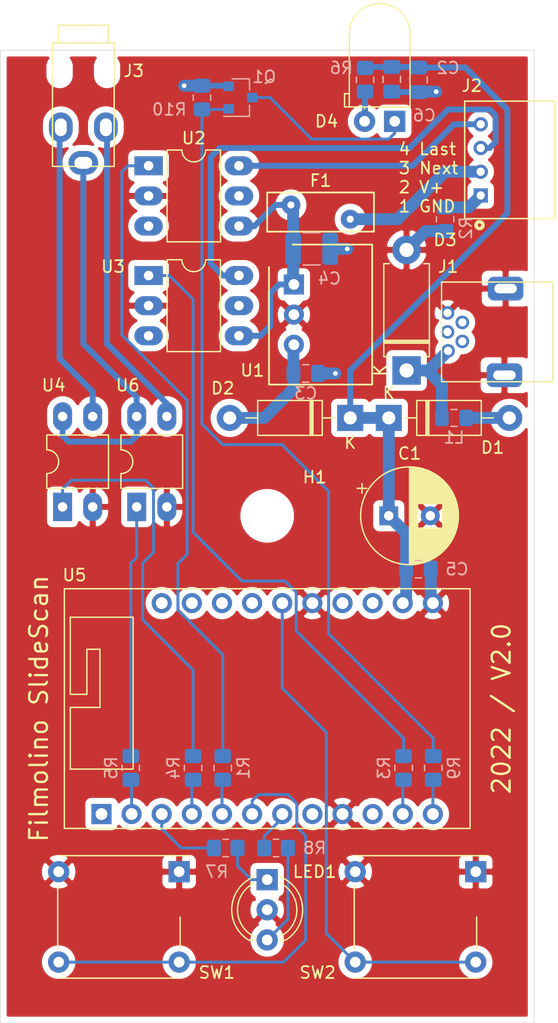
<source format=kicad_pcb>
(kicad_pcb (version 20171130) (host pcbnew "(5.1.8)-1")

  (general
    (thickness 1.6)
    (drawings 8)
    (tracks 172)
    (zones 0)
    (modules 36)
    (nets 32)
  )

  (page A4)
  (title_block
    (title "Filmolino SlideScan")
    (date 2022-06-17)
    (rev V2.0)
  )

  (layers
    (0 F.Cu power)
    (31 B.Cu signal)
    (32 B.Adhes user)
    (33 F.Adhes user hide)
    (34 B.Paste user)
    (35 F.Paste user hide)
    (36 B.SilkS user)
    (37 F.SilkS user hide)
    (38 B.Mask user)
    (39 F.Mask user)
    (40 Dwgs.User user)
    (41 Cmts.User user)
    (42 Eco1.User user)
    (43 Eco2.User user)
    (44 Edge.Cuts user)
    (45 Margin user)
    (46 B.CrtYd user)
    (47 F.CrtYd user)
    (48 B.Fab user hide)
    (49 F.Fab user hide)
  )

  (setup
    (last_trace_width 0.25)
    (user_trace_width 0.25)
    (user_trace_width 0.5)
    (user_trace_width 0.8)
    (user_trace_width 1)
    (user_trace_width 1.2)
    (trace_clearance 0.2)
    (zone_clearance 0.508)
    (zone_45_only no)
    (trace_min 0.2)
    (via_size 0.8)
    (via_drill 0.4)
    (via_min_size 0.4)
    (via_min_drill 0.3)
    (uvia_size 0.3)
    (uvia_drill 0.1)
    (uvias_allowed no)
    (uvia_min_size 0.2)
    (uvia_min_drill 0.1)
    (edge_width 0.05)
    (segment_width 0.2)
    (pcb_text_width 0.3)
    (pcb_text_size 1.5 1.5)
    (mod_edge_width 0.12)
    (mod_text_size 1 1)
    (mod_text_width 0.15)
    (pad_size 1.8 1.8)
    (pad_drill 0.9)
    (pad_to_mask_clearance 0.051)
    (solder_mask_min_width 0.25)
    (aux_axis_origin 130 140)
    (visible_elements 7FFFFFFF)
    (pcbplotparams
      (layerselection 0x010fc_ffffffff)
      (usegerberextensions false)
      (usegerberattributes false)
      (usegerberadvancedattributes false)
      (creategerberjobfile false)
      (excludeedgelayer true)
      (linewidth 0.100000)
      (plotframeref false)
      (viasonmask false)
      (mode 1)
      (useauxorigin false)
      (hpglpennumber 1)
      (hpglpenspeed 20)
      (hpglpendiameter 15.000000)
      (psnegative false)
      (psa4output false)
      (plotreference true)
      (plotvalue true)
      (plotinvisibletext false)
      (padsonsilk false)
      (subtractmaskfromsilk false)
      (outputformat 1)
      (mirror false)
      (drillshape 0)
      (scaleselection 1)
      (outputdirectory "Production/"))
  )

  (net 0 "")
  (net 1 GND)
  (net 2 +5V)
  (net 3 "Net-(C3-Pad1)")
  (net 4 "Net-(C4-Pad1)")
  (net 5 "Net-(D1-Pad2)")
  (net 6 "Net-(D3-Pad1)")
  (net 7 "Net-(D4-Pad2)")
  (net 8 "Net-(D4-Pad1)")
  (net 9 "Net-(F1-Pad1)")
  (net 10 "Net-(J2-Pad4)")
  (net 11 "Net-(J2-Pad1)")
  (net 12 "Net-(LED1-Pad1)")
  (net 13 "Net-(LED1-Pad3)")
  (net 14 "Net-(Q1-Pad1)")
  (net 15 /SLIDE_LAST)
  (net 16 "Net-(R1-Pad1)")
  (net 17 /SLIDE_NEXT)
  (net 18 /CAM_SHUTTER)
  (net 19 "Net-(R3-Pad1)")
  (net 20 /CAM_FOCUS)
  (net 21 "Net-(R4-Pad1)")
  (net 22 /CAM_IR)
  (net 23 /LED_GREEN)
  (net 24 /BTN_1)
  (net 25 /BTN_2)
  (net 26 "Net-(J3-PadS)")
  (net 27 "Net-(J3-PadR)")
  (net 28 "Net-(J3-PadT)")
  (net 29 /LED_RED)
  (net 30 "Net-(R5-Pad1)")
  (net 31 "Net-(J2-Pad3)")

  (net_class Default "This is the default net class."
    (clearance 0.2)
    (trace_width 0.25)
    (via_dia 0.8)
    (via_drill 0.4)
    (uvia_dia 0.3)
    (uvia_drill 0.1)
    (add_net +5V)
    (add_net /BTN_1)
    (add_net /BTN_2)
    (add_net /CAM_FOCUS)
    (add_net /CAM_IR)
    (add_net /CAM_SHUTTER)
    (add_net /LED_GREEN)
    (add_net /LED_RED)
    (add_net /SLIDE_LAST)
    (add_net /SLIDE_NEXT)
    (add_net GND)
    (add_net "Net-(C3-Pad1)")
    (add_net "Net-(C4-Pad1)")
    (add_net "Net-(D1-Pad2)")
    (add_net "Net-(D3-Pad1)")
    (add_net "Net-(D4-Pad1)")
    (add_net "Net-(D4-Pad2)")
    (add_net "Net-(F1-Pad1)")
    (add_net "Net-(J2-Pad1)")
    (add_net "Net-(J2-Pad3)")
    (add_net "Net-(J2-Pad4)")
    (add_net "Net-(J3-PadR)")
    (add_net "Net-(J3-PadS)")
    (add_net "Net-(J3-PadT)")
    (add_net "Net-(LED1-Pad1)")
    (add_net "Net-(LED1-Pad3)")
    (add_net "Net-(Q1-Pad1)")
    (add_net "Net-(R1-Pad1)")
    (add_net "Net-(R3-Pad1)")
    (add_net "Net-(R4-Pad1)")
    (add_net "Net-(R5-Pad1)")
  )

  (module "SlideScan:JST_S4B-PH-K-S(LF)(SN)" (layer F.Cu) (tedit 6294A490) (tstamp 62956355)
    (at 170.5 67.25 90)
    (path /624F629C)
    (fp_text reference J2 (at 6.25 -0.75) (layer F.SilkS)
      (effects (font (size 1.000488 1.000488) (thickness 0.15)))
    )
    (fp_text value "JST S4B-PH-K-S" (at 8.89286 7.495435 90) (layer F.Fab)
      (effects (font (size 1.000323 1.000323) (thickness 0.15)))
    )
    (fp_line (start -4.95 -1.35) (end 4.95 -1.35) (layer F.Fab) (width 0.127))
    (fp_line (start 4.95 -1.35) (end 4.95 6.25) (layer F.Fab) (width 0.127))
    (fp_line (start 4.95 6.25) (end -4.95 6.25) (layer F.Fab) (width 0.127))
    (fp_line (start -4.95 6.25) (end -4.95 -1.35) (layer F.Fab) (width 0.127))
    (fp_line (start -4.95 -1.35) (end 4.95 -1.35) (layer F.SilkS) (width 0.127))
    (fp_line (start -4.95 6.25) (end -4.95 -1.35) (layer F.SilkS) (width 0.127))
    (fp_line (start 4.95 -1.35) (end 4.95 6.25) (layer F.SilkS) (width 0.127))
    (fp_line (start 4.95 6.25) (end -4.95 6.25) (layer F.SilkS) (width 0.127))
    (fp_circle (center -5.5 -0.1) (end -5.358581 -0.1) (layer F.SilkS) (width 0.3))
    (fp_circle (center -5.5 -0.1) (end -5.358581 -0.1) (layer F.Fab) (width 0.3))
    (fp_line (start -5.2 -1.6) (end 5.2 -1.6) (layer F.CrtYd) (width 0.05))
    (fp_line (start 5.2 -1.6) (end 5.2 6.5) (layer F.CrtYd) (width 0.05))
    (fp_line (start 5.2 6.5) (end -5.2 6.5) (layer F.CrtYd) (width 0.05))
    (fp_line (start -5.2 6.5) (end -5.2 -1.6) (layer F.CrtYd) (width 0.05))
    (pad 1 thru_hole rect (at -3 0 90) (size 1.208 1.208) (drill 0.7) (layers *.Cu *.Mask)
      (net 11 "Net-(J2-Pad1)"))
    (pad 2 thru_hole circle (at -1 0 90) (size 1.208 1.208) (drill 0.7) (layers *.Cu *.Mask)
      (net 9 "Net-(F1-Pad1)"))
    (pad 3 thru_hole circle (at 1 0 90) (size 1.208 1.208) (drill 0.7) (layers *.Cu *.Mask)
      (net 31 "Net-(J2-Pad3)"))
    (pad 4 thru_hole circle (at 3 0 90) (size 1.208 1.208) (drill 0.7) (layers *.Cu *.Mask)
      (net 10 "Net-(J2-Pad4)"))
    (model "D:/Projects/slideScan/Hardware/Footprints/3d/S4B-PH-K-S(LF)(SN)--3DModel-STEP-56544.STEP"
      (offset (xyz -2 1.35 0))
      (scale (xyz 1 1 1))
      (rotate (xyz -90 0 0))
    )
  )

  (module Resistor_SMD:R_0805_2012Metric_Pad1.20x1.40mm_HandSolder (layer B.Cu) (tedit 5F68FEEE) (tstamp 62957645)
    (at 147 62 270)
    (descr "Resistor SMD 0805 (2012 Metric), square (rectangular) end terminal, IPC_7351 nominal with elongated pad for handsoldering. (Body size source: IPC-SM-782 page 72, https://www.pcb-3d.com/wordpress/wp-content/uploads/ipc-sm-782a_amendment_1_and_2.pdf), generated with kicad-footprint-generator")
    (tags "resistor handsolder")
    (path /6241F762)
    (attr smd)
    (fp_text reference R10 (at 1 2.75 180) (layer B.SilkS)
      (effects (font (size 1 1) (thickness 0.15)) (justify mirror))
    )
    (fp_text value 1M (at 0 -1.65 90) (layer B.Fab)
      (effects (font (size 1 1) (thickness 0.15)) (justify mirror))
    )
    (fp_line (start -1 -0.625) (end -1 0.625) (layer B.Fab) (width 0.1))
    (fp_line (start -1 0.625) (end 1 0.625) (layer B.Fab) (width 0.1))
    (fp_line (start 1 0.625) (end 1 -0.625) (layer B.Fab) (width 0.1))
    (fp_line (start 1 -0.625) (end -1 -0.625) (layer B.Fab) (width 0.1))
    (fp_line (start -0.227064 0.735) (end 0.227064 0.735) (layer B.SilkS) (width 0.12))
    (fp_line (start -0.227064 -0.735) (end 0.227064 -0.735) (layer B.SilkS) (width 0.12))
    (fp_line (start -1.85 -0.95) (end -1.85 0.95) (layer B.CrtYd) (width 0.05))
    (fp_line (start -1.85 0.95) (end 1.85 0.95) (layer B.CrtYd) (width 0.05))
    (fp_line (start 1.85 0.95) (end 1.85 -0.95) (layer B.CrtYd) (width 0.05))
    (fp_line (start 1.85 -0.95) (end -1.85 -0.95) (layer B.CrtYd) (width 0.05))
    (fp_text user %R (at 0 0 90) (layer B.Fab)
      (effects (font (size 0.5 0.5) (thickness 0.08)) (justify mirror))
    )
    (pad 2 smd roundrect (at 1 0 270) (size 1.2 1.4) (layers B.Cu B.Paste B.Mask) (roundrect_rratio 0.208333)
      (net 14 "Net-(Q1-Pad1)"))
    (pad 1 smd roundrect (at -1 0 270) (size 1.2 1.4) (layers B.Cu B.Paste B.Mask) (roundrect_rratio 0.208333)
      (net 1 GND))
    (model ${KISYS3DMOD}/Resistor_SMD.3dshapes/R_0805_2012Metric.wrl
      (at (xyz 0 0 0))
      (scale (xyz 1 1 1))
      (rotate (xyz 0 0 0))
    )
  )

  (module Resistor_SMD:R_0805_2012Metric_Pad1.20x1.40mm_HandSolder (layer B.Cu) (tedit 5F68FEEE) (tstamp 6294C203)
    (at 166.5 118.5 270)
    (descr "Resistor SMD 0805 (2012 Metric), square (rectangular) end terminal, IPC_7351 nominal with elongated pad for handsoldering. (Body size source: IPC-SM-782 page 72, https://www.pcb-3d.com/wordpress/wp-content/uploads/ipc-sm-782a_amendment_1_and_2.pdf), generated with kicad-footprint-generator")
    (tags "resistor handsolder")
    (path /62404BA4)
    (attr smd)
    (fp_text reference R9 (at 0 -1.75 90) (layer B.SilkS)
      (effects (font (size 1 1) (thickness 0.15)) (justify mirror))
    )
    (fp_text value 10k (at 0 -1.65 90) (layer B.Fab)
      (effects (font (size 1 1) (thickness 0.15)) (justify mirror))
    )
    (fp_line (start -1 -0.625) (end -1 0.625) (layer B.Fab) (width 0.1))
    (fp_line (start -1 0.625) (end 1 0.625) (layer B.Fab) (width 0.1))
    (fp_line (start 1 0.625) (end 1 -0.625) (layer B.Fab) (width 0.1))
    (fp_line (start 1 -0.625) (end -1 -0.625) (layer B.Fab) (width 0.1))
    (fp_line (start -0.227064 0.735) (end 0.227064 0.735) (layer B.SilkS) (width 0.12))
    (fp_line (start -0.227064 -0.735) (end 0.227064 -0.735) (layer B.SilkS) (width 0.12))
    (fp_line (start -1.85 -0.95) (end -1.85 0.95) (layer B.CrtYd) (width 0.05))
    (fp_line (start -1.85 0.95) (end 1.85 0.95) (layer B.CrtYd) (width 0.05))
    (fp_line (start 1.85 0.95) (end 1.85 -0.95) (layer B.CrtYd) (width 0.05))
    (fp_line (start 1.85 -0.95) (end -1.85 -0.95) (layer B.CrtYd) (width 0.05))
    (fp_text user %R (at 0 0 90) (layer B.Fab)
      (effects (font (size 0.5 0.5) (thickness 0.08)) (justify mirror))
    )
    (pad 2 smd roundrect (at 1 0 270) (size 1.2 1.4) (layers B.Cu B.Paste B.Mask) (roundrect_rratio 0.208333)
      (net 22 /CAM_IR))
    (pad 1 smd roundrect (at -1 0 270) (size 1.2 1.4) (layers B.Cu B.Paste B.Mask) (roundrect_rratio 0.208333)
      (net 14 "Net-(Q1-Pad1)"))
    (model ${KISYS3DMOD}/Resistor_SMD.3dshapes/R_0805_2012Metric.wrl
      (at (xyz 0 0 0))
      (scale (xyz 1 1 1))
      (rotate (xyz 0 0 0))
    )
  )

  (module Resistor_SMD:R_0805_2012Metric_Pad1.20x1.40mm_HandSolder (layer B.Cu) (tedit 5F68FEEE) (tstamp 6294C1F2)
    (at 153.25 125.25)
    (descr "Resistor SMD 0805 (2012 Metric), square (rectangular) end terminal, IPC_7351 nominal with elongated pad for handsoldering. (Body size source: IPC-SM-782 page 72, https://www.pcb-3d.com/wordpress/wp-content/uploads/ipc-sm-782a_amendment_1_and_2.pdf), generated with kicad-footprint-generator")
    (tags "resistor handsolder")
    (path /6239F48D)
    (attr smd)
    (fp_text reference R8 (at 3.25 0) (layer B.SilkS)
      (effects (font (size 1 1) (thickness 0.15)) (justify mirror))
    )
    (fp_text value 180R (at 0 -1.65) (layer B.Fab)
      (effects (font (size 1 1) (thickness 0.15)) (justify mirror))
    )
    (fp_line (start -1 -0.625) (end -1 0.625) (layer B.Fab) (width 0.1))
    (fp_line (start -1 0.625) (end 1 0.625) (layer B.Fab) (width 0.1))
    (fp_line (start 1 0.625) (end 1 -0.625) (layer B.Fab) (width 0.1))
    (fp_line (start 1 -0.625) (end -1 -0.625) (layer B.Fab) (width 0.1))
    (fp_line (start -0.227064 0.735) (end 0.227064 0.735) (layer B.SilkS) (width 0.12))
    (fp_line (start -0.227064 -0.735) (end 0.227064 -0.735) (layer B.SilkS) (width 0.12))
    (fp_line (start -1.85 -0.95) (end -1.85 0.95) (layer B.CrtYd) (width 0.05))
    (fp_line (start -1.85 0.95) (end 1.85 0.95) (layer B.CrtYd) (width 0.05))
    (fp_line (start 1.85 0.95) (end 1.85 -0.95) (layer B.CrtYd) (width 0.05))
    (fp_line (start 1.85 -0.95) (end -1.85 -0.95) (layer B.CrtYd) (width 0.05))
    (fp_text user %R (at 0 0) (layer B.Fab)
      (effects (font (size 0.5 0.5) (thickness 0.08)) (justify mirror))
    )
    (pad 2 smd roundrect (at 1 0) (size 1.2 1.4) (layers B.Cu B.Paste B.Mask) (roundrect_rratio 0.208333)
      (net 13 "Net-(LED1-Pad3)"))
    (pad 1 smd roundrect (at -1 0) (size 1.2 1.4) (layers B.Cu B.Paste B.Mask) (roundrect_rratio 0.208333)
      (net 29 /LED_RED))
    (model ${KISYS3DMOD}/Resistor_SMD.3dshapes/R_0805_2012Metric.wrl
      (at (xyz 0 0 0))
      (scale (xyz 1 1 1))
      (rotate (xyz 0 0 0))
    )
  )

  (module Resistor_SMD:R_0805_2012Metric_Pad1.20x1.40mm_HandSolder (layer B.Cu) (tedit 5F68FEEE) (tstamp 6295B503)
    (at 149 125.25)
    (descr "Resistor SMD 0805 (2012 Metric), square (rectangular) end terminal, IPC_7351 nominal with elongated pad for handsoldering. (Body size source: IPC-SM-782 page 72, https://www.pcb-3d.com/wordpress/wp-content/uploads/ipc-sm-782a_amendment_1_and_2.pdf), generated with kicad-footprint-generator")
    (tags "resistor handsolder")
    (path /6239EC34)
    (attr smd)
    (fp_text reference R7 (at -0.75 2) (layer B.SilkS)
      (effects (font (size 1 1) (thickness 0.15)) (justify mirror))
    )
    (fp_text value 180R (at 0 -1.65) (layer B.Fab)
      (effects (font (size 1 1) (thickness 0.15)) (justify mirror))
    )
    (fp_line (start -1 -0.625) (end -1 0.625) (layer B.Fab) (width 0.1))
    (fp_line (start -1 0.625) (end 1 0.625) (layer B.Fab) (width 0.1))
    (fp_line (start 1 0.625) (end 1 -0.625) (layer B.Fab) (width 0.1))
    (fp_line (start 1 -0.625) (end -1 -0.625) (layer B.Fab) (width 0.1))
    (fp_line (start -0.227064 0.735) (end 0.227064 0.735) (layer B.SilkS) (width 0.12))
    (fp_line (start -0.227064 -0.735) (end 0.227064 -0.735) (layer B.SilkS) (width 0.12))
    (fp_line (start -1.85 -0.95) (end -1.85 0.95) (layer B.CrtYd) (width 0.05))
    (fp_line (start -1.85 0.95) (end 1.85 0.95) (layer B.CrtYd) (width 0.05))
    (fp_line (start 1.85 0.95) (end 1.85 -0.95) (layer B.CrtYd) (width 0.05))
    (fp_line (start 1.85 -0.95) (end -1.85 -0.95) (layer B.CrtYd) (width 0.05))
    (fp_text user %R (at 0 0) (layer B.Fab)
      (effects (font (size 0.5 0.5) (thickness 0.08)) (justify mirror))
    )
    (pad 2 smd roundrect (at 1 0) (size 1.2 1.4) (layers B.Cu B.Paste B.Mask) (roundrect_rratio 0.208333)
      (net 12 "Net-(LED1-Pad1)"))
    (pad 1 smd roundrect (at -1 0) (size 1.2 1.4) (layers B.Cu B.Paste B.Mask) (roundrect_rratio 0.208333)
      (net 23 /LED_GREEN))
    (model ${KISYS3DMOD}/Resistor_SMD.3dshapes/R_0805_2012Metric.wrl
      (at (xyz 0 0 0))
      (scale (xyz 1 1 1))
      (rotate (xyz 0 0 0))
    )
  )

  (module Resistor_SMD:R_0805_2012Metric_Pad1.20x1.40mm_HandSolder (layer B.Cu) (tedit 5F68FEEE) (tstamp 62957615)
    (at 160.75 60.5 90)
    (descr "Resistor SMD 0805 (2012 Metric), square (rectangular) end terminal, IPC_7351 nominal with elongated pad for handsoldering. (Body size source: IPC-SM-782 page 72, https://www.pcb-3d.com/wordpress/wp-content/uploads/ipc-sm-782a_amendment_1_and_2.pdf), generated with kicad-footprint-generator")
    (tags "resistor handsolder")
    (path /6240222D)
    (attr smd)
    (fp_text reference R6 (at 1 -2 180) (layer B.SilkS)
      (effects (font (size 1 1) (thickness 0.15)) (justify mirror))
    )
    (fp_text value 39R (at 0 -1.65 90) (layer B.Fab)
      (effects (font (size 1 1) (thickness 0.15)) (justify mirror))
    )
    (fp_line (start -1 -0.625) (end -1 0.625) (layer B.Fab) (width 0.1))
    (fp_line (start -1 0.625) (end 1 0.625) (layer B.Fab) (width 0.1))
    (fp_line (start 1 0.625) (end 1 -0.625) (layer B.Fab) (width 0.1))
    (fp_line (start 1 -0.625) (end -1 -0.625) (layer B.Fab) (width 0.1))
    (fp_line (start -0.227064 0.735) (end 0.227064 0.735) (layer B.SilkS) (width 0.12))
    (fp_line (start -0.227064 -0.735) (end 0.227064 -0.735) (layer B.SilkS) (width 0.12))
    (fp_line (start -1.85 -0.95) (end -1.85 0.95) (layer B.CrtYd) (width 0.05))
    (fp_line (start -1.85 0.95) (end 1.85 0.95) (layer B.CrtYd) (width 0.05))
    (fp_line (start 1.85 0.95) (end 1.85 -0.95) (layer B.CrtYd) (width 0.05))
    (fp_line (start 1.85 -0.95) (end -1.85 -0.95) (layer B.CrtYd) (width 0.05))
    (fp_text user %R (at 0 0 90) (layer B.Fab)
      (effects (font (size 0.5 0.5) (thickness 0.08)) (justify mirror))
    )
    (pad 2 smd roundrect (at 1 0 90) (size 1.2 1.4) (layers B.Cu B.Paste B.Mask) (roundrect_rratio 0.208333)
      (net 2 +5V))
    (pad 1 smd roundrect (at -1 0 90) (size 1.2 1.4) (layers B.Cu B.Paste B.Mask) (roundrect_rratio 0.208333)
      (net 7 "Net-(D4-Pad2)"))
    (model ${KISYS3DMOD}/Resistor_SMD.3dshapes/R_0805_2012Metric.wrl
      (at (xyz 0 0 0))
      (scale (xyz 1 1 1))
      (rotate (xyz 0 0 0))
    )
  )

  (module Resistor_SMD:R_0805_2012Metric_Pad1.20x1.40mm_HandSolder (layer B.Cu) (tedit 5F68FEEE) (tstamp 6294C1BF)
    (at 141 118.5 270)
    (descr "Resistor SMD 0805 (2012 Metric), square (rectangular) end terminal, IPC_7351 nominal with elongated pad for handsoldering. (Body size source: IPC-SM-782 page 72, https://www.pcb-3d.com/wordpress/wp-content/uploads/ipc-sm-782a_amendment_1_and_2.pdf), generated with kicad-footprint-generator")
    (tags "resistor handsolder")
    (path /623B5CD3)
    (attr smd)
    (fp_text reference R5 (at 0 1.65 90) (layer B.SilkS)
      (effects (font (size 1 1) (thickness 0.15)) (justify mirror))
    )
    (fp_text value 180R (at 0 -1.65 90) (layer B.Fab)
      (effects (font (size 1 1) (thickness 0.15)) (justify mirror))
    )
    (fp_line (start -1 -0.625) (end -1 0.625) (layer B.Fab) (width 0.1))
    (fp_line (start -1 0.625) (end 1 0.625) (layer B.Fab) (width 0.1))
    (fp_line (start 1 0.625) (end 1 -0.625) (layer B.Fab) (width 0.1))
    (fp_line (start 1 -0.625) (end -1 -0.625) (layer B.Fab) (width 0.1))
    (fp_line (start -0.227064 0.735) (end 0.227064 0.735) (layer B.SilkS) (width 0.12))
    (fp_line (start -0.227064 -0.735) (end 0.227064 -0.735) (layer B.SilkS) (width 0.12))
    (fp_line (start -1.85 -0.95) (end -1.85 0.95) (layer B.CrtYd) (width 0.05))
    (fp_line (start -1.85 0.95) (end 1.85 0.95) (layer B.CrtYd) (width 0.05))
    (fp_line (start 1.85 0.95) (end 1.85 -0.95) (layer B.CrtYd) (width 0.05))
    (fp_line (start 1.85 -0.95) (end -1.85 -0.95) (layer B.CrtYd) (width 0.05))
    (fp_text user %R (at 0 0 90) (layer B.Fab)
      (effects (font (size 0.5 0.5) (thickness 0.08)) (justify mirror))
    )
    (pad 2 smd roundrect (at 1 0 270) (size 1.2 1.4) (layers B.Cu B.Paste B.Mask) (roundrect_rratio 0.208333)
      (net 18 /CAM_SHUTTER))
    (pad 1 smd roundrect (at -1 0 270) (size 1.2 1.4) (layers B.Cu B.Paste B.Mask) (roundrect_rratio 0.208333)
      (net 30 "Net-(R5-Pad1)"))
    (model ${KISYS3DMOD}/Resistor_SMD.3dshapes/R_0805_2012Metric.wrl
      (at (xyz 0 0 0))
      (scale (xyz 1 1 1))
      (rotate (xyz 0 0 0))
    )
  )

  (module Resistor_SMD:R_0805_2012Metric_Pad1.20x1.40mm_HandSolder (layer B.Cu) (tedit 5F68FEEE) (tstamp 6294C1AE)
    (at 146.25 118.5 270)
    (descr "Resistor SMD 0805 (2012 Metric), square (rectangular) end terminal, IPC_7351 nominal with elongated pad for handsoldering. (Body size source: IPC-SM-782 page 72, https://www.pcb-3d.com/wordpress/wp-content/uploads/ipc-sm-782a_amendment_1_and_2.pdf), generated with kicad-footprint-generator")
    (tags "resistor handsolder")
    (path /623B5901)
    (attr smd)
    (fp_text reference R4 (at 0 1.65 90) (layer B.SilkS)
      (effects (font (size 1 1) (thickness 0.15)) (justify mirror))
    )
    (fp_text value 180R (at 0 -1.65 90) (layer B.Fab)
      (effects (font (size 1 1) (thickness 0.15)) (justify mirror))
    )
    (fp_line (start -1 -0.625) (end -1 0.625) (layer B.Fab) (width 0.1))
    (fp_line (start -1 0.625) (end 1 0.625) (layer B.Fab) (width 0.1))
    (fp_line (start 1 0.625) (end 1 -0.625) (layer B.Fab) (width 0.1))
    (fp_line (start 1 -0.625) (end -1 -0.625) (layer B.Fab) (width 0.1))
    (fp_line (start -0.227064 0.735) (end 0.227064 0.735) (layer B.SilkS) (width 0.12))
    (fp_line (start -0.227064 -0.735) (end 0.227064 -0.735) (layer B.SilkS) (width 0.12))
    (fp_line (start -1.85 -0.95) (end -1.85 0.95) (layer B.CrtYd) (width 0.05))
    (fp_line (start -1.85 0.95) (end 1.85 0.95) (layer B.CrtYd) (width 0.05))
    (fp_line (start 1.85 0.95) (end 1.85 -0.95) (layer B.CrtYd) (width 0.05))
    (fp_line (start 1.85 -0.95) (end -1.85 -0.95) (layer B.CrtYd) (width 0.05))
    (fp_text user %R (at 0 0 90) (layer B.Fab)
      (effects (font (size 0.5 0.5) (thickness 0.08)) (justify mirror))
    )
    (pad 2 smd roundrect (at 1 0 270) (size 1.2 1.4) (layers B.Cu B.Paste B.Mask) (roundrect_rratio 0.208333)
      (net 20 /CAM_FOCUS))
    (pad 1 smd roundrect (at -1 0 270) (size 1.2 1.4) (layers B.Cu B.Paste B.Mask) (roundrect_rratio 0.208333)
      (net 21 "Net-(R4-Pad1)"))
    (model ${KISYS3DMOD}/Resistor_SMD.3dshapes/R_0805_2012Metric.wrl
      (at (xyz 0 0 0))
      (scale (xyz 1 1 1))
      (rotate (xyz 0 0 0))
    )
  )

  (module Resistor_SMD:R_0805_2012Metric_Pad1.20x1.40mm_HandSolder (layer B.Cu) (tedit 5F68FEEE) (tstamp 6294C19D)
    (at 164 118.5 270)
    (descr "Resistor SMD 0805 (2012 Metric), square (rectangular) end terminal, IPC_7351 nominal with elongated pad for handsoldering. (Body size source: IPC-SM-782 page 72, https://www.pcb-3d.com/wordpress/wp-content/uploads/ipc-sm-782a_amendment_1_and_2.pdf), generated with kicad-footprint-generator")
    (tags "resistor handsolder")
    (path /623B5383)
    (attr smd)
    (fp_text reference R3 (at 0 1.65 90) (layer B.SilkS)
      (effects (font (size 1 1) (thickness 0.15)) (justify mirror))
    )
    (fp_text value 180R (at 0 -1.65 90) (layer B.Fab)
      (effects (font (size 1 1) (thickness 0.15)) (justify mirror))
    )
    (fp_line (start -1 -0.625) (end -1 0.625) (layer B.Fab) (width 0.1))
    (fp_line (start -1 0.625) (end 1 0.625) (layer B.Fab) (width 0.1))
    (fp_line (start 1 0.625) (end 1 -0.625) (layer B.Fab) (width 0.1))
    (fp_line (start 1 -0.625) (end -1 -0.625) (layer B.Fab) (width 0.1))
    (fp_line (start -0.227064 0.735) (end 0.227064 0.735) (layer B.SilkS) (width 0.12))
    (fp_line (start -0.227064 -0.735) (end 0.227064 -0.735) (layer B.SilkS) (width 0.12))
    (fp_line (start -1.85 -0.95) (end -1.85 0.95) (layer B.CrtYd) (width 0.05))
    (fp_line (start -1.85 0.95) (end 1.85 0.95) (layer B.CrtYd) (width 0.05))
    (fp_line (start 1.85 0.95) (end 1.85 -0.95) (layer B.CrtYd) (width 0.05))
    (fp_line (start 1.85 -0.95) (end -1.85 -0.95) (layer B.CrtYd) (width 0.05))
    (fp_text user %R (at 0 0 90) (layer B.Fab)
      (effects (font (size 0.5 0.5) (thickness 0.08)) (justify mirror))
    )
    (pad 2 smd roundrect (at 1 0 270) (size 1.2 1.4) (layers B.Cu B.Paste B.Mask) (roundrect_rratio 0.208333)
      (net 17 /SLIDE_NEXT))
    (pad 1 smd roundrect (at -1 0 270) (size 1.2 1.4) (layers B.Cu B.Paste B.Mask) (roundrect_rratio 0.208333)
      (net 19 "Net-(R3-Pad1)"))
    (model ${KISYS3DMOD}/Resistor_SMD.3dshapes/R_0805_2012Metric.wrl
      (at (xyz 0 0 0))
      (scale (xyz 1 1 1))
      (rotate (xyz 0 0 0))
    )
  )

  (module Resistor_SMD:R_0805_2012Metric_Pad1.20x1.40mm_HandSolder (layer B.Cu) (tedit 5F68FEEE) (tstamp 6294C18C)
    (at 167.5 72.25 90)
    (descr "Resistor SMD 0805 (2012 Metric), square (rectangular) end terminal, IPC_7351 nominal with elongated pad for handsoldering. (Body size source: IPC-SM-782 page 72, https://www.pcb-3d.com/wordpress/wp-content/uploads/ipc-sm-782a_amendment_1_and_2.pdf), generated with kicad-footprint-generator")
    (tags "resistor handsolder")
    (path /624F2E43)
    (attr smd)
    (fp_text reference R2 (at -0.75 1.75 90) (layer B.SilkS)
      (effects (font (size 1 1) (thickness 0.15)) (justify mirror))
    )
    (fp_text value 0R (at 0 -1.65 90) (layer B.Fab)
      (effects (font (size 1 1) (thickness 0.15)) (justify mirror))
    )
    (fp_line (start -1 -0.625) (end -1 0.625) (layer B.Fab) (width 0.1))
    (fp_line (start -1 0.625) (end 1 0.625) (layer B.Fab) (width 0.1))
    (fp_line (start 1 0.625) (end 1 -0.625) (layer B.Fab) (width 0.1))
    (fp_line (start 1 -0.625) (end -1 -0.625) (layer B.Fab) (width 0.1))
    (fp_line (start -0.227064 0.735) (end 0.227064 0.735) (layer B.SilkS) (width 0.12))
    (fp_line (start -0.227064 -0.735) (end 0.227064 -0.735) (layer B.SilkS) (width 0.12))
    (fp_line (start -1.85 -0.95) (end -1.85 0.95) (layer B.CrtYd) (width 0.05))
    (fp_line (start -1.85 0.95) (end 1.85 0.95) (layer B.CrtYd) (width 0.05))
    (fp_line (start 1.85 0.95) (end 1.85 -0.95) (layer B.CrtYd) (width 0.05))
    (fp_line (start 1.85 -0.95) (end -1.85 -0.95) (layer B.CrtYd) (width 0.05))
    (fp_text user %R (at 0 0 90) (layer B.Fab)
      (effects (font (size 0.5 0.5) (thickness 0.08)) (justify mirror))
    )
    (pad 2 smd roundrect (at 1 0 90) (size 1.2 1.4) (layers B.Cu B.Paste B.Mask) (roundrect_rratio 0.208333)
      (net 11 "Net-(J2-Pad1)"))
    (pad 1 smd roundrect (at -1 0 90) (size 1.2 1.4) (layers B.Cu B.Paste B.Mask) (roundrect_rratio 0.208333)
      (net 1 GND))
    (model ${KISYS3DMOD}/Resistor_SMD.3dshapes/R_0805_2012Metric.wrl
      (at (xyz 0 0 0))
      (scale (xyz 1 1 1))
      (rotate (xyz 0 0 0))
    )
  )

  (module Resistor_SMD:R_0805_2012Metric_Pad1.20x1.40mm_HandSolder (layer B.Cu) (tedit 5F68FEEE) (tstamp 6294C17B)
    (at 148.75 118.5 270)
    (descr "Resistor SMD 0805 (2012 Metric), square (rectangular) end terminal, IPC_7351 nominal with elongated pad for handsoldering. (Body size source: IPC-SM-782 page 72, https://www.pcb-3d.com/wordpress/wp-content/uploads/ipc-sm-782a_amendment_1_and_2.pdf), generated with kicad-footprint-generator")
    (tags "resistor handsolder")
    (path /623B481B)
    (attr smd)
    (fp_text reference R1 (at 0 -1.75 90) (layer B.SilkS)
      (effects (font (size 1 1) (thickness 0.15)) (justify mirror))
    )
    (fp_text value 180R (at 0 -1.65 90) (layer B.Fab)
      (effects (font (size 1 1) (thickness 0.15)) (justify mirror))
    )
    (fp_line (start -1 -0.625) (end -1 0.625) (layer B.Fab) (width 0.1))
    (fp_line (start -1 0.625) (end 1 0.625) (layer B.Fab) (width 0.1))
    (fp_line (start 1 0.625) (end 1 -0.625) (layer B.Fab) (width 0.1))
    (fp_line (start 1 -0.625) (end -1 -0.625) (layer B.Fab) (width 0.1))
    (fp_line (start -0.227064 0.735) (end 0.227064 0.735) (layer B.SilkS) (width 0.12))
    (fp_line (start -0.227064 -0.735) (end 0.227064 -0.735) (layer B.SilkS) (width 0.12))
    (fp_line (start -1.85 -0.95) (end -1.85 0.95) (layer B.CrtYd) (width 0.05))
    (fp_line (start -1.85 0.95) (end 1.85 0.95) (layer B.CrtYd) (width 0.05))
    (fp_line (start 1.85 0.95) (end 1.85 -0.95) (layer B.CrtYd) (width 0.05))
    (fp_line (start 1.85 -0.95) (end -1.85 -0.95) (layer B.CrtYd) (width 0.05))
    (fp_text user %R (at 0 0 90) (layer B.Fab)
      (effects (font (size 0.5 0.5) (thickness 0.08)) (justify mirror))
    )
    (pad 2 smd roundrect (at 1 0 270) (size 1.2 1.4) (layers B.Cu B.Paste B.Mask) (roundrect_rratio 0.208333)
      (net 15 /SLIDE_LAST))
    (pad 1 smd roundrect (at -1 0 270) (size 1.2 1.4) (layers B.Cu B.Paste B.Mask) (roundrect_rratio 0.208333)
      (net 16 "Net-(R1-Pad1)"))
    (model ${KISYS3DMOD}/Resistor_SMD.3dshapes/R_0805_2012Metric.wrl
      (at (xyz 0 0 0))
      (scale (xyz 1 1 1))
      (rotate (xyz 0 0 0))
    )
  )

  (module Capacitor_SMD:C_0805_2012Metric_Pad1.18x1.45mm_HandSolder (layer B.Cu) (tedit 5F68FEEF) (tstamp 629575A9)
    (at 163 60.4625 270)
    (descr "Capacitor SMD 0805 (2012 Metric), square (rectangular) end terminal, IPC_7351 nominal with elongated pad for handsoldering. (Body size source: IPC-SM-782 page 76, https://www.pcb-3d.com/wordpress/wp-content/uploads/ipc-sm-782a_amendment_1_and_2.pdf, https://docs.google.com/spreadsheets/d/1BsfQQcO9C6DZCsRaXUlFlo91Tg2WpOkGARC1WS5S8t0/edit?usp=sharing), generated with kicad-footprint-generator")
    (tags "capacitor handsolder")
    (path /6242A039)
    (attr smd)
    (fp_text reference C6 (at 3.0375 -2.75 180) (layer B.SilkS)
      (effects (font (size 1 1) (thickness 0.15)) (justify mirror))
    )
    (fp_text value 10uF/10V/MLCC (at 0 -1.68 90) (layer B.Fab)
      (effects (font (size 1 1) (thickness 0.15)) (justify mirror))
    )
    (fp_line (start -1 -0.625) (end -1 0.625) (layer B.Fab) (width 0.1))
    (fp_line (start -1 0.625) (end 1 0.625) (layer B.Fab) (width 0.1))
    (fp_line (start 1 0.625) (end 1 -0.625) (layer B.Fab) (width 0.1))
    (fp_line (start 1 -0.625) (end -1 -0.625) (layer B.Fab) (width 0.1))
    (fp_line (start -0.261252 0.735) (end 0.261252 0.735) (layer B.SilkS) (width 0.12))
    (fp_line (start -0.261252 -0.735) (end 0.261252 -0.735) (layer B.SilkS) (width 0.12))
    (fp_line (start -1.88 -0.98) (end -1.88 0.98) (layer B.CrtYd) (width 0.05))
    (fp_line (start -1.88 0.98) (end 1.88 0.98) (layer B.CrtYd) (width 0.05))
    (fp_line (start 1.88 0.98) (end 1.88 -0.98) (layer B.CrtYd) (width 0.05))
    (fp_line (start 1.88 -0.98) (end -1.88 -0.98) (layer B.CrtYd) (width 0.05))
    (fp_text user %R (at 0 0 90) (layer B.Fab)
      (effects (font (size 0.5 0.5) (thickness 0.08)) (justify mirror))
    )
    (pad 2 smd roundrect (at 1.0375 0 270) (size 1.175 1.45) (layers B.Cu B.Paste B.Mask) (roundrect_rratio 0.212766)
      (net 1 GND))
    (pad 1 smd roundrect (at -1.0375 0 270) (size 1.175 1.45) (layers B.Cu B.Paste B.Mask) (roundrect_rratio 0.212766)
      (net 2 +5V))
    (model ${KISYS3DMOD}/Capacitor_SMD.3dshapes/C_0805_2012Metric.wrl
      (at (xyz 0 0 0))
      (scale (xyz 1 1 1))
      (rotate (xyz 0 0 0))
    )
  )

  (module Capacitor_SMD:C_0805_2012Metric_Pad1.18x1.45mm_HandSolder (layer B.Cu) (tedit 5F68FEEF) (tstamp 6294BF0B)
    (at 165.25 101.75 180)
    (descr "Capacitor SMD 0805 (2012 Metric), square (rectangular) end terminal, IPC_7351 nominal with elongated pad for handsoldering. (Body size source: IPC-SM-782 page 76, https://www.pcb-3d.com/wordpress/wp-content/uploads/ipc-sm-782a_amendment_1_and_2.pdf, https://docs.google.com/spreadsheets/d/1BsfQQcO9C6DZCsRaXUlFlo91Tg2WpOkGARC1WS5S8t0/edit?usp=sharing), generated with kicad-footprint-generator")
    (tags "capacitor handsolder")
    (path /6242C716)
    (attr smd)
    (fp_text reference C5 (at -3.25 0) (layer B.SilkS)
      (effects (font (size 1 1) (thickness 0.15)) (justify mirror))
    )
    (fp_text value 100nF/50V/MLCC (at 0 -1.68) (layer B.Fab)
      (effects (font (size 1 1) (thickness 0.15)) (justify mirror))
    )
    (fp_line (start -1 -0.625) (end -1 0.625) (layer B.Fab) (width 0.1))
    (fp_line (start -1 0.625) (end 1 0.625) (layer B.Fab) (width 0.1))
    (fp_line (start 1 0.625) (end 1 -0.625) (layer B.Fab) (width 0.1))
    (fp_line (start 1 -0.625) (end -1 -0.625) (layer B.Fab) (width 0.1))
    (fp_line (start -0.261252 0.735) (end 0.261252 0.735) (layer B.SilkS) (width 0.12))
    (fp_line (start -0.261252 -0.735) (end 0.261252 -0.735) (layer B.SilkS) (width 0.12))
    (fp_line (start -1.88 -0.98) (end -1.88 0.98) (layer B.CrtYd) (width 0.05))
    (fp_line (start -1.88 0.98) (end 1.88 0.98) (layer B.CrtYd) (width 0.05))
    (fp_line (start 1.88 0.98) (end 1.88 -0.98) (layer B.CrtYd) (width 0.05))
    (fp_line (start 1.88 -0.98) (end -1.88 -0.98) (layer B.CrtYd) (width 0.05))
    (fp_text user %R (at 0 0) (layer B.Fab)
      (effects (font (size 0.5 0.5) (thickness 0.08)) (justify mirror))
    )
    (pad 2 smd roundrect (at 1.0375 0 180) (size 1.175 1.45) (layers B.Cu B.Paste B.Mask) (roundrect_rratio 0.212766)
      (net 2 +5V))
    (pad 1 smd roundrect (at -1.0375 0 180) (size 1.175 1.45) (layers B.Cu B.Paste B.Mask) (roundrect_rratio 0.212766)
      (net 1 GND))
    (model ${KISYS3DMOD}/Capacitor_SMD.3dshapes/C_0805_2012Metric.wrl
      (at (xyz 0 0 0))
      (scale (xyz 1 1 1))
      (rotate (xyz 0 0 0))
    )
  )

  (module Capacitor_SMD:C_1210_3225Metric_Pad1.33x2.70mm_HandSolder (layer B.Cu) (tedit 5F68FEEF) (tstamp 6294BEFA)
    (at 156.25 74.75)
    (descr "Capacitor SMD 1210 (3225 Metric), square (rectangular) end terminal, IPC_7351 nominal with elongated pad for handsoldering. (Body size source: IPC-SM-782 page 76, https://www.pcb-3d.com/wordpress/wp-content/uploads/ipc-sm-782a_amendment_1_and_2.pdf), generated with kicad-footprint-generator")
    (tags "capacitor handsolder")
    (path /623C17BA)
    (attr smd)
    (fp_text reference C4 (at 1.5 2.5) (layer B.SilkS)
      (effects (font (size 1 1) (thickness 0.15)) (justify mirror))
    )
    (fp_text value 2.2uF/100V/MLCC (at 0 -2.3) (layer B.Fab)
      (effects (font (size 1 1) (thickness 0.15)) (justify mirror))
    )
    (fp_line (start -1.6 -1.25) (end -1.6 1.25) (layer B.Fab) (width 0.1))
    (fp_line (start -1.6 1.25) (end 1.6 1.25) (layer B.Fab) (width 0.1))
    (fp_line (start 1.6 1.25) (end 1.6 -1.25) (layer B.Fab) (width 0.1))
    (fp_line (start 1.6 -1.25) (end -1.6 -1.25) (layer B.Fab) (width 0.1))
    (fp_line (start -0.711252 1.36) (end 0.711252 1.36) (layer B.SilkS) (width 0.12))
    (fp_line (start -0.711252 -1.36) (end 0.711252 -1.36) (layer B.SilkS) (width 0.12))
    (fp_line (start -2.48 -1.6) (end -2.48 1.6) (layer B.CrtYd) (width 0.05))
    (fp_line (start -2.48 1.6) (end 2.48 1.6) (layer B.CrtYd) (width 0.05))
    (fp_line (start 2.48 1.6) (end 2.48 -1.6) (layer B.CrtYd) (width 0.05))
    (fp_line (start 2.48 -1.6) (end -2.48 -1.6) (layer B.CrtYd) (width 0.05))
    (fp_text user %R (at 0 0) (layer B.Fab)
      (effects (font (size 0.8 0.8) (thickness 0.12)) (justify mirror))
    )
    (pad 2 smd roundrect (at 1.5625 0) (size 1.325 2.7) (layers B.Cu B.Paste B.Mask) (roundrect_rratio 0.188679)
      (net 1 GND))
    (pad 1 smd roundrect (at -1.5625 0) (size 1.325 2.7) (layers B.Cu B.Paste B.Mask) (roundrect_rratio 0.188679)
      (net 4 "Net-(C4-Pad1)"))
    (model ${KISYS3DMOD}/Capacitor_SMD.3dshapes/C_1210_3225Metric.wrl
      (at (xyz 0 0 0))
      (scale (xyz 1 1 1))
      (rotate (xyz 0 0 0))
    )
  )

  (module Capacitor_SMD:C_0805_2012Metric_Pad1.18x1.45mm_HandSolder (layer B.Cu) (tedit 5F68FEEF) (tstamp 6294BEE9)
    (at 155.75 85.25)
    (descr "Capacitor SMD 0805 (2012 Metric), square (rectangular) end terminal, IPC_7351 nominal with elongated pad for handsoldering. (Body size source: IPC-SM-782 page 76, https://www.pcb-3d.com/wordpress/wp-content/uploads/ipc-sm-782a_amendment_1_and_2.pdf, https://docs.google.com/spreadsheets/d/1BsfQQcO9C6DZCsRaXUlFlo91Tg2WpOkGARC1WS5S8t0/edit?usp=sharing), generated with kicad-footprint-generator")
    (tags "capacitor handsolder")
    (path /623C2E4B)
    (attr smd)
    (fp_text reference C3 (at 0 1.68) (layer B.SilkS)
      (effects (font (size 1 1) (thickness 0.15)) (justify mirror))
    )
    (fp_text value 10uF/10V/MLCC (at 0 -1.68) (layer B.Fab)
      (effects (font (size 1 1) (thickness 0.15)) (justify mirror))
    )
    (fp_line (start -1 -0.625) (end -1 0.625) (layer B.Fab) (width 0.1))
    (fp_line (start -1 0.625) (end 1 0.625) (layer B.Fab) (width 0.1))
    (fp_line (start 1 0.625) (end 1 -0.625) (layer B.Fab) (width 0.1))
    (fp_line (start 1 -0.625) (end -1 -0.625) (layer B.Fab) (width 0.1))
    (fp_line (start -0.261252 0.735) (end 0.261252 0.735) (layer B.SilkS) (width 0.12))
    (fp_line (start -0.261252 -0.735) (end 0.261252 -0.735) (layer B.SilkS) (width 0.12))
    (fp_line (start -1.88 -0.98) (end -1.88 0.98) (layer B.CrtYd) (width 0.05))
    (fp_line (start -1.88 0.98) (end 1.88 0.98) (layer B.CrtYd) (width 0.05))
    (fp_line (start 1.88 0.98) (end 1.88 -0.98) (layer B.CrtYd) (width 0.05))
    (fp_line (start 1.88 -0.98) (end -1.88 -0.98) (layer B.CrtYd) (width 0.05))
    (fp_text user %R (at 0 0) (layer B.Fab)
      (effects (font (size 0.5 0.5) (thickness 0.08)) (justify mirror))
    )
    (pad 2 smd roundrect (at 1.0375 0) (size 1.175 1.45) (layers B.Cu B.Paste B.Mask) (roundrect_rratio 0.212766)
      (net 1 GND))
    (pad 1 smd roundrect (at -1.0375 0) (size 1.175 1.45) (layers B.Cu B.Paste B.Mask) (roundrect_rratio 0.212766)
      (net 3 "Net-(C3-Pad1)"))
    (model ${KISYS3DMOD}/Capacitor_SMD.3dshapes/C_0805_2012Metric.wrl
      (at (xyz 0 0 0))
      (scale (xyz 1 1 1))
      (rotate (xyz 0 0 0))
    )
  )

  (module Capacitor_SMD:C_0805_2012Metric_Pad1.18x1.45mm_HandSolder (layer B.Cu) (tedit 5F68FEEF) (tstamp 6294BED8)
    (at 165.25 60.5 270)
    (descr "Capacitor SMD 0805 (2012 Metric), square (rectangular) end terminal, IPC_7351 nominal with elongated pad for handsoldering. (Body size source: IPC-SM-782 page 76, https://www.pcb-3d.com/wordpress/wp-content/uploads/ipc-sm-782a_amendment_1_and_2.pdf, https://docs.google.com/spreadsheets/d/1BsfQQcO9C6DZCsRaXUlFlo91Tg2WpOkGARC1WS5S8t0/edit?usp=sharing), generated with kicad-footprint-generator")
    (tags "capacitor handsolder")
    (path /62454B8C)
    (attr smd)
    (fp_text reference C2 (at -1 -2.5 180) (layer B.SilkS)
      (effects (font (size 1 1) (thickness 0.15)) (justify mirror))
    )
    (fp_text value 100nF/50V/MLCC (at 0 -1.68 90) (layer B.Fab)
      (effects (font (size 1 1) (thickness 0.15)) (justify mirror))
    )
    (fp_line (start -1 -0.625) (end -1 0.625) (layer B.Fab) (width 0.1))
    (fp_line (start -1 0.625) (end 1 0.625) (layer B.Fab) (width 0.1))
    (fp_line (start 1 0.625) (end 1 -0.625) (layer B.Fab) (width 0.1))
    (fp_line (start 1 -0.625) (end -1 -0.625) (layer B.Fab) (width 0.1))
    (fp_line (start -0.261252 0.735) (end 0.261252 0.735) (layer B.SilkS) (width 0.12))
    (fp_line (start -0.261252 -0.735) (end 0.261252 -0.735) (layer B.SilkS) (width 0.12))
    (fp_line (start -1.88 -0.98) (end -1.88 0.98) (layer B.CrtYd) (width 0.05))
    (fp_line (start -1.88 0.98) (end 1.88 0.98) (layer B.CrtYd) (width 0.05))
    (fp_line (start 1.88 0.98) (end 1.88 -0.98) (layer B.CrtYd) (width 0.05))
    (fp_line (start 1.88 -0.98) (end -1.88 -0.98) (layer B.CrtYd) (width 0.05))
    (fp_text user %R (at 0 0 90) (layer B.Fab)
      (effects (font (size 0.5 0.5) (thickness 0.08)) (justify mirror))
    )
    (pad 2 smd roundrect (at 1.0375 0 270) (size 1.175 1.45) (layers B.Cu B.Paste B.Mask) (roundrect_rratio 0.212766)
      (net 1 GND))
    (pad 1 smd roundrect (at -1.0375 0 270) (size 1.175 1.45) (layers B.Cu B.Paste B.Mask) (roundrect_rratio 0.212766)
      (net 2 +5V))
    (model ${KISYS3DMOD}/Capacitor_SMD.3dshapes/C_0805_2012Metric.wrl
      (at (xyz 0 0 0))
      (scale (xyz 1 1 1))
      (rotate (xyz 0 0 0))
    )
  )

  (module Package_DIP:DIP-4_W7.62mm_LongPads (layer F.Cu) (tedit 5A02E8C5) (tstamp 6295B114)
    (at 141.5 96.5 90)
    (descr "4-lead though-hole mounted DIP package, row spacing 7.62 mm (300 mils), LongPads")
    (tags "THT DIP DIL PDIP 2.54mm 7.62mm 300mil LongPads")
    (path /62954E31)
    (fp_text reference U6 (at 10.25 -0.75 180) (layer F.SilkS)
      (effects (font (size 1 1) (thickness 0.15)))
    )
    (fp_text value G3VM-61A1 (at 3.81 4.87 90) (layer F.Fab)
      (effects (font (size 1 1) (thickness 0.15)))
    )
    (fp_line (start 1.635 -1.27) (end 6.985 -1.27) (layer F.Fab) (width 0.1))
    (fp_line (start 6.985 -1.27) (end 6.985 3.81) (layer F.Fab) (width 0.1))
    (fp_line (start 6.985 3.81) (end 0.635 3.81) (layer F.Fab) (width 0.1))
    (fp_line (start 0.635 3.81) (end 0.635 -0.27) (layer F.Fab) (width 0.1))
    (fp_line (start 0.635 -0.27) (end 1.635 -1.27) (layer F.Fab) (width 0.1))
    (fp_line (start 2.81 -1.33) (end 1.56 -1.33) (layer F.SilkS) (width 0.12))
    (fp_line (start 1.56 -1.33) (end 1.56 3.87) (layer F.SilkS) (width 0.12))
    (fp_line (start 1.56 3.87) (end 6.06 3.87) (layer F.SilkS) (width 0.12))
    (fp_line (start 6.06 3.87) (end 6.06 -1.33) (layer F.SilkS) (width 0.12))
    (fp_line (start 6.06 -1.33) (end 4.81 -1.33) (layer F.SilkS) (width 0.12))
    (fp_line (start -1.45 -1.55) (end -1.45 4.1) (layer F.CrtYd) (width 0.05))
    (fp_line (start -1.45 4.1) (end 9.1 4.1) (layer F.CrtYd) (width 0.05))
    (fp_line (start 9.1 4.1) (end 9.1 -1.55) (layer F.CrtYd) (width 0.05))
    (fp_line (start 9.1 -1.55) (end -1.45 -1.55) (layer F.CrtYd) (width 0.05))
    (fp_text user %R (at 3.81 1.27 90) (layer F.Fab)
      (effects (font (size 1 1) (thickness 0.15)))
    )
    (fp_arc (start 3.81 -1.33) (end 2.81 -1.33) (angle -180) (layer F.SilkS) (width 0.12))
    (pad 4 thru_hole oval (at 7.62 0 90) (size 2.4 1.6) (drill 0.8) (layers *.Cu *.Mask)
      (net 26 "Net-(J3-PadS)"))
    (pad 2 thru_hole oval (at 0 2.54 90) (size 2.4 1.6) (drill 0.8) (layers *.Cu *.Mask)
      (net 1 GND))
    (pad 3 thru_hole oval (at 7.62 2.54 90) (size 2.4 1.6) (drill 0.8) (layers *.Cu *.Mask)
      (net 28 "Net-(J3-PadT)"))
    (pad 1 thru_hole rect (at 0 0 90) (size 2.4 1.6) (drill 0.8) (layers *.Cu *.Mask)
      (net 30 "Net-(R5-Pad1)"))
    (model ${KISYS3DMOD}/Package_DIP.3dshapes/DIP-4_W7.62mm.wrl
      (at (xyz 0 0 0))
      (scale (xyz 1 1 1))
      (rotate (xyz 0 0 0))
    )
  )

  (module SlideScan:M5StampC3 (layer F.Cu) (tedit 624176B3) (tstamp 62949918)
    (at 152.5 113.5 90)
    (path /623AE432)
    (fp_text reference U5 (at 11.25 -16.25 180) (layer F.SilkS)
      (effects (font (size 1 1) (thickness 0.15)))
    )
    (fp_text value M5StampC3_C3U (at 0 -21.082 90) (layer F.Fab)
      (effects (font (size 1 1) (thickness 0.15)))
    )
    (fp_line (start 0 17) (end -10 17) (layer F.Fab) (width 0.12))
    (fp_line (start -10 17) (end -10 -17) (layer F.Fab) (width 0.12))
    (fp_line (start -10 -17) (end 10 -17) (layer F.Fab) (width 0.12))
    (fp_line (start 10 -17) (end 10 17) (layer F.Fab) (width 0.12))
    (fp_line (start 10 17) (end 0 17) (layer F.Fab) (width 0.12))
    (fp_line (start -5.08 -16.51) (end -5.08 -11.43) (layer F.Fab) (width 0.12))
    (fp_line (start -5.08 -11.43) (end 7.62 -11.43) (layer F.Fab) (width 0.12))
    (fp_line (start 7.62 -11.43) (end 7.62 -16.51) (layer F.Fab) (width 0.12))
    (fp_line (start 0 -16.51) (end 0 -15.24) (layer F.Fab) (width 0.12))
    (fp_line (start 0 -15.24) (end 0 -13.97) (layer F.Fab) (width 0.12))
    (fp_line (start 0 -13.97) (end 5.08 -13.97) (layer F.Fab) (width 0.12))
    (fp_line (start 5.08 -13.97) (end 5.08 -15.24) (layer F.Fab) (width 0.12))
    (fp_line (start 5.08 -15.24) (end 1.27 -15.24) (layer F.Fab) (width 0.12))
    (fp_line (start 1.27 -15.24) (end 1.27 -16.51) (layer F.Fab) (width 0.12))
    (fp_line (start -5.08 -16.51) (end 0 -16.51) (layer F.Fab) (width 0.12))
    (fp_line (start 1.27 -16.51) (end 7.62 -16.51) (layer F.Fab) (width 0.12))
    (fp_line (start -3.81 17) (end -3.81 10.16) (layer F.Fab) (width 0.12))
    (fp_line (start -3.81 10.16) (end 3.81 10.16) (layer F.Fab) (width 0.12))
    (fp_line (start 3.81 10.16) (end 3.81 17) (layer F.Fab) (width 0.12))
    (fp_line (start -10.1 -17.1) (end 10.1 -17.1) (layer F.SilkS) (width 0.12))
    (fp_line (start 10.1 -17.1) (end 10.1 17.1) (layer F.SilkS) (width 0.12))
    (fp_line (start 10.1 17.1) (end -10.1 17.1) (layer F.SilkS) (width 0.12))
    (fp_line (start -10.1 17.1) (end -10.1 -17.1) (layer F.SilkS) (width 0.12))
    (fp_line (start -5.1 -16.6) (end 0.1 -16.6) (layer F.SilkS) (width 0.12))
    (fp_line (start 0.1 -16.6) (end 0.1 -14.1) (layer F.SilkS) (width 0.12))
    (fp_line (start 0.1 -14.1) (end 5 -14.1) (layer F.SilkS) (width 0.12))
    (fp_line (start 5 -14.1) (end 5 -15.2) (layer F.SilkS) (width 0.12))
    (fp_line (start 5 -15.2) (end 1.2 -15.2) (layer F.SilkS) (width 0.12))
    (fp_line (start 1.2 -15.2) (end 1.2 -16.6) (layer F.SilkS) (width 0.12))
    (fp_line (start 1.2 -16.6) (end 7.7 -16.6) (layer F.SilkS) (width 0.12))
    (fp_line (start 7.7 -16.6) (end 7.7 -11.3) (layer F.SilkS) (width 0.12))
    (fp_line (start 7.7 -11.3) (end -5.1 -11.3) (layer F.SilkS) (width 0.12))
    (fp_line (start -5.1 -11.3) (end -5.1 -16.6) (layer F.SilkS) (width 0.12))
    (fp_line (start -10.2 -17.2) (end 10.2 -17.2) (layer F.CrtYd) (width 0.05))
    (fp_line (start 10.2 -17.2) (end 10.2 17.2) (layer F.CrtYd) (width 0.05))
    (fp_line (start 10.2 17.2) (end -10.2 17.2) (layer F.CrtYd) (width 0.05))
    (fp_line (start -10.2 17.2) (end -10.2 -17.2) (layer F.CrtYd) (width 0.05))
    (pad 22 thru_hole circle (at 8.89 -8.89 90) (size 1.7 1.7) (drill 1) (layers *.Cu *.Mask))
    (pad 21 thru_hole circle (at 8.89 -6.35 90) (size 1.7 1.7) (drill 1) (layers *.Cu *.Mask))
    (pad 20 thru_hole circle (at 8.89 -3.81 90) (size 1.7 1.7) (drill 1) (layers *.Cu *.Mask))
    (pad 19 thru_hole circle (at 8.89 -1.27 90) (size 1.7 1.7) (drill 1) (layers *.Cu *.Mask))
    (pad 18 thru_hole circle (at 8.89 1.27 90) (size 1.7 1.7) (drill 1) (layers *.Cu *.Mask)
      (net 25 /BTN_2))
    (pad 17 thru_hole circle (at 8.89 3.81 90) (size 1.7 1.7) (drill 1) (layers *.Cu *.Mask)
      (net 1 GND))
    (pad 16 thru_hole circle (at 8.89 6.35 90) (size 1.7 1.7) (drill 1) (layers *.Cu *.Mask))
    (pad 15 thru_hole circle (at 8.89 8.89 90) (size 1.7 1.7) (drill 1) (layers *.Cu *.Mask))
    (pad 14 thru_hole circle (at 8.89 11.43 90) (size 1.7 1.7) (drill 1) (layers *.Cu *.Mask)
      (net 2 +5V))
    (pad 13 thru_hole circle (at 8.89 13.97 90) (size 1.7 1.7) (drill 1) (layers *.Cu *.Mask)
      (net 1 GND))
    (pad 12 thru_hole circle (at -8.89 13.97 90) (size 1.7 1.7) (drill 1) (layers *.Cu *.Mask)
      (net 22 /CAM_IR))
    (pad 11 thru_hole circle (at -8.89 11.43 90) (size 1.7 1.7) (drill 1) (layers *.Cu *.Mask)
      (net 17 /SLIDE_NEXT))
    (pad 10 thru_hole circle (at -8.89 8.89 90) (size 1.7 1.7) (drill 1) (layers *.Cu *.Mask))
    (pad 9 thru_hole circle (at -8.89 6.35 90) (size 1.7 1.7) (drill 1) (layers *.Cu *.Mask)
      (net 1 GND))
    (pad 8 thru_hole circle (at -8.89 3.81 90) (size 1.7 1.7) (drill 1) (layers *.Cu *.Mask))
    (pad 7 thru_hole circle (at -8.89 1.27 90) (size 1.7 1.7) (drill 1) (layers *.Cu *.Mask)
      (net 29 /LED_RED))
    (pad 6 thru_hole circle (at -8.89 -1.27 90) (size 1.7 1.7) (drill 1) (layers *.Cu *.Mask)
      (net 24 /BTN_1))
    (pad 5 thru_hole circle (at -8.89 -3.81 90) (size 1.7 1.7) (drill 1) (layers *.Cu *.Mask)
      (net 15 /SLIDE_LAST))
    (pad 4 thru_hole circle (at -8.89 -6.35 90) (size 1.7 1.7) (drill 1) (layers *.Cu *.Mask)
      (net 20 /CAM_FOCUS))
    (pad 3 thru_hole circle (at -8.89 -8.89 90) (size 1.7 1.7) (drill 1) (layers *.Cu *.Mask)
      (net 23 /LED_GREEN))
    (pad 2 thru_hole circle (at -8.89 -11.43 90) (size 1.7 1.7) (drill 1) (layers *.Cu *.Mask)
      (net 18 /CAM_SHUTTER))
    (pad 1 thru_hole rect (at -8.89 -13.97 90) (size 1.7 1.7) (drill 1) (layers *.Cu *.Mask))
  )

  (module Package_DIP:DIP-4_W7.62mm_LongPads (layer F.Cu) (tedit 5A02E8C5) (tstamp 629498D9)
    (at 135.25 96.5 90)
    (descr "4-lead though-hole mounted DIP package, row spacing 7.62 mm (300 mils), LongPads")
    (tags "THT DIP DIL PDIP 2.54mm 7.62mm 300mil LongPads")
    (path /62953115)
    (fp_text reference U4 (at 10.25 -0.75 180) (layer F.SilkS)
      (effects (font (size 1 1) (thickness 0.15)))
    )
    (fp_text value G3VM-61A1 (at 3.81 4.87 90) (layer F.Fab)
      (effects (font (size 1 1) (thickness 0.15)))
    )
    (fp_line (start 1.635 -1.27) (end 6.985 -1.27) (layer F.Fab) (width 0.1))
    (fp_line (start 6.985 -1.27) (end 6.985 3.81) (layer F.Fab) (width 0.1))
    (fp_line (start 6.985 3.81) (end 0.635 3.81) (layer F.Fab) (width 0.1))
    (fp_line (start 0.635 3.81) (end 0.635 -0.27) (layer F.Fab) (width 0.1))
    (fp_line (start 0.635 -0.27) (end 1.635 -1.27) (layer F.Fab) (width 0.1))
    (fp_line (start 2.81 -1.33) (end 1.56 -1.33) (layer F.SilkS) (width 0.12))
    (fp_line (start 1.56 -1.33) (end 1.56 3.87) (layer F.SilkS) (width 0.12))
    (fp_line (start 1.56 3.87) (end 6.06 3.87) (layer F.SilkS) (width 0.12))
    (fp_line (start 6.06 3.87) (end 6.06 -1.33) (layer F.SilkS) (width 0.12))
    (fp_line (start 6.06 -1.33) (end 4.81 -1.33) (layer F.SilkS) (width 0.12))
    (fp_line (start -1.45 -1.55) (end -1.45 4.1) (layer F.CrtYd) (width 0.05))
    (fp_line (start -1.45 4.1) (end 9.1 4.1) (layer F.CrtYd) (width 0.05))
    (fp_line (start 9.1 4.1) (end 9.1 -1.55) (layer F.CrtYd) (width 0.05))
    (fp_line (start 9.1 -1.55) (end -1.45 -1.55) (layer F.CrtYd) (width 0.05))
    (fp_text user %R (at 3.81 1.27 90) (layer F.Fab)
      (effects (font (size 1 1) (thickness 0.15)))
    )
    (fp_arc (start 3.81 -1.33) (end 2.81 -1.33) (angle -180) (layer F.SilkS) (width 0.12))
    (pad 4 thru_hole oval (at 7.62 0 90) (size 2.4 1.6) (drill 0.8) (layers *.Cu *.Mask)
      (net 26 "Net-(J3-PadS)"))
    (pad 2 thru_hole oval (at 0 2.54 90) (size 2.4 1.6) (drill 0.8) (layers *.Cu *.Mask)
      (net 1 GND))
    (pad 3 thru_hole oval (at 7.62 2.54 90) (size 2.4 1.6) (drill 0.8) (layers *.Cu *.Mask)
      (net 27 "Net-(J3-PadR)"))
    (pad 1 thru_hole rect (at 0 0 90) (size 2.4 1.6) (drill 0.8) (layers *.Cu *.Mask)
      (net 21 "Net-(R4-Pad1)"))
    (model ${KISYS3DMOD}/Package_DIP.3dshapes/DIP-4_W7.62mm.wrl
      (at (xyz 0 0 0))
      (scale (xyz 1 1 1))
      (rotate (xyz 0 0 0))
    )
  )

  (module Package_DIP:DIP-6_W7.62mm_LongPads (layer F.Cu) (tedit 5A02E8C5) (tstamp 6295B18E)
    (at 142.5 77)
    (descr "6-lead though-hole mounted DIP package, row spacing 7.62 mm (300 mils), LongPads")
    (tags "THT DIP DIL PDIP 2.54mm 7.62mm 300mil LongPads")
    (path /623AB937)
    (fp_text reference U3 (at -3 -0.75) (layer F.SilkS)
      (effects (font (size 1 1) (thickness 0.15)))
    )
    (fp_text value VO14642AT (at 3.81 7.41) (layer F.Fab)
      (effects (font (size 1 1) (thickness 0.15)))
    )
    (fp_line (start 1.635 -1.27) (end 6.985 -1.27) (layer F.Fab) (width 0.1))
    (fp_line (start 6.985 -1.27) (end 6.985 6.35) (layer F.Fab) (width 0.1))
    (fp_line (start 6.985 6.35) (end 0.635 6.35) (layer F.Fab) (width 0.1))
    (fp_line (start 0.635 6.35) (end 0.635 -0.27) (layer F.Fab) (width 0.1))
    (fp_line (start 0.635 -0.27) (end 1.635 -1.27) (layer F.Fab) (width 0.1))
    (fp_line (start 2.81 -1.33) (end 1.56 -1.33) (layer F.SilkS) (width 0.12))
    (fp_line (start 1.56 -1.33) (end 1.56 6.41) (layer F.SilkS) (width 0.12))
    (fp_line (start 1.56 6.41) (end 6.06 6.41) (layer F.SilkS) (width 0.12))
    (fp_line (start 6.06 6.41) (end 6.06 -1.33) (layer F.SilkS) (width 0.12))
    (fp_line (start 6.06 -1.33) (end 4.81 -1.33) (layer F.SilkS) (width 0.12))
    (fp_line (start -1.45 -1.55) (end -1.45 6.6) (layer F.CrtYd) (width 0.05))
    (fp_line (start -1.45 6.6) (end 9.1 6.6) (layer F.CrtYd) (width 0.05))
    (fp_line (start 9.1 6.6) (end 9.1 -1.55) (layer F.CrtYd) (width 0.05))
    (fp_line (start 9.1 -1.55) (end -1.45 -1.55) (layer F.CrtYd) (width 0.05))
    (fp_text user %R (at 3.81 2.54) (layer F.Fab)
      (effects (font (size 1 1) (thickness 0.15)))
    )
    (fp_arc (start 3.81 -1.33) (end 2.81 -1.33) (angle -180) (layer F.SilkS) (width 0.12))
    (pad 6 thru_hole oval (at 7.62 0) (size 2.4 1.6) (drill 0.8) (layers *.Cu *.Mask)
      (net 31 "Net-(J2-Pad3)"))
    (pad 3 thru_hole oval (at 0 5.08) (size 2.4 1.6) (drill 0.8) (layers *.Cu *.Mask))
    (pad 5 thru_hole oval (at 7.62 2.54) (size 2.4 1.6) (drill 0.8) (layers *.Cu *.Mask))
    (pad 2 thru_hole oval (at 0 2.54) (size 2.4 1.6) (drill 0.8) (layers *.Cu *.Mask)
      (net 1 GND))
    (pad 4 thru_hole oval (at 7.62 5.08) (size 2.4 1.6) (drill 0.8) (layers *.Cu *.Mask)
      (net 4 "Net-(C4-Pad1)"))
    (pad 1 thru_hole rect (at 0 0) (size 2.4 1.6) (drill 0.8) (layers *.Cu *.Mask)
      (net 19 "Net-(R3-Pad1)"))
    (model ${KISYS3DMOD}/Package_DIP.3dshapes/DIP-6_W7.62mm.wrl
      (at (xyz 0 0 0))
      (scale (xyz 1 1 1))
      (rotate (xyz 0 0 0))
    )
  )

  (module Package_DIP:DIP-6_W7.62mm_LongPads (layer F.Cu) (tedit 5A02E8C5) (tstamp 629498A7)
    (at 142.5 67.75)
    (descr "6-lead though-hole mounted DIP package, row spacing 7.62 mm (300 mils), LongPads")
    (tags "THT DIP DIL PDIP 2.54mm 7.62mm 300mil LongPads")
    (path /623A4A81)
    (fp_text reference U2 (at 3.81 -2.33) (layer F.SilkS)
      (effects (font (size 1 1) (thickness 0.15)))
    )
    (fp_text value VO14642AT (at 3.81 7.41) (layer F.Fab)
      (effects (font (size 1 1) (thickness 0.15)))
    )
    (fp_line (start 1.635 -1.27) (end 6.985 -1.27) (layer F.Fab) (width 0.1))
    (fp_line (start 6.985 -1.27) (end 6.985 6.35) (layer F.Fab) (width 0.1))
    (fp_line (start 6.985 6.35) (end 0.635 6.35) (layer F.Fab) (width 0.1))
    (fp_line (start 0.635 6.35) (end 0.635 -0.27) (layer F.Fab) (width 0.1))
    (fp_line (start 0.635 -0.27) (end 1.635 -1.27) (layer F.Fab) (width 0.1))
    (fp_line (start 2.81 -1.33) (end 1.56 -1.33) (layer F.SilkS) (width 0.12))
    (fp_line (start 1.56 -1.33) (end 1.56 6.41) (layer F.SilkS) (width 0.12))
    (fp_line (start 1.56 6.41) (end 6.06 6.41) (layer F.SilkS) (width 0.12))
    (fp_line (start 6.06 6.41) (end 6.06 -1.33) (layer F.SilkS) (width 0.12))
    (fp_line (start 6.06 -1.33) (end 4.81 -1.33) (layer F.SilkS) (width 0.12))
    (fp_line (start -1.45 -1.55) (end -1.45 6.6) (layer F.CrtYd) (width 0.05))
    (fp_line (start -1.45 6.6) (end 9.1 6.6) (layer F.CrtYd) (width 0.05))
    (fp_line (start 9.1 6.6) (end 9.1 -1.55) (layer F.CrtYd) (width 0.05))
    (fp_line (start 9.1 -1.55) (end -1.45 -1.55) (layer F.CrtYd) (width 0.05))
    (fp_text user %R (at 3.81 2.54) (layer F.Fab)
      (effects (font (size 1 1) (thickness 0.15)))
    )
    (fp_arc (start 3.81 -1.33) (end 2.81 -1.33) (angle -180) (layer F.SilkS) (width 0.12))
    (pad 6 thru_hole oval (at 7.62 0) (size 2.4 1.6) (drill 0.8) (layers *.Cu *.Mask)
      (net 10 "Net-(J2-Pad4)"))
    (pad 3 thru_hole oval (at 0 5.08) (size 2.4 1.6) (drill 0.8) (layers *.Cu *.Mask))
    (pad 5 thru_hole oval (at 7.62 2.54) (size 2.4 1.6) (drill 0.8) (layers *.Cu *.Mask))
    (pad 2 thru_hole oval (at 0 2.54) (size 2.4 1.6) (drill 0.8) (layers *.Cu *.Mask)
      (net 1 GND))
    (pad 4 thru_hole oval (at 7.62 5.08) (size 2.4 1.6) (drill 0.8) (layers *.Cu *.Mask)
      (net 4 "Net-(C4-Pad1)"))
    (pad 1 thru_hole rect (at 0 0) (size 2.4 1.6) (drill 0.8) (layers *.Cu *.Mask)
      (net 16 "Net-(R1-Pad1)"))
    (model ${KISYS3DMOD}/Package_DIP.3dshapes/DIP-6_W7.62mm.wrl
      (at (xyz 0 0 0))
      (scale (xyz 1 1 1))
      (rotate (xyz 0 0 0))
    )
  )

  (module SlideScan:RECOM_SIP3_R-78C5.0-1.0 (layer F.Cu) (tedit 62485E4D) (tstamp 6294988D)
    (at 154.75 77.75 270)
    (tags "SIP3 Regulator Module")
    (path /623BE71A)
    (fp_text reference U1 (at 7.25 3.5) (layer F.SilkS)
      (effects (font (size 1 1) (thickness 0.15)))
    )
    (fp_text value R78C5.0-1.0 (at 2.54 -8 270) (layer F.Fab)
      (effects (font (size 1 1) (thickness 0.15)))
    )
    (fp_line (start 8.64 2.3) (end 8.64 -6.8) (layer F.CrtYd) (width 0.05))
    (fp_line (start -3.56 2.3) (end -3.56 -6.8) (layer F.CrtYd) (width 0.05))
    (fp_line (start 8.64 -6.8) (end -3.56 -6.8) (layer F.CrtYd) (width 0.05))
    (fp_line (start 8.64 2.3) (end -3.56 2.3) (layer F.CrtYd) (width 0.05))
    (fp_line (start -3.26 0.5) (end -1.76 2) (layer F.Fab) (width 0.1))
    (fp_line (start 8.44 -6.6) (end 8.44 2.1) (layer F.SilkS) (width 0.15))
    (fp_line (start -3.36 -6.6) (end 8.44 -6.6) (layer F.SilkS) (width 0.15))
    (fp_line (start -3.36 0.1) (end -3.36 -6.6) (layer F.SilkS) (width 0.15))
    (fp_line (start -1.46 2.1) (end 8.44 2.1) (layer F.SilkS) (width 0.15))
    (fp_line (start 8.34 2) (end 8.34 -6.5) (layer F.Fab) (width 0.1))
    (fp_line (start 8.34 -6.5) (end -3.26 -6.5) (layer F.Fab) (width 0.1))
    (fp_line (start -3.26 -6.5) (end -3.26 0.5) (layer F.Fab) (width 0.1))
    (fp_line (start 8.34 2) (end -1.76 2) (layer F.Fab) (width 0.1))
    (fp_text user %R (at 2.54 -2.7 270) (layer F.Fab)
      (effects (font (size 1 1) (thickness 0.15)))
    )
    (pad 2 thru_hole circle (at 2.54 0 90) (size 1.7 1.7) (drill 0.9) (layers *.Cu *.Mask)
      (net 1 GND))
    (pad 1 thru_hole rect (at 0 0 180) (size 1.7 1.7) (drill 0.9) (layers *.Cu *.Mask)
      (net 4 "Net-(C4-Pad1)"))
    (pad 3 thru_hole circle (at 5.08 0 180) (size 1.7 1.7) (drill 0.9) (layers *.Cu *.Mask)
      (net 3 "Net-(C3-Pad1)"))
    (model D:/Projects/slideScan/Hardware/Footprints/3d/R-78C5.0-1.0--3DModel-STEP-1.STEP
      (offset (xyz 2.6 2.25 0.5))
      (scale (xyz 1 1 1))
      (rotate (xyz -90 0 0))
    )
  )

  (module SlideScan:SW_MEC_5ETH9 (layer F.Cu) (tedit 62485E5F) (tstamp 62949878)
    (at 170.08 127.25 270)
    (tags "switch normally-open pushbutton push-button")
    (path /6239D782)
    (fp_text reference SW2 (at 8.5 13.33) (layer F.SilkS)
      (effects (font (size 1 1) (thickness 0.15)))
    )
    (fp_text value "MEC APEM 5ETH935" (at 3.8 13 270) (layer F.Fab)
      (effects (font (size 1 1) (thickness 0.15)))
    )
    (fp_line (start -0.24 0.03) (end -1.24 1.03) (layer F.Fab) (width 0.1))
    (fp_line (start -1.35 -0.9) (end -1.35 10.11) (layer F.SilkS) (width 0.12))
    (fp_line (start 8.86 10.13) (end -1.240004 10.13) (layer F.Fab) (width 0.1))
    (fp_line (start 8.86 0.03) (end 8.86 10.13) (layer F.Fab) (width 0.1))
    (fp_line (start -0.24 0.03) (end 8.86 0.03) (layer F.Fab) (width 0.1))
    (fp_line (start -1.24 10.13) (end -1.24 1.03) (layer F.Fab) (width 0.1))
    (fp_line (start 6.46 -0.08) (end 3.81 -0.08) (layer F.SilkS) (width 0.12))
    (fp_line (start 1.16 10.24) (end 6.46 10.24) (layer F.SilkS) (width 0.12))
    (fp_line (start 8.97 0.04) (end 8.97 10.12) (layer F.SilkS) (width 0.12))
    (fp_line (start -1.49 11.3) (end -1.49 -1.15) (layer F.CrtYd) (width 0.05))
    (fp_line (start 9.11 11.31) (end -1.49 11.31) (layer F.CrtYd) (width 0.05))
    (fp_line (start 9.11 -1.15) (end 9.11 11.31) (layer F.CrtYd) (width 0.05))
    (fp_line (start -1.49 -1.15) (end 9.11 -1.15) (layer F.CrtYd) (width 0.05))
    (fp_text user %R (at 3.76 5.03 270) (layer F.Fab)
      (effects (font (size 1 1) (thickness 0.15)))
    )
    (pad 1 thru_hole circle (at 0 10.16) (size 1.8 1.8) (drill 0.9) (layers *.Cu *.Mask)
      (net 1 GND))
    (pad 1 thru_hole rect (at 0 0) (size 1.8 1.8) (drill 0.9) (layers *.Cu *.Mask)
      (net 1 GND))
    (pad 2 thru_hole circle (at 7.62 10.16) (size 1.8 1.8) (drill 0.9) (layers *.Cu *.Mask)
      (net 25 /BTN_2))
    (pad 2 thru_hole circle (at 7.62 0) (size 1.8 1.8) (drill 0.9) (layers *.Cu *.Mask)
      (net 25 /BTN_2))
    (model D:/Projects/slideScan/Hardware/Footprints/3d/5ETH9XX.stp
      (offset (xyz 3.8 -5.1 0))
      (scale (xyz 1 1 1))
      (rotate (xyz 0 0 90))
    )
  )

  (module SlideScan:SW_MEC_5ETH9 (layer F.Cu) (tedit 62485E5F) (tstamp 6294C8C5)
    (at 145.08 127.25 270)
    (tags "switch normally-open pushbutton push-button")
    (path /6239CD68)
    (fp_text reference SW1 (at 8.5 -3.17) (layer F.SilkS)
      (effects (font (size 1 1) (thickness 0.15)))
    )
    (fp_text value "MEC APEM 5ETH935" (at 3.8 13 270) (layer F.Fab)
      (effects (font (size 1 1) (thickness 0.15)))
    )
    (fp_line (start -0.24 0.03) (end -1.24 1.03) (layer F.Fab) (width 0.1))
    (fp_line (start -1.35 -0.9) (end -1.35 10.11) (layer F.SilkS) (width 0.12))
    (fp_line (start 8.86 10.13) (end -1.240004 10.13) (layer F.Fab) (width 0.1))
    (fp_line (start 8.86 0.03) (end 8.86 10.13) (layer F.Fab) (width 0.1))
    (fp_line (start -0.24 0.03) (end 8.86 0.03) (layer F.Fab) (width 0.1))
    (fp_line (start -1.24 10.13) (end -1.24 1.03) (layer F.Fab) (width 0.1))
    (fp_line (start 6.46 -0.08) (end 3.81 -0.08) (layer F.SilkS) (width 0.12))
    (fp_line (start 1.16 10.24) (end 6.46 10.24) (layer F.SilkS) (width 0.12))
    (fp_line (start 8.97 0.04) (end 8.97 10.12) (layer F.SilkS) (width 0.12))
    (fp_line (start -1.49 11.3) (end -1.49 -1.15) (layer F.CrtYd) (width 0.05))
    (fp_line (start 9.11 11.31) (end -1.49 11.31) (layer F.CrtYd) (width 0.05))
    (fp_line (start 9.11 -1.15) (end 9.11 11.31) (layer F.CrtYd) (width 0.05))
    (fp_line (start -1.49 -1.15) (end 9.11 -1.15) (layer F.CrtYd) (width 0.05))
    (fp_text user %R (at 3.76 5.03 270) (layer F.Fab)
      (effects (font (size 1 1) (thickness 0.15)))
    )
    (pad 1 thru_hole circle (at 0 10.16) (size 1.8 1.8) (drill 0.9) (layers *.Cu *.Mask)
      (net 1 GND))
    (pad 1 thru_hole rect (at 0 0) (size 1.8 1.8) (drill 0.9) (layers *.Cu *.Mask)
      (net 1 GND))
    (pad 2 thru_hole circle (at 7.62 10.16) (size 1.8 1.8) (drill 0.9) (layers *.Cu *.Mask)
      (net 24 /BTN_1))
    (pad 2 thru_hole circle (at 7.62 0) (size 1.8 1.8) (drill 0.9) (layers *.Cu *.Mask)
      (net 24 /BTN_1))
    (model D:/Projects/slideScan/Hardware/Footprints/3d/5ETH9XX.stp
      (offset (xyz 3.8 -5.1 0))
      (scale (xyz 1 1 1))
      (rotate (xyz 0 0 90))
    )
  )

  (module Package_TO_SOT_SMD:SOT-23 (layer B.Cu) (tedit 5A02FF57) (tstamp 629575DD)
    (at 150.25 62)
    (descr "SOT-23, Standard")
    (tags SOT-23)
    (path /623F76C5)
    (attr smd)
    (fp_text reference Q1 (at 2 -1.75) (layer B.SilkS)
      (effects (font (size 1 1) (thickness 0.15)) (justify mirror))
    )
    (fp_text value BSS138 (at 0 -2.5) (layer B.Fab)
      (effects (font (size 1 1) (thickness 0.15)) (justify mirror))
    )
    (fp_line (start -0.7 0.95) (end -0.7 -1.5) (layer B.Fab) (width 0.1))
    (fp_line (start -0.15 1.52) (end 0.7 1.52) (layer B.Fab) (width 0.1))
    (fp_line (start -0.7 0.95) (end -0.15 1.52) (layer B.Fab) (width 0.1))
    (fp_line (start 0.7 1.52) (end 0.7 -1.52) (layer B.Fab) (width 0.1))
    (fp_line (start -0.7 -1.52) (end 0.7 -1.52) (layer B.Fab) (width 0.1))
    (fp_line (start 0.76 -1.58) (end 0.76 -0.65) (layer B.SilkS) (width 0.12))
    (fp_line (start 0.76 1.58) (end 0.76 0.65) (layer B.SilkS) (width 0.12))
    (fp_line (start -1.7 1.75) (end 1.7 1.75) (layer B.CrtYd) (width 0.05))
    (fp_line (start 1.7 1.75) (end 1.7 -1.75) (layer B.CrtYd) (width 0.05))
    (fp_line (start 1.7 -1.75) (end -1.7 -1.75) (layer B.CrtYd) (width 0.05))
    (fp_line (start -1.7 -1.75) (end -1.7 1.75) (layer B.CrtYd) (width 0.05))
    (fp_line (start 0.76 1.58) (end -1.4 1.58) (layer B.SilkS) (width 0.12))
    (fp_line (start 0.76 -1.58) (end -0.7 -1.58) (layer B.SilkS) (width 0.12))
    (fp_text user %R (at 0 0 -90) (layer B.Fab)
      (effects (font (size 0.5 0.5) (thickness 0.075)) (justify mirror))
    )
    (pad 3 smd rect (at 1 0) (size 0.9 0.8) (layers B.Cu B.Paste B.Mask)
      (net 8 "Net-(D4-Pad1)"))
    (pad 2 smd rect (at -1 -0.95) (size 0.9 0.8) (layers B.Cu B.Paste B.Mask)
      (net 1 GND))
    (pad 1 smd rect (at -1 0.95) (size 0.9 0.8) (layers B.Cu B.Paste B.Mask)
      (net 14 "Net-(Q1-Pad1)"))
    (model ${KISYS3DMOD}/Package_TO_SOT_SMD.3dshapes/SOT-23.wrl
      (at (xyz 0 0 0))
      (scale (xyz 1 1 1))
      (rotate (xyz 0 0 0))
    )
  )

  (module SlideScan:LED_D5.0mm-3_Everlight (layer F.Cu) (tedit 62416E4F) (tstamp 6295B3F7)
    (at 152.5 133 90)
    (descr "LED, diameter 5.0mm, 2 pins, diameter 5.0mm, 3 pins, http://www.kingbright.com/attachments/file/psearch/000/00/00/L-59EGC(Ver.17A).pdf")
    (tags "LED diameter 5.0mm 2 pins diameter 5.0mm 3 pins")
    (path /623BACC5)
    (fp_text reference LED1 (at 5.75 4 180) (layer F.SilkS)
      (effects (font (size 1 1) (thickness 0.15)))
    )
    (fp_text value "Everlight 339-1SDRSYGW/S530-A3/S150" (at 2.54 3.96 90) (layer F.Fab)
      (effects (font (size 1 1) (thickness 0.15)))
    )
    (fp_circle (center 2.54 0) (end 5.04 0) (layer F.Fab) (width 0.1))
    (fp_line (start 0.04 -1.469694) (end 0.04 1.469694) (layer F.Fab) (width 0.1))
    (fp_line (start -0.02 -1.545) (end -0.02 -1.08) (layer F.SilkS) (width 0.12))
    (fp_line (start -0.02 1.08) (end -0.02 1.545) (layer F.SilkS) (width 0.12))
    (fp_line (start -1.15 -3.25) (end -1.15 3.25) (layer F.CrtYd) (width 0.05))
    (fp_line (start -1.15 3.25) (end 6.25 3.25) (layer F.CrtYd) (width 0.05))
    (fp_line (start 6.25 3.25) (end 6.25 -3.25) (layer F.CrtYd) (width 0.05))
    (fp_line (start 6.25 -3.25) (end -1.15 -3.25) (layer F.CrtYd) (width 0.05))
    (fp_arc (start 2.54 0) (end 0.285316 1.08) (angle -128.8) (layer F.SilkS) (width 0.12))
    (fp_arc (start 2.54 0) (end 0.285316 -1.08) (angle 128.8) (layer F.SilkS) (width 0.12))
    (fp_arc (start 2.54 0) (end -0.02 1.54483) (angle -127.7) (layer F.SilkS) (width 0.12))
    (fp_arc (start 2.54 0) (end -0.02 -1.54483) (angle 127.7) (layer F.SilkS) (width 0.12))
    (fp_arc (start 2.54 0) (end 0.04 -1.469694) (angle 299.1) (layer F.Fab) (width 0.1))
    (pad 1 thru_hole rect (at 5.08 0 90) (size 1.8 1.8) (drill 0.9) (layers *.Cu *.Mask)
      (net 12 "Net-(LED1-Pad1)"))
    (pad 2 thru_hole circle (at 2.54 0 90) (size 1.8 1.8) (drill 0.9) (layers *.Cu *.Mask)
      (net 1 GND))
    (pad 3 thru_hole circle (at 0 0 90) (size 1.8 1.8) (drill 0.9) (layers *.Cu *.Mask)
      (net 13 "Net-(LED1-Pad3)"))
    (model ${KISYS3DMOD}/LED_THT.3dshapes/LED_D5.0mm-3.wrl
      (at (xyz 0 0 0))
      (scale (xyz 1 1 1))
      (rotate (xyz 0 0 0))
    )
  )

  (module Inductor_SMD:L_0805_2012Metric_Pad1.15x1.40mm_HandSolder (layer B.Cu) (tedit 5F68FEF0) (tstamp 62949823)
    (at 168.25 89)
    (descr "Inductor SMD 0805 (2012 Metric), square (rectangular) end terminal, IPC_7351 nominal with elongated pad for handsoldering. (Body size source: https://docs.google.com/spreadsheets/d/1BsfQQcO9C6DZCsRaXUlFlo91Tg2WpOkGARC1WS5S8t0/edit?usp=sharing), generated with kicad-footprint-generator")
    (tags "inductor handsolder")
    (path /623D7E97)
    (attr smd)
    (fp_text reference L1 (at 0 1.65) (layer B.SilkS)
      (effects (font (size 1 1) (thickness 0.15)) (justify mirror))
    )
    (fp_text value L (at 0 -1.65) (layer B.Fab)
      (effects (font (size 1 1) (thickness 0.15)) (justify mirror))
    )
    (fp_line (start -1 -0.6) (end -1 0.6) (layer B.Fab) (width 0.1))
    (fp_line (start -1 0.6) (end 1 0.6) (layer B.Fab) (width 0.1))
    (fp_line (start 1 0.6) (end 1 -0.6) (layer B.Fab) (width 0.1))
    (fp_line (start 1 -0.6) (end -1 -0.6) (layer B.Fab) (width 0.1))
    (fp_line (start -0.261252 0.71) (end 0.261252 0.71) (layer B.SilkS) (width 0.12))
    (fp_line (start -0.261252 -0.71) (end 0.261252 -0.71) (layer B.SilkS) (width 0.12))
    (fp_line (start -1.85 -0.95) (end -1.85 0.95) (layer B.CrtYd) (width 0.05))
    (fp_line (start -1.85 0.95) (end 1.85 0.95) (layer B.CrtYd) (width 0.05))
    (fp_line (start 1.85 0.95) (end 1.85 -0.95) (layer B.CrtYd) (width 0.05))
    (fp_line (start 1.85 -0.95) (end -1.85 -0.95) (layer B.CrtYd) (width 0.05))
    (fp_text user %R (at 0 0) (layer B.Fab)
      (effects (font (size 0.5 0.5) (thickness 0.08)) (justify mirror))
    )
    (pad 2 smd roundrect (at 1.025 0) (size 1.15 1.4) (layers B.Cu B.Paste B.Mask) (roundrect_rratio 0.217391)
      (net 5 "Net-(D1-Pad2)"))
    (pad 1 smd roundrect (at -1.025 0) (size 1.15 1.4) (layers B.Cu B.Paste B.Mask) (roundrect_rratio 0.217391)
      (net 6 "Net-(D3-Pad1)"))
    (model ${KISYS3DMOD}/Inductor_SMD.3dshapes/L_0805_2012Metric.wrl
      (at (xyz 0 0 0))
      (scale (xyz 1 1 1))
      (rotate (xyz 0 0 0))
    )
  )

  (module SlideScan:Jack_2.5mm_Lumberg_1501_04 (layer F.Cu) (tedit 62485E20) (tstamp 62949812)
    (at 137 57.5)
    (path /623A0EC8)
    (fp_text reference J3 (at 4.25 2.25) (layer F.SilkS)
      (effects (font (size 1 1) (thickness 0.15)))
    )
    (fp_text value "Lumberg 1501 04" (at 0 -5) (layer F.Fab)
      (effects (font (size 1 1) (thickness 0.15)))
    )
    (fp_line (start -3 -1.7) (end 0 -1.7) (layer F.CrtYd) (width 0.05))
    (fp_line (start -3 11.1) (end -3 -1.7) (layer F.CrtYd) (width 0.05))
    (fp_line (start 3 11.1) (end -3 11.1) (layer F.CrtYd) (width 0.05))
    (fp_line (start 3 -1.7) (end 3 11.1) (layer F.CrtYd) (width 0.05))
    (fp_line (start 0 -1.7) (end 3 -1.7) (layer F.CrtYd) (width 0.05))
    (fp_line (start -2.1 -0.1) (end 2.1 -0.1) (layer F.SilkS) (width 0.12))
    (fp_line (start -2.1 -0.1) (end -2.1 -1.6) (layer F.SilkS) (width 0.12))
    (fp_line (start -2.6 -0.1) (end -2.1 -0.1) (layer F.SilkS) (width 0.12))
    (fp_line (start -2.6 10.3) (end -2.6 -0.1) (layer F.SilkS) (width 0.12))
    (fp_line (start 2.6 10.3) (end -2.6 10.3) (layer F.SilkS) (width 0.12))
    (fp_line (start 2.6 -0.1) (end 2.6 10.3) (layer F.SilkS) (width 0.12))
    (fp_line (start 2.1 -0.1) (end 2.6 -0.1) (layer F.SilkS) (width 0.12))
    (fp_line (start 2.1 -1.6) (end 2.1 -0.1) (layer F.SilkS) (width 0.12))
    (fp_line (start -2.1 -1.6) (end 2.1 -1.6) (layer F.SilkS) (width 0.12))
    (fp_line (start 2 -1.5) (end 2 0) (layer F.Fab) (width 0.1))
    (fp_line (start -2 -1.5) (end 2 -1.5) (layer F.Fab) (width 0.1))
    (fp_line (start -2 0) (end -2 -1.5) (layer F.Fab) (width 0.1))
    (fp_line (start -2.5 10.2) (end 0 10.2) (layer F.Fab) (width 0.1))
    (fp_line (start -2.5 0) (end -2.5 10.2) (layer F.Fab) (width 0.1))
    (fp_line (start 2.5 0) (end -2.5 0) (layer F.Fab) (width 0.1))
    (fp_line (start 2.5 10.2) (end 2.5 0) (layer F.Fab) (width 0.1))
    (fp_line (start 0 10.2) (end 2.5 10.2) (layer F.Fab) (width 0.1))
    (pad S thru_hole oval (at 0 10) (size 2.5 2) (drill oval 1.5 1) (layers *.Cu *.Mask)
      (net 26 "Net-(J3-PadS)"))
    (pad T thru_hole oval (at 1.9 7 270) (size 2.5 2) (drill oval 1.5 1) (layers *.Cu *.Mask)
      (net 28 "Net-(J3-PadT)"))
    (pad R thru_hole oval (at -1.9 7 270) (size 2.5 2) (drill oval 1.5 1) (layers *.Cu *.Mask)
      (net 27 "Net-(J3-PadR)"))
    (pad "" np_thru_hole oval (at -2 2.25 270) (size 1.9 1.2) (drill oval 1.9 1.2) (layers *.Cu *.Mask))
    (pad "" np_thru_hole oval (at 2 2.25 270) (size 1.9 1.2) (drill oval 1.9 1.2) (layers *.Cu *.Mask))
    (model D:/Projects/slideScan/Hardware/Footprints/3d/lumberg_1501_04.stp
      (offset (xyz 0 0 2))
      (scale (xyz 1 1 1))
      (rotate (xyz -90 0 180))
    )
  )

  (module SlideScan:USB_Mini_RND_205-00862 (layer F.Cu) (tedit 62485E7A) (tstamp 629497DB)
    (at 172.5 81.75 90)
    (path /623BE7FC)
    (fp_text reference J1 (at 5.5 -4.75 180) (layer F.SilkS)
      (effects (font (size 1 1) (thickness 0.15)))
    )
    (fp_text value "USB_B_Mini RND 205-00862" (at 0 -19.8 90) (layer F.Fab)
      (effects (font (size 1 1) (thickness 0.15)))
    )
    (fp_line (start -4.7 -5.5) (end 4.7 -5.5) (layer F.CrtYd) (width 0.05))
    (fp_line (start -4.7 4.2) (end -4.7 -5.5) (layer F.CrtYd) (width 0.05))
    (fp_line (start 4.7 4.2) (end -4.7 4.2) (layer F.CrtYd) (width 0.05))
    (fp_line (start 4.7 -5.5) (end 4.7 4.2) (layer F.CrtYd) (width 0.05))
    (fp_line (start -4.2 4.1) (end 4.2 4.1) (layer F.SilkS) (width 0.12))
    (fp_line (start -4.2 -5.3) (end -4.2 4.1) (layer F.SilkS) (width 0.12))
    (fp_line (start 4.2 -5.3) (end -4.2 -5.3) (layer F.SilkS) (width 0.12))
    (fp_line (start 4.2 4.1) (end 4.2 -5.3) (layer F.SilkS) (width 0.12))
    (fp_line (start -4.1 4) (end 0 4) (layer F.Fab) (width 0.12))
    (fp_line (start -4.1 -5.2) (end -4.1 4) (layer F.Fab) (width 0.12))
    (fp_line (start 4.1 -5.2) (end -4.1 -5.2) (layer F.Fab) (width 0.12))
    (fp_line (start 4.1 4) (end 4.1 -5.2) (layer F.Fab) (width 0.12))
    (fp_line (start 0 4) (end 4.1 4) (layer F.Fab) (width 0.12))
    (pad 5 thru_hole circle (at 1.6 -4.8 90) (size 1.15 1.15) (drill 0.7) (layers *.Cu *.Mask)
      (net 1 GND))
    (pad 4 thru_hole circle (at 0.8 -3.55 90) (size 1.15 1.15) (drill 0.7) (layers *.Cu *.Mask))
    (pad 3 thru_hole circle (at 0 -4.8 90) (size 1.15 1.15) (drill 0.7) (layers *.Cu *.Mask))
    (pad 2 thru_hole circle (at -0.8 -3.55 90) (size 1.15 1.15) (drill 0.7) (layers *.Cu *.Mask))
    (pad 1 thru_hole circle (at -1.6 -4.75 90) (size 1.15 1.15) (drill 0.7) (layers *.Cu *.Mask)
      (net 6 "Net-(D3-Pad1)"))
    (pad 6 thru_hole roundrect (at 3.65 0.1 90) (size 2 3) (drill oval 0.8 1.9) (layers *.Cu *.Mask) (roundrect_rratio 0.25)
      (net 1 GND))
    (pad 6 thru_hole roundrect (at -3.65 0 90) (size 2 3) (drill oval 0.8 1.9) (layers *.Cu *.Mask) (roundrect_rratio 0.25)
      (net 1 GND))
    (model D:/Projects/slideScan/Hardware/Footprints/3d/2172034-1--3DModel-STEP-56544.STEP
      (offset (xyz 0 -4 1.9))
      (scale (xyz 1 1 1))
      (rotate (xyz -90 0 0))
    )
  )

  (module MountingHole:MountingHole_3.5mm (layer F.Cu) (tedit 56D1B4CB) (tstamp 629497BB)
    (at 152.5 97.25)
    (descr "Mounting Hole 3.5mm, no annular")
    (tags "mounting hole 3.5mm no annular")
    (path /62435D5D)
    (attr virtual)
    (fp_text reference H1 (at 4 -3.25) (layer F.SilkS)
      (effects (font (size 1 1) (thickness 0.15)))
    )
    (fp_text value "Hole 3.5mm" (at 0 4.5) (layer F.Fab)
      (effects (font (size 1 1) (thickness 0.15)))
    )
    (fp_circle (center 0 0) (end 3.5 0) (layer Cmts.User) (width 0.15))
    (fp_circle (center 0 0) (end 3.75 0) (layer F.CrtYd) (width 0.05))
    (fp_text user %R (at 0.3 0) (layer F.Fab)
      (effects (font (size 1 1) (thickness 0.15)))
    )
    (pad 1 np_thru_hole circle (at 0 0) (size 3.5 3.5) (drill 3.5) (layers *.Cu *.Mask))
  )

  (module Varistor:RV_Disc_D9mm_W3.3mm_P5mm (layer F.Cu) (tedit 5A0F68DF) (tstamp 629497B3)
    (at 159.5 72.25 180)
    (descr "Varistor, diameter 9mm, width 3.3mm, pitch 5mm")
    (tags "varistor SIOV")
    (path /6245C298)
    (fp_text reference F1 (at 2.5 3.25) (layer F.SilkS)
      (effects (font (size 1 1) (thickness 0.15)))
    )
    (fp_text value FRX03060F (at 2.5 -2.05) (layer F.Fab)
      (effects (font (size 1 1) (thickness 0.15)))
    )
    (fp_line (start -2.25 2.5) (end 7.25 2.5) (layer F.CrtYd) (width 0.05))
    (fp_line (start -2.25 -1.3) (end 7.25 -1.3) (layer F.CrtYd) (width 0.05))
    (fp_line (start 7.25 -1.3) (end 7.25 2.5) (layer F.CrtYd) (width 0.05))
    (fp_line (start -2.25 -1.3) (end -2.25 2.5) (layer F.CrtYd) (width 0.05))
    (fp_line (start -2 2.25) (end 7 2.25) (layer F.SilkS) (width 0.15))
    (fp_line (start -2 -1.05) (end 7 -1.05) (layer F.SilkS) (width 0.15))
    (fp_line (start 7 -1.05) (end 7 2.25) (layer F.SilkS) (width 0.15))
    (fp_line (start -2 -1.05) (end -2 2.25) (layer F.SilkS) (width 0.15))
    (fp_line (start -2 2.25) (end 7 2.25) (layer F.Fab) (width 0.1))
    (fp_line (start -2 -1.05) (end 7 -1.05) (layer F.Fab) (width 0.1))
    (fp_line (start 7 -1.05) (end 7 2.25) (layer F.Fab) (width 0.1))
    (fp_line (start -2 -1.05) (end -2 2.25) (layer F.Fab) (width 0.1))
    (fp_text user %R (at 2.5 0.6) (layer F.Fab)
      (effects (font (size 1 1) (thickness 0.15)))
    )
    (pad 2 thru_hole circle (at 5 1.2 180) (size 1.6 1.6) (drill 0.6) (layers *.Cu *.Mask)
      (net 4 "Net-(C4-Pad1)"))
    (pad 1 thru_hole circle (at 0 0 180) (size 1.6 1.6) (drill 0.6) (layers *.Cu *.Mask)
      (net 9 "Net-(F1-Pad1)"))
    (model ${KISYS3DMOD}/Varistor.3dshapes/RV_Disc_D9mm_W3.3mm_P5mm.wrl
      (at (xyz 0 0 0))
      (scale (xyz 1 1 1))
      (rotate (xyz 0 0 0))
    )
  )

  (module LED_THT:LED_D5.0mm_Horizontal_O1.27mm_Z3.0mm_IRBlack (layer F.Cu) (tedit 5A6C9E1E) (tstamp 629497A0)
    (at 163.25 64 180)
    (descr "LED, diameter 5.0mm z-position of LED center 3.0mm, 2 pins")
    (tags "LED diameter 5.0mm z-position of LED center 3.0mm 2 pins")
    (path /623F67BC)
    (fp_text reference D4 (at 5.75 0 180) (layer F.SilkS)
      (effects (font (size 1 1) (thickness 0.15)))
    )
    (fp_text value "LD 274" (at 1.27 10.93) (layer F.Fab)
      (effects (font (size 1 1) (thickness 0.15)))
    )
    (fp_line (start -1.23 1.27) (end -1.23 7.37) (layer F.Fab) (width 0.1))
    (fp_line (start 3.77 1.27) (end 3.77 7.37) (layer F.Fab) (width 0.1))
    (fp_line (start -1.23 1.27) (end 3.77 1.27) (layer F.Fab) (width 0.1))
    (fp_line (start 4.17 1.27) (end 4.17 2.27) (layer F.Fab) (width 0.1))
    (fp_line (start 4.17 2.27) (end 3.77 2.27) (layer F.Fab) (width 0.1))
    (fp_line (start 3.77 2.27) (end 3.77 1.27) (layer F.Fab) (width 0.1))
    (fp_line (start 3.77 1.27) (end 4.17 1.27) (layer F.Fab) (width 0.1))
    (fp_line (start 0 0) (end 0 1.27) (layer F.Fab) (width 0.1))
    (fp_line (start 0 1.27) (end 0 1.27) (layer F.Fab) (width 0.1))
    (fp_line (start 0 1.27) (end 0 0) (layer F.Fab) (width 0.1))
    (fp_line (start 0 0) (end 0 0) (layer F.Fab) (width 0.1))
    (fp_line (start 2.54 0) (end 2.54 1.27) (layer F.Fab) (width 0.1))
    (fp_line (start 2.54 1.27) (end 2.54 1.27) (layer F.Fab) (width 0.1))
    (fp_line (start 2.54 1.27) (end 2.54 0) (layer F.Fab) (width 0.1))
    (fp_line (start 2.54 0) (end 2.54 0) (layer F.Fab) (width 0.1))
    (fp_line (start -1.29 1.21) (end -1.29 7.37) (layer F.SilkS) (width 0.12))
    (fp_line (start 3.83 1.21) (end 3.83 7.37) (layer F.SilkS) (width 0.12))
    (fp_line (start -1.29 1.21) (end 3.83 1.21) (layer F.SilkS) (width 0.12))
    (fp_line (start 4.23 1.21) (end 4.23 2.33) (layer F.SilkS) (width 0.12))
    (fp_line (start 4.23 2.33) (end 3.83 2.33) (layer F.SilkS) (width 0.12))
    (fp_line (start 3.83 2.33) (end 3.83 1.21) (layer F.SilkS) (width 0.12))
    (fp_line (start 3.83 1.21) (end 4.23 1.21) (layer F.SilkS) (width 0.12))
    (fp_line (start 0 1.08) (end 0 1.21) (layer F.SilkS) (width 0.12))
    (fp_line (start 0 1.21) (end 0 1.21) (layer F.SilkS) (width 0.12))
    (fp_line (start 0 1.21) (end 0 1.08) (layer F.SilkS) (width 0.12))
    (fp_line (start 0 1.08) (end 0 1.08) (layer F.SilkS) (width 0.12))
    (fp_line (start 2.54 1.08) (end 2.54 1.21) (layer F.SilkS) (width 0.12))
    (fp_line (start 2.54 1.21) (end 2.54 1.21) (layer F.SilkS) (width 0.12))
    (fp_line (start 2.54 1.21) (end 2.54 1.08) (layer F.SilkS) (width 0.12))
    (fp_line (start 2.54 1.08) (end 2.54 1.08) (layer F.SilkS) (width 0.12))
    (fp_line (start -1.95 -1.25) (end -1.95 10.2) (layer F.CrtYd) (width 0.05))
    (fp_line (start -1.95 10.2) (end 4.5 10.2) (layer F.CrtYd) (width 0.05))
    (fp_line (start 4.5 10.2) (end 4.5 -1.25) (layer F.CrtYd) (width 0.05))
    (fp_line (start 4.5 -1.25) (end -1.95 -1.25) (layer F.CrtYd) (width 0.05))
    (fp_arc (start 1.27 7.37) (end -1.29 7.37) (angle -180) (layer F.SilkS) (width 0.12))
    (fp_arc (start 1.27 7.37) (end -1.23 7.37) (angle -180) (layer F.Fab) (width 0.1))
    (fp_text user %R (at 1.27 0) (layer F.Fab)
      (effects (font (size 1 1) (thickness 0.15)))
    )
    (pad 2 thru_hole circle (at 2.54 0 180) (size 1.8 1.8) (drill 0.9) (layers *.Cu *.Mask)
      (net 7 "Net-(D4-Pad2)"))
    (pad 1 thru_hole rect (at 0 0 180) (size 1.8 1.8) (drill 0.9) (layers *.Cu *.Mask)
      (net 8 "Net-(D4-Pad1)"))
    (model ${KISYS3DMOD}/LED_THT.3dshapes/LED_D5.0mm_Horizontal_O1.27mm_Z3.0mm_IRBlack.wrl
      (at (xyz 0 0 0))
      (scale (xyz 1 1 1))
      (rotate (xyz 0 0 0))
    )
  )

  (module Diode_THT:D_DO-15_P10.16mm_Horizontal (layer F.Cu) (tedit 5AE50CD5) (tstamp 62949775)
    (at 164.25 85 90)
    (descr "Diode, DO-15 series, Axial, Horizontal, pin pitch=10.16mm, , length*diameter=7.6*3.6mm^2, , http://www.diodes.com/_files/packages/DO-15.pdf")
    (tags "Diode DO-15 series Axial Horizontal pin pitch 10.16mm  length 7.6mm diameter 3.6mm")
    (path /62440481)
    (fp_text reference D3 (at 11 3.25 180) (layer F.SilkS)
      (effects (font (size 1 1) (thickness 0.15)))
    )
    (fp_text value BZW06-5V8 (at 5.08 2.92 90) (layer F.Fab)
      (effects (font (size 1 1) (thickness 0.15)))
    )
    (fp_line (start 1.28 -1.8) (end 1.28 1.8) (layer F.Fab) (width 0.1))
    (fp_line (start 1.28 1.8) (end 8.88 1.8) (layer F.Fab) (width 0.1))
    (fp_line (start 8.88 1.8) (end 8.88 -1.8) (layer F.Fab) (width 0.1))
    (fp_line (start 8.88 -1.8) (end 1.28 -1.8) (layer F.Fab) (width 0.1))
    (fp_line (start 0 0) (end 1.28 0) (layer F.Fab) (width 0.1))
    (fp_line (start 10.16 0) (end 8.88 0) (layer F.Fab) (width 0.1))
    (fp_line (start 2.42 -1.8) (end 2.42 1.8) (layer F.Fab) (width 0.1))
    (fp_line (start 2.52 -1.8) (end 2.52 1.8) (layer F.Fab) (width 0.1))
    (fp_line (start 2.32 -1.8) (end 2.32 1.8) (layer F.Fab) (width 0.1))
    (fp_line (start 1.16 -1.44) (end 1.16 -1.92) (layer F.SilkS) (width 0.12))
    (fp_line (start 1.16 -1.92) (end 9 -1.92) (layer F.SilkS) (width 0.12))
    (fp_line (start 9 -1.92) (end 9 -1.44) (layer F.SilkS) (width 0.12))
    (fp_line (start 1.16 1.44) (end 1.16 1.92) (layer F.SilkS) (width 0.12))
    (fp_line (start 1.16 1.92) (end 9 1.92) (layer F.SilkS) (width 0.12))
    (fp_line (start 9 1.92) (end 9 1.44) (layer F.SilkS) (width 0.12))
    (fp_line (start 2.42 -1.92) (end 2.42 1.92) (layer F.SilkS) (width 0.12))
    (fp_line (start 2.54 -1.92) (end 2.54 1.92) (layer F.SilkS) (width 0.12))
    (fp_line (start 2.3 -1.92) (end 2.3 1.92) (layer F.SilkS) (width 0.12))
    (fp_line (start -1.45 -2.05) (end -1.45 2.05) (layer F.CrtYd) (width 0.05))
    (fp_line (start -1.45 2.05) (end 11.61 2.05) (layer F.CrtYd) (width 0.05))
    (fp_line (start 11.61 2.05) (end 11.61 -2.05) (layer F.CrtYd) (width 0.05))
    (fp_line (start 11.61 -2.05) (end -1.45 -2.05) (layer F.CrtYd) (width 0.05))
    (fp_text user K (at 0 -2.2 90) (layer F.SilkS)
      (effects (font (size 1 1) (thickness 0.15)))
    )
    (fp_text user K (at 0 -2.2 90) (layer F.Fab)
      (effects (font (size 1 1) (thickness 0.15)))
    )
    (fp_text user %R (at 5.65 0 90) (layer F.Fab)
      (effects (font (size 1 1) (thickness 0.15)))
    )
    (pad 2 thru_hole oval (at 10.16 0 90) (size 2.4 2.4) (drill 1.2) (layers *.Cu *.Mask)
      (net 1 GND))
    (pad 1 thru_hole rect (at 0 0 90) (size 2.4 2.4) (drill 1.2) (layers *.Cu *.Mask)
      (net 6 "Net-(D3-Pad1)"))
    (model ${KISYS3DMOD}/Diode_THT.3dshapes/D_DO-15_P10.16mm_Horizontal.wrl
      (at (xyz 0 0 0))
      (scale (xyz 1 1 1))
      (rotate (xyz 0 0 0))
    )
  )

  (module Diode_THT:D_DO-41_SOD81_P10.16mm_Horizontal (layer F.Cu) (tedit 5AE50CD5) (tstamp 62949756)
    (at 159.5 89 180)
    (descr "Diode, DO-41_SOD81 series, Axial, Horizontal, pin pitch=10.16mm, , length*diameter=5.2*2.7mm^2, , http://www.diodes.com/_files/packages/DO-41%20(Plastic).pdf")
    (tags "Diode DO-41_SOD81 series Axial Horizontal pin pitch 10.16mm  length 5.2mm diameter 2.7mm")
    (path /623BC069)
    (fp_text reference D2 (at 10.75 2.5) (layer F.SilkS)
      (effects (font (size 1 1) (thickness 0.15)))
    )
    (fp_text value 1N5817 (at 5.08 2.47) (layer F.Fab)
      (effects (font (size 1 1) (thickness 0.15)))
    )
    (fp_line (start 2.48 -1.35) (end 2.48 1.35) (layer F.Fab) (width 0.1))
    (fp_line (start 2.48 1.35) (end 7.68 1.35) (layer F.Fab) (width 0.1))
    (fp_line (start 7.68 1.35) (end 7.68 -1.35) (layer F.Fab) (width 0.1))
    (fp_line (start 7.68 -1.35) (end 2.48 -1.35) (layer F.Fab) (width 0.1))
    (fp_line (start 0 0) (end 2.48 0) (layer F.Fab) (width 0.1))
    (fp_line (start 10.16 0) (end 7.68 0) (layer F.Fab) (width 0.1))
    (fp_line (start 3.26 -1.35) (end 3.26 1.35) (layer F.Fab) (width 0.1))
    (fp_line (start 3.36 -1.35) (end 3.36 1.35) (layer F.Fab) (width 0.1))
    (fp_line (start 3.16 -1.35) (end 3.16 1.35) (layer F.Fab) (width 0.1))
    (fp_line (start 2.36 -1.47) (end 2.36 1.47) (layer F.SilkS) (width 0.12))
    (fp_line (start 2.36 1.47) (end 7.8 1.47) (layer F.SilkS) (width 0.12))
    (fp_line (start 7.8 1.47) (end 7.8 -1.47) (layer F.SilkS) (width 0.12))
    (fp_line (start 7.8 -1.47) (end 2.36 -1.47) (layer F.SilkS) (width 0.12))
    (fp_line (start 1.34 0) (end 2.36 0) (layer F.SilkS) (width 0.12))
    (fp_line (start 8.82 0) (end 7.8 0) (layer F.SilkS) (width 0.12))
    (fp_line (start 3.26 -1.47) (end 3.26 1.47) (layer F.SilkS) (width 0.12))
    (fp_line (start 3.38 -1.47) (end 3.38 1.47) (layer F.SilkS) (width 0.12))
    (fp_line (start 3.14 -1.47) (end 3.14 1.47) (layer F.SilkS) (width 0.12))
    (fp_line (start -1.35 -1.6) (end -1.35 1.6) (layer F.CrtYd) (width 0.05))
    (fp_line (start -1.35 1.6) (end 11.51 1.6) (layer F.CrtYd) (width 0.05))
    (fp_line (start 11.51 1.6) (end 11.51 -1.6) (layer F.CrtYd) (width 0.05))
    (fp_line (start 11.51 -1.6) (end -1.35 -1.6) (layer F.CrtYd) (width 0.05))
    (fp_text user K (at 0 -2.1) (layer F.SilkS)
      (effects (font (size 1 1) (thickness 0.15)))
    )
    (fp_text user K (at 0 -2.1) (layer F.Fab)
      (effects (font (size 1 1) (thickness 0.15)))
    )
    (fp_text user %R (at 5.47 0) (layer F.Fab)
      (effects (font (size 1 1) (thickness 0.15)))
    )
    (pad 2 thru_hole oval (at 10.16 0 180) (size 2.2 2.2) (drill 1.1) (layers *.Cu *.Mask)
      (net 3 "Net-(C3-Pad1)"))
    (pad 1 thru_hole rect (at 0 0 180) (size 2.2 2.2) (drill 1.1) (layers *.Cu *.Mask)
      (net 2 +5V))
    (model ${KISYS3DMOD}/Diode_THT.3dshapes/D_DO-41_SOD81_P10.16mm_Horizontal.wrl
      (at (xyz 0 0 0))
      (scale (xyz 1 1 1))
      (rotate (xyz 0 0 0))
    )
  )

  (module Diode_THT:D_DO-41_SOD81_P10.16mm_Horizontal (layer F.Cu) (tedit 5AE50CD5) (tstamp 62949737)
    (at 162.75 89)
    (descr "Diode, DO-41_SOD81 series, Axial, Horizontal, pin pitch=10.16mm, , length*diameter=5.2*2.7mm^2, , http://www.diodes.com/_files/packages/DO-41%20(Plastic).pdf")
    (tags "Diode DO-41_SOD81 series Axial Horizontal pin pitch 10.16mm  length 5.2mm diameter 2.7mm")
    (path /623BB351)
    (fp_text reference D1 (at 8.75 2.5) (layer F.SilkS)
      (effects (font (size 1 1) (thickness 0.15)))
    )
    (fp_text value 1N5817 (at 5.08 2.47) (layer F.Fab)
      (effects (font (size 1 1) (thickness 0.15)))
    )
    (fp_line (start 2.48 -1.35) (end 2.48 1.35) (layer F.Fab) (width 0.1))
    (fp_line (start 2.48 1.35) (end 7.68 1.35) (layer F.Fab) (width 0.1))
    (fp_line (start 7.68 1.35) (end 7.68 -1.35) (layer F.Fab) (width 0.1))
    (fp_line (start 7.68 -1.35) (end 2.48 -1.35) (layer F.Fab) (width 0.1))
    (fp_line (start 0 0) (end 2.48 0) (layer F.Fab) (width 0.1))
    (fp_line (start 10.16 0) (end 7.68 0) (layer F.Fab) (width 0.1))
    (fp_line (start 3.26 -1.35) (end 3.26 1.35) (layer F.Fab) (width 0.1))
    (fp_line (start 3.36 -1.35) (end 3.36 1.35) (layer F.Fab) (width 0.1))
    (fp_line (start 3.16 -1.35) (end 3.16 1.35) (layer F.Fab) (width 0.1))
    (fp_line (start 2.36 -1.47) (end 2.36 1.47) (layer F.SilkS) (width 0.12))
    (fp_line (start 2.36 1.47) (end 7.8 1.47) (layer F.SilkS) (width 0.12))
    (fp_line (start 7.8 1.47) (end 7.8 -1.47) (layer F.SilkS) (width 0.12))
    (fp_line (start 7.8 -1.47) (end 2.36 -1.47) (layer F.SilkS) (width 0.12))
    (fp_line (start 1.34 0) (end 2.36 0) (layer F.SilkS) (width 0.12))
    (fp_line (start 8.82 0) (end 7.8 0) (layer F.SilkS) (width 0.12))
    (fp_line (start 3.26 -1.47) (end 3.26 1.47) (layer F.SilkS) (width 0.12))
    (fp_line (start 3.38 -1.47) (end 3.38 1.47) (layer F.SilkS) (width 0.12))
    (fp_line (start 3.14 -1.47) (end 3.14 1.47) (layer F.SilkS) (width 0.12))
    (fp_line (start -1.35 -1.6) (end -1.35 1.6) (layer F.CrtYd) (width 0.05))
    (fp_line (start -1.35 1.6) (end 11.51 1.6) (layer F.CrtYd) (width 0.05))
    (fp_line (start 11.51 1.6) (end 11.51 -1.6) (layer F.CrtYd) (width 0.05))
    (fp_line (start 11.51 -1.6) (end -1.35 -1.6) (layer F.CrtYd) (width 0.05))
    (fp_text user K (at 0 -2.1) (layer F.SilkS)
      (effects (font (size 1 1) (thickness 0.15)))
    )
    (fp_text user K (at 0 -2.1) (layer F.Fab)
      (effects (font (size 1 1) (thickness 0.15)))
    )
    (fp_text user %R (at 5.47 0) (layer F.Fab)
      (effects (font (size 1 1) (thickness 0.15)))
    )
    (pad 2 thru_hole oval (at 10.16 0) (size 2.2 2.2) (drill 1.1) (layers *.Cu *.Mask)
      (net 5 "Net-(D1-Pad2)"))
    (pad 1 thru_hole rect (at 0 0) (size 2.2 2.2) (drill 1.1) (layers *.Cu *.Mask)
      (net 2 +5V))
    (model ${KISYS3DMOD}/Diode_THT.3dshapes/D_DO-41_SOD81_P10.16mm_Horizontal.wrl
      (at (xyz 0 0 0))
      (scale (xyz 1 1 1))
      (rotate (xyz 0 0 0))
    )
  )

  (module Capacitor_THT:CP_Radial_D8.0mm_P3.50mm (layer F.Cu) (tedit 5AE50EF0) (tstamp 62949718)
    (at 162.75 97.25)
    (descr "CP, Radial series, Radial, pin pitch=3.50mm, , diameter=8mm, Electrolytic Capacitor")
    (tags "CP Radial series Radial pin pitch 3.50mm  diameter 8mm Electrolytic Capacitor")
    (path /624533E8)
    (fp_text reference C1 (at 1.75 -5.25) (layer F.SilkS)
      (effects (font (size 1 1) (thickness 0.15)))
    )
    (fp_text value 470uF/10V (at 1.75 5.25) (layer F.Fab)
      (effects (font (size 1 1) (thickness 0.15)))
    )
    (fp_circle (center 1.75 0) (end 5.75 0) (layer F.Fab) (width 0.1))
    (fp_circle (center 1.75 0) (end 5.87 0) (layer F.SilkS) (width 0.12))
    (fp_circle (center 1.75 0) (end 6 0) (layer F.CrtYd) (width 0.05))
    (fp_line (start -1.676759 -1.7475) (end -0.876759 -1.7475) (layer F.Fab) (width 0.1))
    (fp_line (start -1.276759 -2.1475) (end -1.276759 -1.3475) (layer F.Fab) (width 0.1))
    (fp_line (start 1.75 -4.08) (end 1.75 4.08) (layer F.SilkS) (width 0.12))
    (fp_line (start 1.79 -4.08) (end 1.79 4.08) (layer F.SilkS) (width 0.12))
    (fp_line (start 1.83 -4.08) (end 1.83 4.08) (layer F.SilkS) (width 0.12))
    (fp_line (start 1.87 -4.079) (end 1.87 4.079) (layer F.SilkS) (width 0.12))
    (fp_line (start 1.91 -4.077) (end 1.91 4.077) (layer F.SilkS) (width 0.12))
    (fp_line (start 1.95 -4.076) (end 1.95 4.076) (layer F.SilkS) (width 0.12))
    (fp_line (start 1.99 -4.074) (end 1.99 4.074) (layer F.SilkS) (width 0.12))
    (fp_line (start 2.03 -4.071) (end 2.03 4.071) (layer F.SilkS) (width 0.12))
    (fp_line (start 2.07 -4.068) (end 2.07 4.068) (layer F.SilkS) (width 0.12))
    (fp_line (start 2.11 -4.065) (end 2.11 4.065) (layer F.SilkS) (width 0.12))
    (fp_line (start 2.15 -4.061) (end 2.15 4.061) (layer F.SilkS) (width 0.12))
    (fp_line (start 2.19 -4.057) (end 2.19 4.057) (layer F.SilkS) (width 0.12))
    (fp_line (start 2.23 -4.052) (end 2.23 4.052) (layer F.SilkS) (width 0.12))
    (fp_line (start 2.27 -4.048) (end 2.27 4.048) (layer F.SilkS) (width 0.12))
    (fp_line (start 2.31 -4.042) (end 2.31 4.042) (layer F.SilkS) (width 0.12))
    (fp_line (start 2.35 -4.037) (end 2.35 4.037) (layer F.SilkS) (width 0.12))
    (fp_line (start 2.39 -4.03) (end 2.39 4.03) (layer F.SilkS) (width 0.12))
    (fp_line (start 2.43 -4.024) (end 2.43 4.024) (layer F.SilkS) (width 0.12))
    (fp_line (start 2.471 -4.017) (end 2.471 -1.04) (layer F.SilkS) (width 0.12))
    (fp_line (start 2.471 1.04) (end 2.471 4.017) (layer F.SilkS) (width 0.12))
    (fp_line (start 2.511 -4.01) (end 2.511 -1.04) (layer F.SilkS) (width 0.12))
    (fp_line (start 2.511 1.04) (end 2.511 4.01) (layer F.SilkS) (width 0.12))
    (fp_line (start 2.551 -4.002) (end 2.551 -1.04) (layer F.SilkS) (width 0.12))
    (fp_line (start 2.551 1.04) (end 2.551 4.002) (layer F.SilkS) (width 0.12))
    (fp_line (start 2.591 -3.994) (end 2.591 -1.04) (layer F.SilkS) (width 0.12))
    (fp_line (start 2.591 1.04) (end 2.591 3.994) (layer F.SilkS) (width 0.12))
    (fp_line (start 2.631 -3.985) (end 2.631 -1.04) (layer F.SilkS) (width 0.12))
    (fp_line (start 2.631 1.04) (end 2.631 3.985) (layer F.SilkS) (width 0.12))
    (fp_line (start 2.671 -3.976) (end 2.671 -1.04) (layer F.SilkS) (width 0.12))
    (fp_line (start 2.671 1.04) (end 2.671 3.976) (layer F.SilkS) (width 0.12))
    (fp_line (start 2.711 -3.967) (end 2.711 -1.04) (layer F.SilkS) (width 0.12))
    (fp_line (start 2.711 1.04) (end 2.711 3.967) (layer F.SilkS) (width 0.12))
    (fp_line (start 2.751 -3.957) (end 2.751 -1.04) (layer F.SilkS) (width 0.12))
    (fp_line (start 2.751 1.04) (end 2.751 3.957) (layer F.SilkS) (width 0.12))
    (fp_line (start 2.791 -3.947) (end 2.791 -1.04) (layer F.SilkS) (width 0.12))
    (fp_line (start 2.791 1.04) (end 2.791 3.947) (layer F.SilkS) (width 0.12))
    (fp_line (start 2.831 -3.936) (end 2.831 -1.04) (layer F.SilkS) (width 0.12))
    (fp_line (start 2.831 1.04) (end 2.831 3.936) (layer F.SilkS) (width 0.12))
    (fp_line (start 2.871 -3.925) (end 2.871 -1.04) (layer F.SilkS) (width 0.12))
    (fp_line (start 2.871 1.04) (end 2.871 3.925) (layer F.SilkS) (width 0.12))
    (fp_line (start 2.911 -3.914) (end 2.911 -1.04) (layer F.SilkS) (width 0.12))
    (fp_line (start 2.911 1.04) (end 2.911 3.914) (layer F.SilkS) (width 0.12))
    (fp_line (start 2.951 -3.902) (end 2.951 -1.04) (layer F.SilkS) (width 0.12))
    (fp_line (start 2.951 1.04) (end 2.951 3.902) (layer F.SilkS) (width 0.12))
    (fp_line (start 2.991 -3.889) (end 2.991 -1.04) (layer F.SilkS) (width 0.12))
    (fp_line (start 2.991 1.04) (end 2.991 3.889) (layer F.SilkS) (width 0.12))
    (fp_line (start 3.031 -3.877) (end 3.031 -1.04) (layer F.SilkS) (width 0.12))
    (fp_line (start 3.031 1.04) (end 3.031 3.877) (layer F.SilkS) (width 0.12))
    (fp_line (start 3.071 -3.863) (end 3.071 -1.04) (layer F.SilkS) (width 0.12))
    (fp_line (start 3.071 1.04) (end 3.071 3.863) (layer F.SilkS) (width 0.12))
    (fp_line (start 3.111 -3.85) (end 3.111 -1.04) (layer F.SilkS) (width 0.12))
    (fp_line (start 3.111 1.04) (end 3.111 3.85) (layer F.SilkS) (width 0.12))
    (fp_line (start 3.151 -3.835) (end 3.151 -1.04) (layer F.SilkS) (width 0.12))
    (fp_line (start 3.151 1.04) (end 3.151 3.835) (layer F.SilkS) (width 0.12))
    (fp_line (start 3.191 -3.821) (end 3.191 -1.04) (layer F.SilkS) (width 0.12))
    (fp_line (start 3.191 1.04) (end 3.191 3.821) (layer F.SilkS) (width 0.12))
    (fp_line (start 3.231 -3.805) (end 3.231 -1.04) (layer F.SilkS) (width 0.12))
    (fp_line (start 3.231 1.04) (end 3.231 3.805) (layer F.SilkS) (width 0.12))
    (fp_line (start 3.271 -3.79) (end 3.271 -1.04) (layer F.SilkS) (width 0.12))
    (fp_line (start 3.271 1.04) (end 3.271 3.79) (layer F.SilkS) (width 0.12))
    (fp_line (start 3.311 -3.774) (end 3.311 -1.04) (layer F.SilkS) (width 0.12))
    (fp_line (start 3.311 1.04) (end 3.311 3.774) (layer F.SilkS) (width 0.12))
    (fp_line (start 3.351 -3.757) (end 3.351 -1.04) (layer F.SilkS) (width 0.12))
    (fp_line (start 3.351 1.04) (end 3.351 3.757) (layer F.SilkS) (width 0.12))
    (fp_line (start 3.391 -3.74) (end 3.391 -1.04) (layer F.SilkS) (width 0.12))
    (fp_line (start 3.391 1.04) (end 3.391 3.74) (layer F.SilkS) (width 0.12))
    (fp_line (start 3.431 -3.722) (end 3.431 -1.04) (layer F.SilkS) (width 0.12))
    (fp_line (start 3.431 1.04) (end 3.431 3.722) (layer F.SilkS) (width 0.12))
    (fp_line (start 3.471 -3.704) (end 3.471 -1.04) (layer F.SilkS) (width 0.12))
    (fp_line (start 3.471 1.04) (end 3.471 3.704) (layer F.SilkS) (width 0.12))
    (fp_line (start 3.511 -3.686) (end 3.511 -1.04) (layer F.SilkS) (width 0.12))
    (fp_line (start 3.511 1.04) (end 3.511 3.686) (layer F.SilkS) (width 0.12))
    (fp_line (start 3.551 -3.666) (end 3.551 -1.04) (layer F.SilkS) (width 0.12))
    (fp_line (start 3.551 1.04) (end 3.551 3.666) (layer F.SilkS) (width 0.12))
    (fp_line (start 3.591 -3.647) (end 3.591 -1.04) (layer F.SilkS) (width 0.12))
    (fp_line (start 3.591 1.04) (end 3.591 3.647) (layer F.SilkS) (width 0.12))
    (fp_line (start 3.631 -3.627) (end 3.631 -1.04) (layer F.SilkS) (width 0.12))
    (fp_line (start 3.631 1.04) (end 3.631 3.627) (layer F.SilkS) (width 0.12))
    (fp_line (start 3.671 -3.606) (end 3.671 -1.04) (layer F.SilkS) (width 0.12))
    (fp_line (start 3.671 1.04) (end 3.671 3.606) (layer F.SilkS) (width 0.12))
    (fp_line (start 3.711 -3.584) (end 3.711 -1.04) (layer F.SilkS) (width 0.12))
    (fp_line (start 3.711 1.04) (end 3.711 3.584) (layer F.SilkS) (width 0.12))
    (fp_line (start 3.751 -3.562) (end 3.751 -1.04) (layer F.SilkS) (width 0.12))
    (fp_line (start 3.751 1.04) (end 3.751 3.562) (layer F.SilkS) (width 0.12))
    (fp_line (start 3.791 -3.54) (end 3.791 -1.04) (layer F.SilkS) (width 0.12))
    (fp_line (start 3.791 1.04) (end 3.791 3.54) (layer F.SilkS) (width 0.12))
    (fp_line (start 3.831 -3.517) (end 3.831 -1.04) (layer F.SilkS) (width 0.12))
    (fp_line (start 3.831 1.04) (end 3.831 3.517) (layer F.SilkS) (width 0.12))
    (fp_line (start 3.871 -3.493) (end 3.871 -1.04) (layer F.SilkS) (width 0.12))
    (fp_line (start 3.871 1.04) (end 3.871 3.493) (layer F.SilkS) (width 0.12))
    (fp_line (start 3.911 -3.469) (end 3.911 -1.04) (layer F.SilkS) (width 0.12))
    (fp_line (start 3.911 1.04) (end 3.911 3.469) (layer F.SilkS) (width 0.12))
    (fp_line (start 3.951 -3.444) (end 3.951 -1.04) (layer F.SilkS) (width 0.12))
    (fp_line (start 3.951 1.04) (end 3.951 3.444) (layer F.SilkS) (width 0.12))
    (fp_line (start 3.991 -3.418) (end 3.991 -1.04) (layer F.SilkS) (width 0.12))
    (fp_line (start 3.991 1.04) (end 3.991 3.418) (layer F.SilkS) (width 0.12))
    (fp_line (start 4.031 -3.392) (end 4.031 -1.04) (layer F.SilkS) (width 0.12))
    (fp_line (start 4.031 1.04) (end 4.031 3.392) (layer F.SilkS) (width 0.12))
    (fp_line (start 4.071 -3.365) (end 4.071 -1.04) (layer F.SilkS) (width 0.12))
    (fp_line (start 4.071 1.04) (end 4.071 3.365) (layer F.SilkS) (width 0.12))
    (fp_line (start 4.111 -3.338) (end 4.111 -1.04) (layer F.SilkS) (width 0.12))
    (fp_line (start 4.111 1.04) (end 4.111 3.338) (layer F.SilkS) (width 0.12))
    (fp_line (start 4.151 -3.309) (end 4.151 -1.04) (layer F.SilkS) (width 0.12))
    (fp_line (start 4.151 1.04) (end 4.151 3.309) (layer F.SilkS) (width 0.12))
    (fp_line (start 4.191 -3.28) (end 4.191 -1.04) (layer F.SilkS) (width 0.12))
    (fp_line (start 4.191 1.04) (end 4.191 3.28) (layer F.SilkS) (width 0.12))
    (fp_line (start 4.231 -3.25) (end 4.231 -1.04) (layer F.SilkS) (width 0.12))
    (fp_line (start 4.231 1.04) (end 4.231 3.25) (layer F.SilkS) (width 0.12))
    (fp_line (start 4.271 -3.22) (end 4.271 -1.04) (layer F.SilkS) (width 0.12))
    (fp_line (start 4.271 1.04) (end 4.271 3.22) (layer F.SilkS) (width 0.12))
    (fp_line (start 4.311 -3.189) (end 4.311 -1.04) (layer F.SilkS) (width 0.12))
    (fp_line (start 4.311 1.04) (end 4.311 3.189) (layer F.SilkS) (width 0.12))
    (fp_line (start 4.351 -3.156) (end 4.351 -1.04) (layer F.SilkS) (width 0.12))
    (fp_line (start 4.351 1.04) (end 4.351 3.156) (layer F.SilkS) (width 0.12))
    (fp_line (start 4.391 -3.124) (end 4.391 -1.04) (layer F.SilkS) (width 0.12))
    (fp_line (start 4.391 1.04) (end 4.391 3.124) (layer F.SilkS) (width 0.12))
    (fp_line (start 4.431 -3.09) (end 4.431 -1.04) (layer F.SilkS) (width 0.12))
    (fp_line (start 4.431 1.04) (end 4.431 3.09) (layer F.SilkS) (width 0.12))
    (fp_line (start 4.471 -3.055) (end 4.471 -1.04) (layer F.SilkS) (width 0.12))
    (fp_line (start 4.471 1.04) (end 4.471 3.055) (layer F.SilkS) (width 0.12))
    (fp_line (start 4.511 -3.019) (end 4.511 -1.04) (layer F.SilkS) (width 0.12))
    (fp_line (start 4.511 1.04) (end 4.511 3.019) (layer F.SilkS) (width 0.12))
    (fp_line (start 4.551 -2.983) (end 4.551 2.983) (layer F.SilkS) (width 0.12))
    (fp_line (start 4.591 -2.945) (end 4.591 2.945) (layer F.SilkS) (width 0.12))
    (fp_line (start 4.631 -2.907) (end 4.631 2.907) (layer F.SilkS) (width 0.12))
    (fp_line (start 4.671 -2.867) (end 4.671 2.867) (layer F.SilkS) (width 0.12))
    (fp_line (start 4.711 -2.826) (end 4.711 2.826) (layer F.SilkS) (width 0.12))
    (fp_line (start 4.751 -2.784) (end 4.751 2.784) (layer F.SilkS) (width 0.12))
    (fp_line (start 4.791 -2.741) (end 4.791 2.741) (layer F.SilkS) (width 0.12))
    (fp_line (start 4.831 -2.697) (end 4.831 2.697) (layer F.SilkS) (width 0.12))
    (fp_line (start 4.871 -2.651) (end 4.871 2.651) (layer F.SilkS) (width 0.12))
    (fp_line (start 4.911 -2.604) (end 4.911 2.604) (layer F.SilkS) (width 0.12))
    (fp_line (start 4.951 -2.556) (end 4.951 2.556) (layer F.SilkS) (width 0.12))
    (fp_line (start 4.991 -2.505) (end 4.991 2.505) (layer F.SilkS) (width 0.12))
    (fp_line (start 5.031 -2.454) (end 5.031 2.454) (layer F.SilkS) (width 0.12))
    (fp_line (start 5.071 -2.4) (end 5.071 2.4) (layer F.SilkS) (width 0.12))
    (fp_line (start 5.111 -2.345) (end 5.111 2.345) (layer F.SilkS) (width 0.12))
    (fp_line (start 5.151 -2.287) (end 5.151 2.287) (layer F.SilkS) (width 0.12))
    (fp_line (start 5.191 -2.228) (end 5.191 2.228) (layer F.SilkS) (width 0.12))
    (fp_line (start 5.231 -2.166) (end 5.231 2.166) (layer F.SilkS) (width 0.12))
    (fp_line (start 5.271 -2.102) (end 5.271 2.102) (layer F.SilkS) (width 0.12))
    (fp_line (start 5.311 -2.034) (end 5.311 2.034) (layer F.SilkS) (width 0.12))
    (fp_line (start 5.351 -1.964) (end 5.351 1.964) (layer F.SilkS) (width 0.12))
    (fp_line (start 5.391 -1.89) (end 5.391 1.89) (layer F.SilkS) (width 0.12))
    (fp_line (start 5.431 -1.813) (end 5.431 1.813) (layer F.SilkS) (width 0.12))
    (fp_line (start 5.471 -1.731) (end 5.471 1.731) (layer F.SilkS) (width 0.12))
    (fp_line (start 5.511 -1.645) (end 5.511 1.645) (layer F.SilkS) (width 0.12))
    (fp_line (start 5.551 -1.552) (end 5.551 1.552) (layer F.SilkS) (width 0.12))
    (fp_line (start 5.591 -1.453) (end 5.591 1.453) (layer F.SilkS) (width 0.12))
    (fp_line (start 5.631 -1.346) (end 5.631 1.346) (layer F.SilkS) (width 0.12))
    (fp_line (start 5.671 -1.229) (end 5.671 1.229) (layer F.SilkS) (width 0.12))
    (fp_line (start 5.711 -1.098) (end 5.711 1.098) (layer F.SilkS) (width 0.12))
    (fp_line (start 5.751 -0.948) (end 5.751 0.948) (layer F.SilkS) (width 0.12))
    (fp_line (start 5.791 -0.768) (end 5.791 0.768) (layer F.SilkS) (width 0.12))
    (fp_line (start 5.831 -0.533) (end 5.831 0.533) (layer F.SilkS) (width 0.12))
    (fp_line (start -2.659698 -2.315) (end -1.859698 -2.315) (layer F.SilkS) (width 0.12))
    (fp_line (start -2.259698 -2.715) (end -2.259698 -1.915) (layer F.SilkS) (width 0.12))
    (fp_text user %R (at 1.75 0) (layer F.Fab)
      (effects (font (size 1 1) (thickness 0.15)))
    )
    (pad 2 thru_hole circle (at 3.5 0) (size 1.6 1.6) (drill 0.8) (layers *.Cu *.Mask)
      (net 1 GND))
    (pad 1 thru_hole rect (at 0 0) (size 1.6 1.6) (drill 0.8) (layers *.Cu *.Mask)
      (net 2 +5V))
    (model ${KISYS3DMOD}/Capacitor_THT.3dshapes/CP_Radial_D8.0mm_P3.50mm.wrl
      (at (xyz 0 0 0))
      (scale (xyz 1 1 1))
      (rotate (xyz 0 0 0))
    )
  )

  (gr_text "4 Last\n3 Next\n2 V+\n1 GND" (at 163.5 68.75) (layer F.SilkS)
    (effects (font (size 1 1) (thickness 0.15)) (justify left))
  )
  (gr_text "2022 / V2.0" (at 172.25 113.5 90) (layer F.SilkS)
    (effects (font (size 1.5 1.5) (thickness 0.2)))
  )
  (gr_text "Filmolino SlideScan" (at 133.25 113.5 90) (layer F.SilkS)
    (effects (font (size 1.5 1.5) (thickness 0.2)))
  )
  (gr_line (start 130 58) (end 130 140) (layer Edge.Cuts) (width 0.05) (tstamp 62956EC2))
  (gr_line (start 175 58) (end 130 58) (layer Edge.Cuts) (width 0.05))
  (gr_line (start 175 140) (end 175 58) (layer Edge.Cuts) (width 0.05))
  (gr_circle (center 152.5 97.25) (end 157.5 97.25) (layer Dwgs.User) (width 0.15))
  (gr_line (start 130 140) (end 175 140) (layer Edge.Cuts) (width 0.05))

  (segment (start 165.84 73.25) (end 164.25 74.84) (width 1) (layer B.Cu) (net 1))
  (segment (start 167.5 73.25) (end 165.84 73.25) (width 1) (layer B.Cu) (net 1))
  (segment (start 166.2875 104.4275) (end 166.47 104.61) (width 1) (layer B.Cu) (net 1))
  (segment (start 166.2875 101.75) (end 166.2875 104.4275) (width 1) (layer B.Cu) (net 1))
  (segment (start 163.0375 61.5375) (end 163 61.5) (width 0.5) (layer B.Cu) (net 1))
  (segment (start 165.25 61.5375) (end 163.0375 61.5375) (width 0.5) (layer B.Cu) (net 1))
  (segment (start 149.2 61) (end 149.25 61.05) (width 0.5) (layer B.Cu) (net 1))
  (segment (start 147 61) (end 149.2 61) (width 0.5) (layer B.Cu) (net 1))
  (via (at 145.5 61) (size 0.8) (drill 0.4) (layers F.Cu B.Cu) (net 1))
  (via (at 166.75 61.5) (size 0.8) (drill 0.4) (layers F.Cu B.Cu) (net 1))
  (segment (start 165.2875 61.5) (end 165.25 61.5375) (width 1) (layer B.Cu) (net 1))
  (segment (start 166.75 61.5) (end 165.2875 61.5) (width 1) (layer B.Cu) (net 1))
  (segment (start 145.5 61) (end 147 61) (width 1) (layer B.Cu) (net 1))
  (via (at 158.25 85.25) (size 0.8) (drill 0.4) (layers F.Cu B.Cu) (net 1))
  (via (at 159.25 74.75) (size 0.8) (drill 0.4) (layers F.Cu B.Cu) (net 1))
  (segment (start 159.25 74.75) (end 157.8125 74.75) (width 1) (layer B.Cu) (net 1))
  (segment (start 158.25 85.25) (end 156.7875 85.25) (width 1) (layer B.Cu) (net 1))
  (segment (start 159.5 89) (end 162.75 89) (width 1) (layer B.Cu) (net 2))
  (segment (start 162.75 97.25) (end 162.75 89) (width 1) (layer B.Cu) (net 2))
  (segment (start 164.2125 98.7125) (end 162.75 97.25) (width 1) (layer B.Cu) (net 2))
  (segment (start 164.2125 101.75) (end 164.2125 98.7125) (width 1) (layer B.Cu) (net 2))
  (segment (start 164.2125 104.3275) (end 163.93 104.61) (width 1) (layer B.Cu) (net 2))
  (segment (start 164.2125 101.75) (end 164.2125 104.3275) (width 1) (layer B.Cu) (net 2))
  (segment (start 160.825 59.425) (end 160.75 59.5) (width 0.5) (layer B.Cu) (net 2))
  (segment (start 163 59.425) (end 160.825 59.425) (width 0.5) (layer B.Cu) (net 2))
  (segment (start 165.2125 59.425) (end 165.25 59.4625) (width 0.5) (layer B.Cu) (net 2))
  (segment (start 163 59.425) (end 165.2125 59.425) (width 0.5) (layer B.Cu) (net 2))
  (segment (start 172.75 71.75) (end 172.75 63) (width 0.5) (layer B.Cu) (net 2))
  (segment (start 159.5 85) (end 172.75 71.75) (width 0.5) (layer B.Cu) (net 2))
  (segment (start 159.5 89) (end 159.5 85) (width 0.5) (layer B.Cu) (net 2))
  (segment (start 169.2125 59.4625) (end 165.25 59.4625) (width 0.5) (layer B.Cu) (net 2))
  (segment (start 172.75 63) (end 169.2125 59.4625) (width 0.5) (layer B.Cu) (net 2))
  (segment (start 154.7125 82.8675) (end 154.75 82.83) (width 1) (layer B.Cu) (net 3))
  (segment (start 154.7125 85.25) (end 154.7125 82.8675) (width 1) (layer B.Cu) (net 3))
  (segment (start 154.7125 85.25) (end 154.7125 86.5375) (width 1) (layer B.Cu) (net 3))
  (segment (start 152.25 89) (end 149.34 89) (width 1) (layer B.Cu) (net 3))
  (segment (start 154.7125 86.5375) (end 152.25 89) (width 1) (layer B.Cu) (net 3))
  (segment (start 154.5 71.05) (end 153.2 71.05) (width 0.5) (layer B.Cu) (net 4))
  (segment (start 151.42 72.83) (end 150.12 72.83) (width 0.5) (layer B.Cu) (net 4))
  (segment (start 153.2 71.05) (end 151.42 72.83) (width 0.5) (layer B.Cu) (net 4))
  (segment (start 154.6875 71.2375) (end 154.5 71.05) (width 1) (layer B.Cu) (net 4))
  (segment (start 154.6875 74.75) (end 154.6875 71.2375) (width 1) (layer B.Cu) (net 4))
  (segment (start 154.6875 77.6875) (end 154.75 77.75) (width 1) (layer B.Cu) (net 4))
  (segment (start 154.6875 74.75) (end 154.6875 77.6875) (width 1) (layer B.Cu) (net 4))
  (segment (start 152.75 78.5) (end 153.5 77.75) (width 0.5) (layer B.Cu) (net 4))
  (segment (start 152.75 81.25) (end 152.75 78.5) (width 0.5) (layer B.Cu) (net 4))
  (segment (start 151.92 82.08) (end 152.75 81.25) (width 0.5) (layer B.Cu) (net 4))
  (segment (start 153.5 77.75) (end 154.75 77.75) (width 0.5) (layer B.Cu) (net 4))
  (segment (start 150.12 82.08) (end 151.92 82.08) (width 0.5) (layer B.Cu) (net 4))
  (segment (start 169.275 89) (end 172.91 89) (width 1) (layer B.Cu) (net 5))
  (segment (start 164.25 85) (end 166 85) (width 1) (layer B.Cu) (net 6))
  (segment (start 167.225 86.225) (end 167.225 89) (width 1) (layer B.Cu) (net 6))
  (segment (start 166 85) (end 167.225 86.225) (width 1) (layer B.Cu) (net 6))
  (segment (start 166.1 85) (end 167.75 83.35) (width 1) (layer B.Cu) (net 6))
  (segment (start 166 85) (end 166.1 85) (width 1) (layer B.Cu) (net 6))
  (segment (start 160.75 63.96) (end 160.71 64) (width 0.5) (layer B.Cu) (net 7))
  (segment (start 160.75 61.5) (end 160.75 63.96) (width 0.5) (layer B.Cu) (net 7))
  (segment (start 163.25 65) (end 163.25 64) (width 0.25) (layer B.Cu) (net 8))
  (segment (start 162.75 65.5) (end 163.25 65) (width 0.25) (layer B.Cu) (net 8))
  (segment (start 156.25 65.5) (end 162.75 65.5) (width 0.25) (layer B.Cu) (net 8))
  (segment (start 152.75 62) (end 156.25 65.5) (width 0.25) (layer B.Cu) (net 8))
  (segment (start 151.25 62) (end 152.75 62) (width 0.25) (layer B.Cu) (net 8))
  (segment (start 170.5 68.25) (end 167.5 68.25) (width 1) (layer B.Cu) (net 9))
  (segment (start 163.5 72.25) (end 159.5 72.25) (width 1) (layer B.Cu) (net 9))
  (segment (start 167.5 68.25) (end 163.5 72.25) (width 1) (layer B.Cu) (net 9))
  (segment (start 170.5 64.25) (end 168.25 64.25) (width 0.5) (layer B.Cu) (net 10))
  (segment (start 164.75 67.75) (end 150.12 67.75) (width 0.5) (layer B.Cu) (net 10))
  (segment (start 168.25 64.25) (end 164.75 67.75) (width 0.5) (layer B.Cu) (net 10))
  (segment (start 169.5 71.25) (end 170.5 70.25) (width 1) (layer B.Cu) (net 11))
  (segment (start 167.5 71.25) (end 169.5 71.25) (width 1) (layer B.Cu) (net 11))
  (segment (start 150 125.25) (end 150 126.75) (width 0.25) (layer B.Cu) (net 12))
  (segment (start 151.17 127.92) (end 152.5 127.92) (width 0.25) (layer B.Cu) (net 12))
  (segment (start 150 126.75) (end 151.17 127.92) (width 0.25) (layer B.Cu) (net 12))
  (segment (start 154.25 131.25) (end 152.5 133) (width 0.25) (layer B.Cu) (net 13))
  (segment (start 154.25 125.25) (end 154.25 131.25) (width 0.25) (layer B.Cu) (net 13))
  (segment (start 149.2 63) (end 149.25 62.95) (width 0.25) (layer B.Cu) (net 14))
  (segment (start 147 63) (end 149.2 63) (width 0.25) (layer B.Cu) (net 14))
  (segment (start 148.75 91.25) (end 147 89.5) (width 0.25) (layer B.Cu) (net 14))
  (segment (start 153.75 91.25) (end 148.75 91.25) (width 0.25) (layer B.Cu) (net 14))
  (segment (start 157.674999 95.174999) (end 153.75 91.25) (width 0.25) (layer B.Cu) (net 14))
  (segment (start 157.674999 107.174999) (end 157.674999 95.174999) (width 0.25) (layer B.Cu) (net 14))
  (segment (start 147 89.5) (end 147 63) (width 0.25) (layer B.Cu) (net 14))
  (segment (start 166.5 116) (end 157.674999 107.174999) (width 0.25) (layer B.Cu) (net 14))
  (segment (start 166.5 117.5) (end 166.5 116) (width 0.25) (layer B.Cu) (net 14))
  (segment (start 148.69 119.56) (end 148.75 119.5) (width 0.25) (layer B.Cu) (net 15))
  (segment (start 148.69 122.39) (end 148.69 119.56) (width 0.25) (layer B.Cu) (net 15))
  (segment (start 140.75 67.75) (end 142.5 67.75) (width 0.25) (layer B.Cu) (net 16))
  (segment (start 140.25 68.25) (end 140.75 67.75) (width 0.25) (layer B.Cu) (net 16))
  (segment (start 140.25 82) (end 140.25 68.25) (width 0.25) (layer B.Cu) (net 16))
  (segment (start 145.75 87.5) (end 140.25 82) (width 0.25) (layer B.Cu) (net 16))
  (segment (start 145.75 100.5) (end 145.75 87.5) (width 0.25) (layer B.Cu) (net 16))
  (segment (start 144.974999 101.275001) (end 145.75 100.5) (width 0.25) (layer B.Cu) (net 16))
  (segment (start 148.75 108.949002) (end 144.974999 105.174001) (width 0.25) (layer B.Cu) (net 16))
  (segment (start 144.974999 105.174001) (end 144.974999 101.275001) (width 0.25) (layer B.Cu) (net 16))
  (segment (start 148.75 117.5) (end 148.75 108.949002) (width 0.25) (layer B.Cu) (net 16))
  (segment (start 163.93 119.57) (end 164 119.5) (width 0.25) (layer B.Cu) (net 17))
  (segment (start 163.93 122.39) (end 163.93 119.57) (width 0.25) (layer B.Cu) (net 17))
  (segment (start 141.07 119.57) (end 141 119.5) (width 0.25) (layer B.Cu) (net 18))
  (segment (start 141.07 122.39) (end 141.07 119.57) (width 0.25) (layer B.Cu) (net 18))
  (segment (start 146.25 79) (end 144.25 77) (width 0.25) (layer B.Cu) (net 19))
  (segment (start 146.25 98.625) (end 146.25 79) (width 0.25) (layer B.Cu) (net 19))
  (segment (start 144.25 77) (end 142.5 77) (width 0.25) (layer B.Cu) (net 19))
  (segment (start 154.945001 103.695001) (end 154 102.75) (width 0.25) (layer B.Cu) (net 19))
  (segment (start 154.945001 106.945001) (end 154.945001 103.695001) (width 0.25) (layer B.Cu) (net 19))
  (segment (start 154 102.75) (end 150.375 102.75) (width 0.25) (layer B.Cu) (net 19))
  (segment (start 164 116) (end 154.945001 106.945001) (width 0.25) (layer B.Cu) (net 19))
  (segment (start 150.375 102.75) (end 146.25 98.625) (width 0.25) (layer B.Cu) (net 19))
  (segment (start 164 117.5) (end 164 116) (width 0.25) (layer B.Cu) (net 19))
  (segment (start 146.15 119.6) (end 146.25 119.5) (width 0.25) (layer B.Cu) (net 20))
  (segment (start 146.15 122.39) (end 146.15 119.6) (width 0.25) (layer B.Cu) (net 20))
  (segment (start 136 94.25) (end 135.25 95) (width 0.25) (layer B.Cu) (net 21))
  (segment (start 135.25 95) (end 135.25 96.5) (width 0.25) (layer B.Cu) (net 21))
  (segment (start 142.25 94.25) (end 136 94.25) (width 0.25) (layer B.Cu) (net 21))
  (segment (start 142 101.25) (end 142.91499 100.33501) (width 0.25) (layer B.Cu) (net 21))
  (segment (start 142.91499 94.91499) (end 142.25 94.25) (width 0.25) (layer B.Cu) (net 21))
  (segment (start 142.91499 100.33501) (end 142.91499 94.91499) (width 0.25) (layer B.Cu) (net 21))
  (segment (start 142 106) (end 142 101.25) (width 0.25) (layer B.Cu) (net 21))
  (segment (start 146.25 110.25) (end 142 106) (width 0.25) (layer B.Cu) (net 21))
  (segment (start 146.25 117.5) (end 146.25 110.25) (width 0.25) (layer B.Cu) (net 21))
  (segment (start 166.47 119.53) (end 166.5 119.5) (width 0.25) (layer B.Cu) (net 22))
  (segment (start 166.47 122.39) (end 166.47 119.53) (width 0.25) (layer B.Cu) (net 22))
  (segment (start 143.61 122.39) (end 143.61 123.61) (width 0.25) (layer B.Cu) (net 23))
  (segment (start 145.25 125.25) (end 148 125.25) (width 0.25) (layer B.Cu) (net 23))
  (segment (start 143.61 123.61) (end 145.25 125.25) (width 0.25) (layer B.Cu) (net 23))
  (segment (start 134.92 134.87) (end 145.08 134.87) (width 0.25) (layer B.Cu) (net 24))
  (segment (start 155.75 124.25) (end 155.75 133) (width 0.25) (layer B.Cu) (net 24))
  (segment (start 155 123.5) (end 155.75 124.25) (width 0.25) (layer B.Cu) (net 24))
  (segment (start 155 121.5) (end 155 123.5) (width 0.25) (layer B.Cu) (net 24))
  (segment (start 154.25 120.75) (end 155 121.5) (width 0.25) (layer B.Cu) (net 24))
  (segment (start 155.75 133) (end 153.88 134.87) (width 0.25) (layer B.Cu) (net 24))
  (segment (start 151.75 120.75) (end 154.25 120.75) (width 0.25) (layer B.Cu) (net 24))
  (segment (start 151.23 121.27) (end 151.75 120.75) (width 0.25) (layer B.Cu) (net 24))
  (segment (start 153.88 134.87) (end 145.08 134.87) (width 0.25) (layer B.Cu) (net 24))
  (segment (start 151.23 122.39) (end 151.23 121.27) (width 0.25) (layer B.Cu) (net 24))
  (segment (start 159.92 134.87) (end 170.08 134.87) (width 0.25) (layer B.Cu) (net 25))
  (segment (start 153.77 104.61) (end 153.77 111.77) (width 0.25) (layer B.Cu) (net 25))
  (segment (start 157.485001 132.435001) (end 159.92 134.87) (width 0.25) (layer B.Cu) (net 25))
  (segment (start 157.485001 115.485001) (end 157.485001 132.435001) (width 0.25) (layer B.Cu) (net 25))
  (segment (start 153.77 111.77) (end 157.485001 115.485001) (width 0.25) (layer B.Cu) (net 25))
  (segment (start 141.5 90.5) (end 141.5 88.88) (width 0.5) (layer B.Cu) (net 26))
  (segment (start 141 91) (end 141.5 90.5) (width 0.5) (layer B.Cu) (net 26))
  (segment (start 135.75 91) (end 141 91) (width 0.5) (layer B.Cu) (net 26))
  (segment (start 135.25 90.5) (end 135.75 91) (width 0.5) (layer B.Cu) (net 26))
  (segment (start 135.25 88.88) (end 135.25 90.5) (width 0.5) (layer B.Cu) (net 26))
  (segment (start 141.5 87.25) (end 137 82.75) (width 0.5) (layer B.Cu) (net 26))
  (segment (start 141.5 88.88) (end 141.5 87.25) (width 0.5) (layer B.Cu) (net 26))
  (segment (start 137 82.75) (end 137 67.5) (width 0.5) (layer B.Cu) (net 26))
  (segment (start 135 64.6) (end 135.1 64.5) (width 0.5) (layer B.Cu) (net 27))
  (segment (start 137.79 86.79) (end 135 84) (width 0.5) (layer B.Cu) (net 27))
  (segment (start 137.79 88.88) (end 137.79 86.79) (width 0.5) (layer B.Cu) (net 27))
  (segment (start 135 84) (end 135 64.6) (width 0.5) (layer B.Cu) (net 27))
  (segment (start 139 64.6) (end 138.9 64.5) (width 0.5) (layer B.Cu) (net 28))
  (segment (start 144.04 87.79) (end 139 82.75) (width 0.5) (layer B.Cu) (net 28))
  (segment (start 144.04 88.88) (end 144.04 87.79) (width 0.5) (layer B.Cu) (net 28))
  (segment (start 139 82.75) (end 139 64.6) (width 0.5) (layer B.Cu) (net 28))
  (segment (start 152.25 125.25) (end 152.25 124.25) (width 0.25) (layer B.Cu) (net 29))
  (segment (start 153.77 122.73) (end 153.77 122.39) (width 0.25) (layer B.Cu) (net 29))
  (segment (start 152.25 124.25) (end 153.77 122.73) (width 0.25) (layer B.Cu) (net 29))
  (segment (start 141.5 100.75) (end 141.5 96.5) (width 0.25) (layer B.Cu) (net 30))
  (segment (start 141 101.25) (end 141.5 100.75) (width 0.25) (layer B.Cu) (net 30))
  (segment (start 141 117.5) (end 141 101.25) (width 0.25) (layer B.Cu) (net 30))
  (segment (start 171.25 66.25) (end 170.5 66.25) (width 0.5) (layer B.Cu) (net 31))
  (segment (start 171.75 63.5) (end 171.75 65.75) (width 0.5) (layer B.Cu) (net 31))
  (segment (start 167.75 63) (end 171.25 63) (width 0.5) (layer B.Cu) (net 31))
  (segment (start 171.25 63) (end 171.75 63.5) (width 0.5) (layer B.Cu) (net 31))
  (segment (start 164.5 66.25) (end 167.75 63) (width 0.5) (layer B.Cu) (net 31))
  (segment (start 148.5 66.25) (end 164.5 66.25) (width 0.5) (layer B.Cu) (net 31))
  (segment (start 147.75 67) (end 148.5 66.25) (width 0.5) (layer B.Cu) (net 31))
  (segment (start 147.75 76) (end 147.75 67) (width 0.5) (layer B.Cu) (net 31))
  (segment (start 148.75 77) (end 147.75 76) (width 0.5) (layer B.Cu) (net 31))
  (segment (start 171.75 65.75) (end 171.25 66.25) (width 0.5) (layer B.Cu) (net 31))
  (segment (start 150.12 77) (end 148.75 77) (width 0.5) (layer B.Cu) (net 31))

  (zone (net 1) (net_name GND) (layer F.Cu) (tstamp 0) (hatch edge 0.508)
    (connect_pads (clearance 0.508))
    (min_thickness 0.254)
    (fill yes (arc_segments 32) (thermal_gap 0.508) (thermal_bridge_width 0.508))
    (polygon
      (pts
        (xy 175 140) (xy 130 140) (xy 130 58) (xy 175 58)
      )
    )
    (filled_polygon
      (pts
        (xy 133.968168 58.710551) (xy 133.853489 58.925099) (xy 133.78287 59.157898) (xy 133.765 59.339335) (xy 133.765 60.160664)
        (xy 133.78287 60.342101) (xy 133.853489 60.5749) (xy 133.968167 60.789448) (xy 134.122498 60.977502) (xy 134.310551 61.131833)
        (xy 134.525099 61.246511) (xy 134.757898 61.31713) (xy 135 61.340975) (xy 135.242101 61.31713) (xy 135.4749 61.246511)
        (xy 135.689448 61.131833) (xy 135.877502 60.977502) (xy 136.031833 60.789449) (xy 136.146511 60.574901) (xy 136.21713 60.342102)
        (xy 136.235 60.160665) (xy 136.235 59.339336) (xy 136.21713 59.157899) (xy 136.146511 58.925099) (xy 136.031833 58.710551)
        (xy 135.990347 58.66) (xy 138.009654 58.66) (xy 137.968168 58.710551) (xy 137.853489 58.925099) (xy 137.78287 59.157898)
        (xy 137.765 59.339335) (xy 137.765 60.160664) (xy 137.78287 60.342101) (xy 137.853489 60.5749) (xy 137.968167 60.789448)
        (xy 138.122498 60.977502) (xy 138.310551 61.131833) (xy 138.525099 61.246511) (xy 138.757898 61.31713) (xy 139 61.340975)
        (xy 139.242101 61.31713) (xy 139.4749 61.246511) (xy 139.689448 61.131833) (xy 139.877502 60.977502) (xy 140.031833 60.789449)
        (xy 140.146511 60.574901) (xy 140.21713 60.342102) (xy 140.235 60.160665) (xy 140.235 59.339336) (xy 140.21713 59.157899)
        (xy 140.146511 58.925099) (xy 140.031833 58.710551) (xy 139.990347 58.66) (xy 174.340001 58.66) (xy 174.340001 76.50923)
        (xy 174.224482 76.474188) (xy 174.1 76.461928) (xy 172.88575 76.465) (xy 172.727 76.62375) (xy 172.727 77.973)
        (xy 172.747 77.973) (xy 172.747 78.227) (xy 172.727 78.227) (xy 172.727 79.57625) (xy 172.88575 79.735)
        (xy 174.1 79.738072) (xy 174.224482 79.725812) (xy 174.340001 79.69077) (xy 174.340001 83.861716) (xy 174.24418 83.810498)
        (xy 174.124482 83.774188) (xy 174 83.761928) (xy 172.78575 83.765) (xy 172.627 83.92375) (xy 172.627 85.273)
        (xy 172.647 85.273) (xy 172.647 85.527) (xy 172.627 85.527) (xy 172.627 86.87625) (xy 172.78575 87.035)
        (xy 174 87.038072) (xy 174.124482 87.025812) (xy 174.24418 86.989502) (xy 174.340001 86.938284) (xy 174.340001 88.017229)
        (xy 174.257663 87.894002) (xy 174.015998 87.652337) (xy 173.731831 87.462463) (xy 173.416081 87.331675) (xy 173.080883 87.265)
        (xy 172.739117 87.265) (xy 172.403919 87.331675) (xy 172.088169 87.462463) (xy 171.804002 87.652337) (xy 171.562337 87.894002)
        (xy 171.372463 88.178169) (xy 171.241675 88.493919) (xy 171.175 88.829117) (xy 171.175 89.170883) (xy 171.241675 89.506081)
        (xy 171.372463 89.821831) (xy 171.562337 90.105998) (xy 171.804002 90.347663) (xy 172.088169 90.537537) (xy 172.403919 90.668325)
        (xy 172.739117 90.735) (xy 173.080883 90.735) (xy 173.416081 90.668325) (xy 173.731831 90.537537) (xy 174.015998 90.347663)
        (xy 174.257663 90.105998) (xy 174.340001 89.982771) (xy 174.34 139.34) (xy 130.66 139.34) (xy 130.66 134.718816)
        (xy 133.385 134.718816) (xy 133.385 135.021184) (xy 133.443989 135.317743) (xy 133.559701 135.597095) (xy 133.727688 135.848505)
        (xy 133.941495 136.062312) (xy 134.192905 136.230299) (xy 134.472257 136.346011) (xy 134.768816 136.405) (xy 135.071184 136.405)
        (xy 135.367743 136.346011) (xy 135.647095 136.230299) (xy 135.898505 136.062312) (xy 136.112312 135.848505) (xy 136.280299 135.597095)
        (xy 136.396011 135.317743) (xy 136.455 135.021184) (xy 136.455 134.718816) (xy 143.545 134.718816) (xy 143.545 135.021184)
        (xy 143.603989 135.317743) (xy 143.719701 135.597095) (xy 143.887688 135.848505) (xy 144.101495 136.062312) (xy 144.352905 136.230299)
        (xy 144.632257 136.346011) (xy 144.928816 136.405) (xy 145.231184 136.405) (xy 145.527743 136.346011) (xy 145.807095 136.230299)
        (xy 146.058505 136.062312) (xy 146.272312 135.848505) (xy 146.440299 135.597095) (xy 146.556011 135.317743) (xy 146.615 135.021184)
        (xy 146.615 134.718816) (xy 158.385 134.718816) (xy 158.385 135.021184) (xy 158.443989 135.317743) (xy 158.559701 135.597095)
        (xy 158.727688 135.848505) (xy 158.941495 136.062312) (xy 159.192905 136.230299) (xy 159.472257 136.346011) (xy 159.768816 136.405)
        (xy 160.071184 136.405) (xy 160.367743 136.346011) (xy 160.647095 136.230299) (xy 160.898505 136.062312) (xy 161.112312 135.848505)
        (xy 161.280299 135.597095) (xy 161.396011 135.317743) (xy 161.455 135.021184) (xy 161.455 134.718816) (xy 168.545 134.718816)
        (xy 168.545 135.021184) (xy 168.603989 135.317743) (xy 168.719701 135.597095) (xy 168.887688 135.848505) (xy 169.101495 136.062312)
        (xy 169.352905 136.230299) (xy 169.632257 136.346011) (xy 169.928816 136.405) (xy 170.231184 136.405) (xy 170.527743 136.346011)
        (xy 170.807095 136.230299) (xy 171.058505 136.062312) (xy 171.272312 135.848505) (xy 171.440299 135.597095) (xy 171.556011 135.317743)
        (xy 171.615 135.021184) (xy 171.615 134.718816) (xy 171.556011 134.422257) (xy 171.440299 134.142905) (xy 171.272312 133.891495)
        (xy 171.058505 133.677688) (xy 170.807095 133.509701) (xy 170.527743 133.393989) (xy 170.231184 133.335) (xy 169.928816 133.335)
        (xy 169.632257 133.393989) (xy 169.352905 133.509701) (xy 169.101495 133.677688) (xy 168.887688 133.891495) (xy 168.719701 134.142905)
        (xy 168.603989 134.422257) (xy 168.545 134.718816) (xy 161.455 134.718816) (xy 161.396011 134.422257) (xy 161.280299 134.142905)
        (xy 161.112312 133.891495) (xy 160.898505 133.677688) (xy 160.647095 133.509701) (xy 160.367743 133.393989) (xy 160.071184 133.335)
        (xy 159.768816 133.335) (xy 159.472257 133.393989) (xy 159.192905 133.509701) (xy 158.941495 133.677688) (xy 158.727688 133.891495)
        (xy 158.559701 134.142905) (xy 158.443989 134.422257) (xy 158.385 134.718816) (xy 146.615 134.718816) (xy 146.556011 134.422257)
        (xy 146.440299 134.142905) (xy 146.272312 133.891495) (xy 146.058505 133.677688) (xy 145.807095 133.509701) (xy 145.527743 133.393989)
        (xy 145.231184 133.335) (xy 144.928816 133.335) (xy 144.632257 133.393989) (xy 144.352905 133.509701) (xy 144.101495 133.677688)
        (xy 143.887688 133.891495) (xy 143.719701 134.142905) (xy 143.603989 134.422257) (xy 143.545 134.718816) (xy 136.455 134.718816)
        (xy 136.396011 134.422257) (xy 136.280299 134.142905) (xy 136.112312 133.891495) (xy 135.898505 133.677688) (xy 135.647095 133.509701)
        (xy 135.367743 133.393989) (xy 135.071184 133.335) (xy 134.768816 133.335) (xy 134.472257 133.393989) (xy 134.192905 133.509701)
        (xy 133.941495 133.677688) (xy 133.727688 133.891495) (xy 133.559701 134.142905) (xy 133.443989 134.422257) (xy 133.385 134.718816)
        (xy 130.66 134.718816) (xy 130.66 132.848816) (xy 150.965 132.848816) (xy 150.965 133.151184) (xy 151.023989 133.447743)
        (xy 151.139701 133.727095) (xy 151.307688 133.978505) (xy 151.521495 134.192312) (xy 151.772905 134.360299) (xy 152.052257 134.476011)
        (xy 152.348816 134.535) (xy 152.651184 134.535) (xy 152.947743 134.476011) (xy 153.227095 134.360299) (xy 153.478505 134.192312)
        (xy 153.692312 133.978505) (xy 153.860299 133.727095) (xy 153.976011 133.447743) (xy 154.035 133.151184) (xy 154.035 132.848816)
        (xy 153.976011 132.552257) (xy 153.860299 132.272905) (xy 153.692312 132.021495) (xy 153.478505 131.807688) (xy 153.324895 131.705049)
        (xy 153.384475 131.52408) (xy 152.5 130.639605) (xy 151.615525 131.52408) (xy 151.675105 131.705049) (xy 151.521495 131.807688)
        (xy 151.307688 132.021495) (xy 151.139701 132.272905) (xy 151.023989 132.552257) (xy 150.965 132.848816) (xy 130.66 132.848816)
        (xy 130.66 130.526553) (xy 150.959009 130.526553) (xy 151.001603 130.825907) (xy 151.101778 131.111199) (xy 151.181739 131.260792)
        (xy 151.43592 131.344475) (xy 152.320395 130.46) (xy 152.306253 130.445858) (xy 152.485858 130.266253) (xy 152.5 130.280395)
        (xy 152.514143 130.266253) (xy 152.693748 130.445858) (xy 152.679605 130.46) (xy 153.56408 131.344475) (xy 153.818261 131.260792)
        (xy 153.949158 130.988225) (xy 154.024365 130.695358) (xy 154.040991 130.393447) (xy 153.998397 130.094093) (xy 153.898222 129.808801)
        (xy 153.818261 129.659208) (xy 153.564082 129.575526) (xy 153.68003 129.459578) (xy 153.633265 129.412813) (xy 153.64418 129.409502)
        (xy 153.754494 129.350537) (xy 153.851185 129.271185) (xy 153.930537 129.174494) (xy 153.989502 129.06418) (xy 154.025812 128.944482)
        (xy 154.038072 128.82) (xy 154.038072 128.31408) (xy 159.035525 128.31408) (xy 159.119208 128.568261) (xy 159.391775 128.699158)
        (xy 159.684642 128.774365) (xy 159.986553 128.790991) (xy 160.285907 128.748397) (xy 160.571199 128.648222) (xy 160.720792 128.568261)
        (xy 160.804475 128.31408) (xy 160.640395 128.15) (xy 168.541928 128.15) (xy 168.554188 128.274482) (xy 168.590498 128.39418)
        (xy 168.649463 128.504494) (xy 168.728815 128.601185) (xy 168.825506 128.680537) (xy 168.93582 128.739502) (xy 169.055518 128.775812)
        (xy 169.18 128.788072) (xy 169.79425 128.785) (xy 169.953 128.62625) (xy 169.953 127.377) (xy 170.207 127.377)
        (xy 170.207 128.62625) (xy 170.36575 128.785) (xy 170.98 128.788072) (xy 171.104482 128.775812) (xy 171.22418 128.739502)
        (xy 171.334494 128.680537) (xy 171.431185 128.601185) (xy 171.510537 128.504494) (xy 171.569502 128.39418) (xy 171.605812 128.274482)
        (xy 171.618072 128.15) (xy 171.615 127.53575) (xy 171.45625 127.377) (xy 170.207 127.377) (xy 169.953 127.377)
        (xy 168.70375 127.377) (xy 168.545 127.53575) (xy 168.541928 128.15) (xy 160.640395 128.15) (xy 159.92 127.429605)
        (xy 159.035525 128.31408) (xy 154.038072 128.31408) (xy 154.038072 127.316553) (xy 158.379009 127.316553) (xy 158.421603 127.615907)
        (xy 158.521778 127.901199) (xy 158.601739 128.050792) (xy 158.85592 128.134475) (xy 159.740395 127.25) (xy 160.099605 127.25)
        (xy 160.98408 128.134475) (xy 161.238261 128.050792) (xy 161.369158 127.778225) (xy 161.444365 127.485358) (xy 161.460991 127.183447)
        (xy 161.418397 126.884093) (xy 161.318222 126.598801) (xy 161.238261 126.449208) (xy 160.98408 126.365525) (xy 160.099605 127.25)
        (xy 159.740395 127.25) (xy 158.85592 126.365525) (xy 158.601739 126.449208) (xy 158.470842 126.721775) (xy 158.395635 127.014642)
        (xy 158.379009 127.316553) (xy 154.038072 127.316553) (xy 154.038072 127.02) (xy 154.025812 126.895518) (xy 153.989502 126.77582)
        (xy 153.930537 126.665506) (xy 153.851185 126.568815) (xy 153.754494 126.489463) (xy 153.64418 126.430498) (xy 153.524482 126.394188)
        (xy 153.4 126.381928) (xy 151.6 126.381928) (xy 151.475518 126.394188) (xy 151.35582 126.430498) (xy 151.245506 126.489463)
        (xy 151.148815 126.568815) (xy 151.069463 126.665506) (xy 151.010498 126.77582) (xy 150.974188 126.895518) (xy 150.961928 127.02)
        (xy 150.961928 128.82) (xy 150.974188 128.944482) (xy 151.010498 129.06418) (xy 151.069463 129.174494) (xy 151.148815 129.271185)
        (xy 151.245506 129.350537) (xy 151.35582 129.409502) (xy 151.366735 129.412813) (xy 151.31997 129.459578) (xy 151.435918 129.575526)
        (xy 151.181739 129.659208) (xy 151.050842 129.931775) (xy 150.975635 130.224642) (xy 150.959009 130.526553) (xy 130.66 130.526553)
        (xy 130.66 128.31408) (xy 134.035525 128.31408) (xy 134.119208 128.568261) (xy 134.391775 128.699158) (xy 134.684642 128.774365)
        (xy 134.986553 128.790991) (xy 135.285907 128.748397) (xy 135.571199 128.648222) (xy 135.720792 128.568261) (xy 135.804475 128.31408)
        (xy 135.640395 128.15) (xy 143.541928 128.15) (xy 143.554188 128.274482) (xy 143.590498 128.39418) (xy 143.649463 128.504494)
        (xy 143.728815 128.601185) (xy 143.825506 128.680537) (xy 143.93582 128.739502) (xy 144.055518 128.775812) (xy 144.18 128.788072)
        (xy 144.79425 128.785) (xy 144.953 128.62625) (xy 144.953 127.377) (xy 145.207 127.377) (xy 145.207 128.62625)
        (xy 145.36575 128.785) (xy 145.98 128.788072) (xy 146.104482 128.775812) (xy 146.22418 128.739502) (xy 146.334494 128.680537)
        (xy 146.431185 128.601185) (xy 146.510537 128.504494) (xy 146.569502 128.39418) (xy 146.605812 128.274482) (xy 146.618072 128.15)
        (xy 146.615 127.53575) (xy 146.45625 127.377) (xy 145.207 127.377) (xy 144.953 127.377) (xy 143.70375 127.377)
        (xy 143.545 127.53575) (xy 143.541928 128.15) (xy 135.640395 128.15) (xy 134.92 127.429605) (xy 134.035525 128.31408)
        (xy 130.66 128.31408) (xy 130.66 127.316553) (xy 133.379009 127.316553) (xy 133.421603 127.615907) (xy 133.521778 127.901199)
        (xy 133.601739 128.050792) (xy 133.85592 128.134475) (xy 134.740395 127.25) (xy 135.099605 127.25) (xy 135.98408 128.134475)
        (xy 136.238261 128.050792) (xy 136.369158 127.778225) (xy 136.444365 127.485358) (xy 136.460991 127.183447) (xy 136.418397 126.884093)
        (xy 136.318222 126.598801) (xy 136.238261 126.449208) (xy 135.98408 126.365525) (xy 135.099605 127.25) (xy 134.740395 127.25)
        (xy 133.85592 126.365525) (xy 133.601739 126.449208) (xy 133.470842 126.721775) (xy 133.395635 127.014642) (xy 133.379009 127.316553)
        (xy 130.66 127.316553) (xy 130.66 126.18592) (xy 134.035525 126.18592) (xy 134.92 127.070395) (xy 135.640395 126.35)
        (xy 143.541928 126.35) (xy 143.545 126.96425) (xy 143.70375 127.123) (xy 144.953 127.123) (xy 144.953 125.87375)
        (xy 145.207 125.87375) (xy 145.207 127.123) (xy 146.45625 127.123) (xy 146.615 126.96425) (xy 146.618072 126.35)
        (xy 146.605812 126.225518) (xy 146.593801 126.18592) (xy 159.035525 126.18592) (xy 159.92 127.070395) (xy 160.640395 126.35)
        (xy 168.541928 126.35) (xy 168.545 126.96425) (xy 168.70375 127.123) (xy 169.953 127.123) (xy 169.953 125.87375)
        (xy 170.207 125.87375) (xy 170.207 127.123) (xy 171.45625 127.123) (xy 171.615 126.96425) (xy 171.618072 126.35)
        (xy 171.605812 126.225518) (xy 171.569502 126.10582) (xy 171.510537 125.995506) (xy 171.431185 125.898815) (xy 171.334494 125.819463)
        (xy 171.22418 125.760498) (xy 171.104482 125.724188) (xy 170.98 125.711928) (xy 170.36575 125.715) (xy 170.207 125.87375)
        (xy 169.953 125.87375) (xy 169.79425 125.715) (xy 169.18 125.711928) (xy 169.055518 125.724188) (xy 168.93582 125.760498)
        (xy 168.825506 125.819463) (xy 168.728815 125.898815) (xy 168.649463 125.995506) (xy 168.590498 126.10582) (xy 168.554188 126.225518)
        (xy 168.541928 126.35) (xy 160.640395 126.35) (xy 160.804475 126.18592) (xy 160.720792 125.931739) (xy 160.448225 125.800842)
        (xy 160.155358 125.725635) (xy 159.853447 125.709009) (xy 159.554093 125.751603) (xy 159.268801 125.851778) (xy 159.119208 125.931739)
        (xy 159.035525 126.18592) (xy 146.593801 126.18592) (xy 146.569502 126.10582) (xy 146.510537 125.995506) (xy 146.431185 125.898815)
        (xy 146.334494 125.819463) (xy 146.22418 125.760498) (xy 146.104482 125.724188) (xy 145.98 125.711928) (xy 145.36575 125.715)
        (xy 145.207 125.87375) (xy 144.953 125.87375) (xy 144.79425 125.715) (xy 144.18 125.711928) (xy 144.055518 125.724188)
        (xy 143.93582 125.760498) (xy 143.825506 125.819463) (xy 143.728815 125.898815) (xy 143.649463 125.995506) (xy 143.590498 126.10582)
        (xy 143.554188 126.225518) (xy 143.541928 126.35) (xy 135.640395 126.35) (xy 135.804475 126.18592) (xy 135.720792 125.931739)
        (xy 135.448225 125.800842) (xy 135.155358 125.725635) (xy 134.853447 125.709009) (xy 134.554093 125.751603) (xy 134.268801 125.851778)
        (xy 134.119208 125.931739) (xy 134.035525 126.18592) (xy 130.66 126.18592) (xy 130.66 121.54) (xy 137.041928 121.54)
        (xy 137.041928 123.24) (xy 137.054188 123.364482) (xy 137.090498 123.48418) (xy 137.149463 123.594494) (xy 137.228815 123.691185)
        (xy 137.325506 123.770537) (xy 137.43582 123.829502) (xy 137.555518 123.865812) (xy 137.68 123.878072) (xy 139.38 123.878072)
        (xy 139.504482 123.865812) (xy 139.62418 123.829502) (xy 139.734494 123.770537) (xy 139.831185 123.691185) (xy 139.910537 123.594494)
        (xy 139.969502 123.48418) (xy 139.991513 123.41162) (xy 140.123368 123.543475) (xy 140.366589 123.70599) (xy 140.636842 123.817932)
        (xy 140.92374 123.875) (xy 141.21626 123.875) (xy 141.503158 123.817932) (xy 141.773411 123.70599) (xy 142.016632 123.543475)
        (xy 142.223475 123.336632) (xy 142.34 123.16224) (xy 142.456525 123.336632) (xy 142.663368 123.543475) (xy 142.906589 123.70599)
        (xy 143.176842 123.817932) (xy 143.46374 123.875) (xy 143.75626 123.875) (xy 144.043158 123.817932) (xy 144.313411 123.70599)
        (xy 144.556632 123.543475) (xy 144.763475 123.336632) (xy 144.88 123.16224) (xy 144.996525 123.336632) (xy 145.203368 123.543475)
        (xy 145.446589 123.70599) (xy 145.716842 123.817932) (xy 146.00374 123.875) (xy 146.29626 123.875) (xy 146.583158 123.817932)
        (xy 146.853411 123.70599) (xy 147.096632 123.543475) (xy 147.303475 123.336632) (xy 147.42 123.16224) (xy 147.536525 123.336632)
        (xy 147.743368 123.543475) (xy 147.986589 123.70599) (xy 148.256842 123.817932) (xy 148.54374 123.875) (xy 148.83626 123.875)
        (xy 149.123158 123.817932) (xy 149.393411 123.70599) (xy 149.636632 123.543475) (xy 149.843475 123.336632) (xy 149.96 123.16224)
        (xy 150.076525 123.336632) (xy 150.283368 123.543475) (xy 150.526589 123.70599) (xy 150.796842 123.817932) (xy 151.08374 123.875)
        (xy 151.37626 123.875) (xy 151.663158 123.817932) (xy 151.933411 123.70599) (xy 152.176632 123.543475) (xy 152.383475 123.336632)
        (xy 152.5 123.16224) (xy 152.616525 123.336632) (xy 152.823368 123.543475) (xy 153.066589 123.70599) (xy 153.336842 123.817932)
        (xy 153.62374 123.875) (xy 153.91626 123.875) (xy 154.203158 123.817932) (xy 154.473411 123.70599) (xy 154.716632 123.543475)
        (xy 154.923475 123.336632) (xy 155.04 123.16224) (xy 155.156525 123.336632) (xy 155.363368 123.543475) (xy 155.606589 123.70599)
        (xy 155.876842 123.817932) (xy 156.16374 123.875) (xy 156.45626 123.875) (xy 156.743158 123.817932) (xy 157.013411 123.70599)
        (xy 157.256632 123.543475) (xy 157.38171 123.418397) (xy 158.001208 123.418397) (xy 158.078843 123.667472) (xy 158.342883 123.793371)
        (xy 158.626411 123.865339) (xy 158.918531 123.880611) (xy 159.208019 123.838599) (xy 159.483747 123.740919) (xy 159.621157 123.667472)
        (xy 159.698792 123.418397) (xy 158.85 122.569605) (xy 158.001208 123.418397) (xy 157.38171 123.418397) (xy 157.463475 123.336632)
        (xy 157.579311 123.163271) (xy 157.821603 123.238792) (xy 158.670395 122.39) (xy 159.029605 122.39) (xy 159.878397 123.238792)
        (xy 160.120689 123.163271) (xy 160.236525 123.336632) (xy 160.443368 123.543475) (xy 160.686589 123.70599) (xy 160.956842 123.817932)
        (xy 161.24374 123.875) (xy 161.53626 123.875) (xy 161.823158 123.817932) (xy 162.093411 123.70599) (xy 162.336632 123.543475)
        (xy 162.543475 123.336632) (xy 162.66 123.16224) (xy 162.776525 123.336632) (xy 162.983368 123.543475) (xy 163.226589 123.70599)
        (xy 163.496842 123.817932) (xy 163.78374 123.875) (xy 164.07626 123.875) (xy 164.363158 123.817932) (xy 164.633411 123.70599)
        (xy 164.876632 123.543475) (xy 165.083475 123.336632) (xy 165.2 123.16224) (xy 165.316525 123.336632) (xy 165.523368 123.543475)
        (xy 165.766589 123.70599) (xy 166.036842 123.817932) (xy 166.32374 123.875) (xy 166.61626 123.875) (xy 166.903158 123.817932)
        (xy 167.173411 123.70599) (xy 167.416632 123.543475) (xy 167.623475 123.336632) (xy 167.78599 123.093411) (xy 167.897932 122.823158)
        (xy 167.955 122.53626) (xy 167.955 122.24374) (xy 167.897932 121.956842) (xy 167.78599 121.686589) (xy 167.623475 121.443368)
        (xy 167.416632 121.236525) (xy 167.173411 121.07401) (xy 166.903158 120.962068) (xy 166.61626 120.905) (xy 166.32374 120.905)
        (xy 166.036842 120.962068) (xy 165.766589 121.07401) (xy 165.523368 121.236525) (xy 165.316525 121.443368) (xy 165.2 121.61776)
        (xy 165.083475 121.443368) (xy 164.876632 121.236525) (xy 164.633411 121.07401) (xy 164.363158 120.962068) (xy 164.07626 120.905)
        (xy 163.78374 120.905) (xy 163.496842 120.962068) (xy 163.226589 121.07401) (xy 162.983368 121.236525) (xy 162.776525 121.443368)
        (xy 162.66 121.61776) (xy 162.543475 121.443368) (xy 162.336632 121.236525) (xy 162.093411 121.07401) (xy 161.823158 120.962068)
        (xy 161.53626 120.905) (xy 161.24374 120.905) (xy 160.956842 120.962068) (xy 160.686589 121.07401) (xy 160.443368 121.236525)
        (xy 160.236525 121.443368) (xy 160.120689 121.616729) (xy 159.878397 121.541208) (xy 159.029605 122.39) (xy 158.670395 122.39)
        (xy 157.821603 121.541208) (xy 157.579311 121.616729) (xy 157.463475 121.443368) (xy 157.38171 121.361603) (xy 158.001208 121.361603)
        (xy 158.85 122.210395) (xy 159.698792 121.361603) (xy 159.621157 121.112528) (xy 159.357117 120.986629) (xy 159.073589 120.914661)
        (xy 158.781469 120.899389) (xy 158.491981 120.941401) (xy 158.216253 121.039081) (xy 158.078843 121.112528) (xy 158.001208 121.361603)
        (xy 157.38171 121.361603) (xy 157.256632 121.236525) (xy 157.013411 121.07401) (xy 156.743158 120.962068) (xy 156.45626 120.905)
        (xy 156.16374 120.905) (xy 155.876842 120.962068) (xy 155.606589 121.07401) (xy 155.363368 121.236525) (xy 155.156525 121.443368)
        (xy 155.04 121.61776) (xy 154.923475 121.443368) (xy 154.716632 121.236525) (xy 154.473411 121.07401) (xy 154.203158 120.962068)
        (xy 153.91626 120.905) (xy 153.62374 120.905) (xy 153.336842 120.962068) (xy 153.066589 121.07401) (xy 152.823368 121.236525)
        (xy 152.616525 121.443368) (xy 152.5 121.61776) (xy 152.383475 121.443368) (xy 152.176632 121.236525) (xy 151.933411 121.07401)
        (xy 151.663158 120.962068) (xy 151.37626 120.905) (xy 151.08374 120.905) (xy 150.796842 120.962068) (xy 150.526589 121.07401)
        (xy 150.283368 121.236525) (xy 150.076525 121.443368) (xy 149.96 121.61776) (xy 149.843475 121.443368) (xy 149.636632 121.236525)
        (xy 149.393411 121.07401) (xy 149.123158 120.962068) (xy 148.83626 120.905) (xy 148.54374 120.905) (xy 148.256842 120.962068)
        (xy 147.986589 121.07401) (xy 147.743368 121.236525) (xy 147.536525 121.443368) (xy 147.42 121.61776) (xy 147.303475 121.443368)
        (xy 147.096632 121.236525) (xy 146.853411 121.07401) (xy 146.583158 120.962068) (xy 146.29626 120.905) (xy 146.00374 120.905)
        (xy 145.716842 120.962068) (xy 145.446589 121.07401) (xy 145.203368 121.236525) (xy 144.996525 121.443368) (xy 144.88 121.61776)
        (xy 144.763475 121.443368) (xy 144.556632 121.236525) (xy 144.313411 121.07401) (xy 144.043158 120.962068) (xy 143.75626 120.905)
        (xy 143.46374 120.905) (xy 143.176842 120.962068) (xy 142.906589 121.07401) (xy 142.663368 121.236525) (xy 142.456525 121.443368)
        (xy 142.34 121.61776) (xy 142.223475 121.443368) (xy 142.016632 121.236525) (xy 141.773411 121.07401) (xy 141.503158 120.962068)
        (xy 141.21626 120.905) (xy 140.92374 120.905) (xy 140.636842 120.962068) (xy 140.366589 121.07401) (xy 140.123368 121.236525)
        (xy 139.991513 121.36838) (xy 139.969502 121.29582) (xy 139.910537 121.185506) (xy 139.831185 121.088815) (xy 139.734494 121.009463)
        (xy 139.62418 120.950498) (xy 139.504482 120.914188) (xy 139.38 120.901928) (xy 137.68 120.901928) (xy 137.555518 120.914188)
        (xy 137.43582 120.950498) (xy 137.325506 121.009463) (xy 137.228815 121.088815) (xy 137.149463 121.185506) (xy 137.090498 121.29582)
        (xy 137.054188 121.415518) (xy 137.041928 121.54) (xy 130.66 121.54) (xy 130.66 104.46374) (xy 142.125 104.46374)
        (xy 142.125 104.75626) (xy 142.182068 105.043158) (xy 142.29401 105.313411) (xy 142.456525 105.556632) (xy 142.663368 105.763475)
        (xy 142.906589 105.92599) (xy 143.176842 106.037932) (xy 143.46374 106.095) (xy 143.75626 106.095) (xy 144.043158 106.037932)
        (xy 144.313411 105.92599) (xy 144.556632 105.763475) (xy 144.763475 105.556632) (xy 144.88 105.38224) (xy 144.996525 105.556632)
        (xy 145.203368 105.763475) (xy 145.446589 105.92599) (xy 145.716842 106.037932) (xy 146.00374 106.095) (xy 146.29626 106.095)
        (xy 146.583158 106.037932) (xy 146.853411 105.92599) (xy 147.096632 105.763475) (xy 147.303475 105.556632) (xy 147.42 105.38224)
        (xy 147.536525 105.556632) (xy 147.743368 105.763475) (xy 147.986589 105.92599) (xy 148.256842 106.037932) (xy 148.54374 106.095)
        (xy 148.83626 106.095) (xy 149.123158 106.037932) (xy 149.393411 105.92599) (xy 149.636632 105.763475) (xy 149.843475 105.556632)
        (xy 149.96 105.38224) (xy 150.076525 105.556632) (xy 150.283368 105.763475) (xy 150.526589 105.92599) (xy 150.796842 106.037932)
        (xy 151.08374 106.095) (xy 151.37626 106.095) (xy 151.663158 106.037932) (xy 151.933411 105.92599) (xy 152.176632 105.763475)
        (xy 152.383475 105.556632) (xy 152.5 105.38224) (xy 152.616525 105.556632) (xy 152.823368 105.763475) (xy 153.066589 105.92599)
        (xy 153.336842 106.037932) (xy 153.62374 106.095) (xy 153.91626 106.095) (xy 154.203158 106.037932) (xy 154.473411 105.92599)
        (xy 154.716632 105.763475) (xy 154.84171 105.638397) (xy 155.461208 105.638397) (xy 155.538843 105.887472) (xy 155.802883 106.013371)
        (xy 156.086411 106.085339) (xy 156.378531 106.100611) (xy 156.668019 106.058599) (xy 156.943747 105.960919) (xy 157.081157 105.887472)
        (xy 157.158792 105.638397) (xy 156.31 104.789605) (xy 155.461208 105.638397) (xy 154.84171 105.638397) (xy 154.923475 105.556632)
        (xy 155.039311 105.383271) (xy 155.281603 105.458792) (xy 156.130395 104.61) (xy 156.489605 104.61) (xy 157.338397 105.458792)
        (xy 157.580689 105.383271) (xy 157.696525 105.556632) (xy 157.903368 105.763475) (xy 158.146589 105.92599) (xy 158.416842 106.037932)
        (xy 158.70374 106.095) (xy 158.99626 106.095) (xy 159.283158 106.037932) (xy 159.553411 105.92599) (xy 159.796632 105.763475)
        (xy 160.003475 105.556632) (xy 160.12 105.38224) (xy 160.236525 105.556632) (xy 160.443368 105.763475) (xy 160.686589 105.92599)
        (xy 160.956842 106.037932) (xy 161.24374 106.095) (xy 161.53626 106.095) (xy 161.823158 106.037932) (xy 162.093411 105.92599)
        (xy 162.336632 105.763475) (xy 162.543475 105.556632) (xy 162.66 105.38224) (xy 162.776525 105.556632) (xy 162.983368 105.763475)
        (xy 163.226589 105.92599) (xy 163.496842 106.037932) (xy 163.78374 106.095) (xy 164.07626 106.095) (xy 164.363158 106.037932)
        (xy 164.633411 105.92599) (xy 164.876632 105.763475) (xy 165.00171 105.638397) (xy 165.621208 105.638397) (xy 165.698843 105.887472)
        (xy 165.962883 106.013371) (xy 166.246411 106.085339) (xy 166.538531 106.100611) (xy 166.828019 106.058599) (xy 167.103747 105.960919)
        (xy 167.241157 105.887472) (xy 167.318792 105.638397) (xy 166.47 104.789605) (xy 165.621208 105.638397) (xy 165.00171 105.638397)
        (xy 165.083475 105.556632) (xy 165.199311 105.383271) (xy 165.441603 105.458792) (xy 166.290395 104.61) (xy 166.649605 104.61)
        (xy 167.498397 105.458792) (xy 167.747472 105.381157) (xy 167.873371 105.117117) (xy 167.945339 104.833589) (xy 167.960611 104.541469)
        (xy 167.918599 104.251981) (xy 167.820919 103.976253) (xy 167.747472 103.838843) (xy 167.498397 103.761208) (xy 166.649605 104.61)
        (xy 166.290395 104.61) (xy 165.441603 103.761208) (xy 165.199311 103.836729) (xy 165.083475 103.663368) (xy 165.00171 103.581603)
        (xy 165.621208 103.581603) (xy 166.47 104.430395) (xy 167.318792 103.581603) (xy 167.241157 103.332528) (xy 166.977117 103.206629)
        (xy 166.693589 103.134661) (xy 166.401469 103.119389) (xy 166.111981 103.161401) (xy 165.836253 103.259081) (xy 165.698843 103.332528)
        (xy 165.621208 103.581603) (xy 165.00171 103.581603) (xy 164.876632 103.456525) (xy 164.633411 103.29401) (xy 164.363158 103.182068)
        (xy 164.07626 103.125) (xy 163.78374 103.125) (xy 163.496842 103.182068) (xy 163.226589 103.29401) (xy 162.983368 103.456525)
        (xy 162.776525 103.663368) (xy 162.66 103.83776) (xy 162.543475 103.663368) (xy 162.336632 103.456525) (xy 162.093411 103.29401)
        (xy 161.823158 103.182068) (xy 161.53626 103.125) (xy 161.24374 103.125) (xy 160.956842 103.182068) (xy 160.686589 103.29401)
        (xy 160.443368 103.456525) (xy 160.236525 103.663368) (xy 160.12 103.83776) (xy 160.003475 103.663368) (xy 159.796632 103.456525)
        (xy 159.553411 103.29401) (xy 159.283158 103.182068) (xy 158.99626 103.125) (xy 158.70374 103.125) (xy 158.416842 103.182068)
        (xy 158.146589 103.29401) (xy 157.903368 103.456525) (xy 157.696525 103.663368) (xy 157.580689 103.836729) (xy 157.338397 103.761208)
        (xy 156.489605 104.61) (xy 156.130395 104.61) (xy 155.281603 103.761208) (xy 155.039311 103.836729) (xy 154.923475 103.663368)
        (xy 154.84171 103.581603) (xy 155.461208 103.581603) (xy 156.31 104.430395) (xy 157.158792 103.581603) (xy 157.081157 103.332528)
        (xy 156.817117 103.206629) (xy 156.533589 103.134661) (xy 156.241469 103.119389) (xy 155.951981 103.161401) (xy 155.676253 103.259081)
        (xy 155.538843 103.332528) (xy 155.461208 103.581603) (xy 154.84171 103.581603) (xy 154.716632 103.456525) (xy 154.473411 103.29401)
        (xy 154.203158 103.182068) (xy 153.91626 103.125) (xy 153.62374 103.125) (xy 153.336842 103.182068) (xy 153.066589 103.29401)
        (xy 152.823368 103.456525) (xy 152.616525 103.663368) (xy 152.5 103.83776) (xy 152.383475 103.663368) (xy 152.176632 103.456525)
        (xy 151.933411 103.29401) (xy 151.663158 103.182068) (xy 151.37626 103.125) (xy 151.08374 103.125) (xy 150.796842 103.182068)
        (xy 150.526589 103.29401) (xy 150.283368 103.456525) (xy 150.076525 103.663368) (xy 149.96 103.83776) (xy 149.843475 103.663368)
        (xy 149.636632 103.456525) (xy 149.393411 103.29401) (xy 149.123158 103.182068) (xy 148.83626 103.125) (xy 148.54374 103.125)
        (xy 148.256842 103.182068) (xy 147.986589 103.29401) (xy 147.743368 103.456525) (xy 147.536525 103.663368) (xy 147.42 103.83776)
        (xy 147.303475 103.663368) (xy 147.096632 103.456525) (xy 146.853411 103.29401) (xy 146.583158 103.182068) (xy 146.29626 103.125)
        (xy 146.00374 103.125) (xy 145.716842 103.182068) (xy 145.446589 103.29401) (xy 145.203368 103.456525) (xy 144.996525 103.663368)
        (xy 144.88 103.83776) (xy 144.763475 103.663368) (xy 144.556632 103.456525) (xy 144.313411 103.29401) (xy 144.043158 103.182068)
        (xy 143.75626 103.125) (xy 143.46374 103.125) (xy 143.176842 103.182068) (xy 142.906589 103.29401) (xy 142.663368 103.456525)
        (xy 142.456525 103.663368) (xy 142.29401 103.906589) (xy 142.182068 104.176842) (xy 142.125 104.46374) (xy 130.66 104.46374)
        (xy 130.66 95.3) (xy 133.811928 95.3) (xy 133.811928 97.7) (xy 133.824188 97.824482) (xy 133.860498 97.94418)
        (xy 133.919463 98.054494) (xy 133.998815 98.151185) (xy 134.095506 98.230537) (xy 134.20582 98.289502) (xy 134.325518 98.325812)
        (xy 134.45 98.338072) (xy 136.05 98.338072) (xy 136.174482 98.325812) (xy 136.29418 98.289502) (xy 136.404494 98.230537)
        (xy 136.501185 98.151185) (xy 136.580537 98.054494) (xy 136.639502 97.94418) (xy 136.675812 97.824482) (xy 136.676981 97.812613)
        (xy 136.865105 98.0045) (xy 137.098354 98.163715) (xy 137.358182 98.274367) (xy 137.440961 98.291904) (xy 137.663 98.169915)
        (xy 137.663 96.627) (xy 137.917 96.627) (xy 137.917 98.169915) (xy 138.139039 98.291904) (xy 138.221818 98.274367)
        (xy 138.481646 98.163715) (xy 138.714895 98.0045) (xy 138.912601 97.802839) (xy 139.067166 97.566483) (xy 139.17265 97.304514)
        (xy 139.225 97.027) (xy 139.225 96.627) (xy 137.917 96.627) (xy 137.663 96.627) (xy 137.643 96.627)
        (xy 137.643 96.373) (xy 137.663 96.373) (xy 137.663 94.830085) (xy 137.917 94.830085) (xy 137.917 96.373)
        (xy 139.225 96.373) (xy 139.225 95.973) (xy 139.17265 95.695486) (xy 139.067166 95.433517) (xy 138.979853 95.3)
        (xy 140.061928 95.3) (xy 140.061928 97.7) (xy 140.074188 97.824482) (xy 140.110498 97.94418) (xy 140.169463 98.054494)
        (xy 140.248815 98.151185) (xy 140.345506 98.230537) (xy 140.45582 98.289502) (xy 140.575518 98.325812) (xy 140.7 98.338072)
        (xy 142.3 98.338072) (xy 142.424482 98.325812) (xy 142.54418 98.289502) (xy 142.654494 98.230537) (xy 142.751185 98.151185)
        (xy 142.830537 98.054494) (xy 142.889502 97.94418) (xy 142.925812 97.824482) (xy 142.926981 97.812613) (xy 143.115105 98.0045)
        (xy 143.348354 98.163715) (xy 143.608182 98.274367) (xy 143.690961 98.291904) (xy 143.913 98.169915) (xy 143.913 96.627)
        (xy 144.167 96.627) (xy 144.167 98.169915) (xy 144.389039 98.291904) (xy 144.471818 98.274367) (xy 144.731646 98.163715)
        (xy 144.964895 98.0045) (xy 145.162601 97.802839) (xy 145.317166 97.566483) (xy 145.42265 97.304514) (xy 145.475 97.027)
        (xy 145.475 97.015098) (xy 150.115 97.015098) (xy 150.115 97.484902) (xy 150.206654 97.945679) (xy 150.38644 98.379721)
        (xy 150.64745 98.770349) (xy 150.979651 99.10255) (xy 151.370279 99.36356) (xy 151.804321 99.543346) (xy 152.265098 99.635)
        (xy 152.734902 99.635) (xy 153.195679 99.543346) (xy 153.629721 99.36356) (xy 154.020349 99.10255) (xy 154.35255 98.770349)
        (xy 154.61356 98.379721) (xy 154.793346 97.945679) (xy 154.885 97.484902) (xy 154.885 97.015098) (xy 154.793346 96.554321)
        (xy 154.750135 96.45) (xy 161.311928 96.45) (xy 161.311928 98.05) (xy 161.324188 98.174482) (xy 161.360498 98.29418)
        (xy 161.419463 98.404494) (xy 161.498815 98.501185) (xy 161.595506 98.580537) (xy 161.70582 98.639502) (xy 161.825518 98.675812)
        (xy 161.95 98.688072) (xy 163.55 98.688072) (xy 163.674482 98.675812) (xy 163.79418 98.639502) (xy 163.904494 98.580537)
        (xy 164.001185 98.501185) (xy 164.080537 98.404494) (xy 164.139502 98.29418) (xy 164.155117 98.242702) (xy 165.436903 98.242702)
        (xy 165.508486 98.486671) (xy 165.763996 98.607571) (xy 166.038184 98.6763) (xy 166.320512 98.690217) (xy 166.60013 98.648787)
        (xy 166.866292 98.553603) (xy 166.991514 98.486671) (xy 167.063097 98.242702) (xy 166.25 97.429605) (xy 165.436903 98.242702)
        (xy 164.155117 98.242702) (xy 164.175812 98.174482) (xy 164.188072 98.05) (xy 164.188072 97.320512) (xy 164.809783 97.320512)
        (xy 164.851213 97.60013) (xy 164.946397 97.866292) (xy 165.013329 97.991514) (xy 165.257298 98.063097) (xy 166.070395 97.25)
        (xy 166.429605 97.25) (xy 167.242702 98.063097) (xy 167.486671 97.991514) (xy 167.607571 97.736004) (xy 167.6763 97.461816)
        (xy 167.690217 97.179488) (xy 167.648787 96.89987) (xy 167.553603 96.633708) (xy 167.486671 96.508486) (xy 167.242702 96.436903)
        (xy 166.429605 97.25) (xy 166.070395 97.25) (xy 165.257298 96.436903) (xy 165.013329 96.508486) (xy 164.892429 96.763996)
        (xy 164.8237 97.038184) (xy 164.809783 97.320512) (xy 164.188072 97.320512) (xy 164.188072 96.45) (xy 164.175812 96.325518)
        (xy 164.155118 96.257298) (xy 165.436903 96.257298) (xy 166.25 97.070395) (xy 167.063097 96.257298) (xy 166.991514 96.013329)
        (xy 166.736004 95.892429) (xy 166.461816 95.8237) (xy 166.179488 95.809783) (xy 165.89987 95.851213) (xy 165.633708 95.946397)
        (xy 165.508486 96.013329) (xy 165.436903 96.257298) (xy 164.155118 96.257298) (xy 164.139502 96.20582) (xy 164.080537 96.095506)
        (xy 164.001185 95.998815) (xy 163.904494 95.919463) (xy 163.79418 95.860498) (xy 163.674482 95.824188) (xy 163.55 95.811928)
        (xy 161.95 95.811928) (xy 161.825518 95.824188) (xy 161.70582 95.860498) (xy 161.595506 95.919463) (xy 161.498815 95.998815)
        (xy 161.419463 96.095506) (xy 161.360498 96.20582) (xy 161.324188 96.325518) (xy 161.311928 96.45) (xy 154.750135 96.45)
        (xy 154.61356 96.120279) (xy 154.35255 95.729651) (xy 154.020349 95.39745) (xy 153.629721 95.13644) (xy 153.195679 94.956654)
        (xy 152.734902 94.865) (xy 152.265098 94.865) (xy 151.804321 94.956654) (xy 151.370279 95.13644) (xy 150.979651 95.39745)
        (xy 150.64745 95.729651) (xy 150.38644 96.120279) (xy 150.206654 96.554321) (xy 150.115 97.015098) (xy 145.475 97.015098)
        (xy 145.475 96.627) (xy 144.167 96.627) (xy 143.913 96.627) (xy 143.893 96.627) (xy 143.893 96.373)
        (xy 143.913 96.373) (xy 143.913 94.830085) (xy 144.167 94.830085) (xy 144.167 96.373) (xy 145.475 96.373)
        (xy 145.475 95.973) (xy 145.42265 95.695486) (xy 145.317166 95.433517) (xy 145.162601 95.197161) (xy 144.964895 94.9955)
        (xy 144.731646 94.836285) (xy 144.471818 94.725633) (xy 144.389039 94.708096) (xy 144.167 94.830085) (xy 143.913 94.830085)
        (xy 143.690961 94.708096) (xy 143.608182 94.725633) (xy 143.348354 94.836285) (xy 143.115105 94.9955) (xy 142.926981 95.187387)
        (xy 142.925812 95.175518) (xy 142.889502 95.05582) (xy 142.830537 94.945506) (xy 142.751185 94.848815) (xy 142.654494 94.769463)
        (xy 142.54418 94.710498) (xy 142.424482 94.674188) (xy 142.3 94.661928) (xy 140.7 94.661928) (xy 140.575518 94.674188)
        (xy 140.45582 94.710498) (xy 140.345506 94.769463) (xy 140.248815 94.848815) (xy 140.169463 94.945506) (xy 140.110498 95.05582)
        (xy 140.074188 95.175518) (xy 140.061928 95.3) (xy 138.979853 95.3) (xy 138.912601 95.197161) (xy 138.714895 94.9955)
        (xy 138.481646 94.836285) (xy 138.221818 94.725633) (xy 138.139039 94.708096) (xy 137.917 94.830085) (xy 137.663 94.830085)
        (xy 137.440961 94.708096) (xy 137.358182 94.725633) (xy 137.098354 94.836285) (xy 136.865105 94.9955) (xy 136.676981 95.187387)
        (xy 136.675812 95.175518) (xy 136.639502 95.05582) (xy 136.580537 94.945506) (xy 136.501185 94.848815) (xy 136.404494 94.769463)
        (xy 136.29418 94.710498) (xy 136.174482 94.674188) (xy 136.05 94.661928) (xy 134.45 94.661928) (xy 134.325518 94.674188)
        (xy 134.20582 94.710498) (xy 134.095506 94.769463) (xy 133.998815 94.848815) (xy 133.919463 94.945506) (xy 133.860498 95.05582)
        (xy 133.824188 95.175518) (xy 133.811928 95.3) (xy 130.66 95.3) (xy 130.66 88.409509) (xy 133.815 88.409509)
        (xy 133.815 89.350492) (xy 133.835764 89.561309) (xy 133.917818 89.831808) (xy 134.051068 90.081101) (xy 134.230393 90.299608)
        (xy 134.4489 90.478932) (xy 134.698193 90.612182) (xy 134.968692 90.694236) (xy 135.25 90.721943) (xy 135.531309 90.694236)
        (xy 135.801808 90.612182) (xy 136.051101 90.478932) (xy 136.269608 90.299608) (xy 136.448932 90.081101) (xy 136.52 89.948142)
        (xy 136.591068 90.081101) (xy 136.770393 90.299608) (xy 136.9889 90.478932) (xy 137.238193 90.612182) (xy 137.508692 90.694236)
        (xy 137.79 90.721943) (xy 138.071309 90.694236) (xy 138.341808 90.612182) (xy 138.591101 90.478932) (xy 138.809608 90.299608)
        (xy 138.988932 90.081101) (xy 139.122182 89.831808) (xy 139.204236 89.561309) (xy 139.225 89.350491) (xy 139.225 88.409509)
        (xy 140.065 88.409509) (xy 140.065 89.350492) (xy 140.085764 89.561309) (xy 140.167818 89.831808) (xy 140.301068 90.081101)
        (xy 140.480393 90.299608) (xy 140.6989 90.478932) (xy 140.948193 90.612182) (xy 141.218692 90.694236) (xy 141.5 90.721943)
        (xy 141.781309 90.694236) (xy 142.051808 90.612182) (xy 142.301101 90.478932) (xy 142.519608 90.299608) (xy 142.698932 90.081101)
        (xy 142.77 89.948142) (xy 142.841068 90.081101) (xy 143.020393 90.299608) (xy 143.2389 90.478932) (xy 143.488193 90.612182)
        (xy 143.758692 90.694236) (xy 144.04 90.721943) (xy 144.321309 90.694236) (xy 144.591808 90.612182) (xy 144.841101 90.478932)
        (xy 145.059608 90.299608) (xy 145.238932 90.081101) (xy 145.372182 89.831808) (xy 145.454236 89.561309) (xy 145.475 89.350491)
        (xy 145.475 88.829117) (xy 147.605 88.829117) (xy 147.605 89.170883) (xy 147.671675 89.506081) (xy 147.802463 89.821831)
        (xy 147.992337 90.105998) (xy 148.234002 90.347663) (xy 148.518169 90.537537) (xy 148.833919 90.668325) (xy 149.169117 90.735)
        (xy 149.510883 90.735) (xy 149.846081 90.668325) (xy 150.161831 90.537537) (xy 150.445998 90.347663) (xy 150.687663 90.105998)
        (xy 150.877537 89.821831) (xy 151.008325 89.506081) (xy 151.075 89.170883) (xy 151.075 88.829117) (xy 151.008325 88.493919)
        (xy 150.877537 88.178169) (xy 150.691671 87.9) (xy 157.761928 87.9) (xy 157.761928 90.1) (xy 157.774188 90.224482)
        (xy 157.810498 90.34418) (xy 157.869463 90.454494) (xy 157.948815 90.551185) (xy 158.045506 90.630537) (xy 158.15582 90.689502)
        (xy 158.275518 90.725812) (xy 158.4 90.738072) (xy 160.6 90.738072) (xy 160.724482 90.725812) (xy 160.84418 90.689502)
        (xy 160.954494 90.630537) (xy 161.051185 90.551185) (xy 161.125 90.461241) (xy 161.198815 90.551185) (xy 161.295506 90.630537)
        (xy 161.40582 90.689502) (xy 161.525518 90.725812) (xy 161.65 90.738072) (xy 163.85 90.738072) (xy 163.974482 90.725812)
        (xy 164.09418 90.689502) (xy 164.204494 90.630537) (xy 164.301185 90.551185) (xy 164.380537 90.454494) (xy 164.439502 90.34418)
        (xy 164.475812 90.224482) (xy 164.488072 90.1) (xy 164.488072 87.9) (xy 164.475812 87.775518) (xy 164.439502 87.65582)
        (xy 164.380537 87.545506) (xy 164.301185 87.448815) (xy 164.204494 87.369463) (xy 164.09418 87.310498) (xy 163.974482 87.274188)
        (xy 163.85 87.261928) (xy 161.65 87.261928) (xy 161.525518 87.274188) (xy 161.40582 87.310498) (xy 161.295506 87.369463)
        (xy 161.198815 87.448815) (xy 161.125 87.538759) (xy 161.051185 87.448815) (xy 160.954494 87.369463) (xy 160.84418 87.310498)
        (xy 160.724482 87.274188) (xy 160.6 87.261928) (xy 158.4 87.261928) (xy 158.275518 87.274188) (xy 158.15582 87.310498)
        (xy 158.045506 87.369463) (xy 157.948815 87.448815) (xy 157.869463 87.545506) (xy 157.810498 87.65582) (xy 157.774188 87.775518)
        (xy 157.761928 87.9) (xy 150.691671 87.9) (xy 150.687663 87.894002) (xy 150.445998 87.652337) (xy 150.161831 87.462463)
        (xy 149.846081 87.331675) (xy 149.510883 87.265) (xy 149.169117 87.265) (xy 148.833919 87.331675) (xy 148.518169 87.462463)
        (xy 148.234002 87.652337) (xy 147.992337 87.894002) (xy 147.802463 88.178169) (xy 147.671675 88.493919) (xy 147.605 88.829117)
        (xy 145.475 88.829117) (xy 145.475 88.409508) (xy 145.454236 88.198691) (xy 145.372182 87.928192) (xy 145.238932 87.678899)
        (xy 145.059607 87.460392) (xy 144.8411 87.281068) (xy 144.591807 87.147818) (xy 144.321308 87.065764) (xy 144.04 87.038057)
        (xy 143.758691 87.065764) (xy 143.488192 87.147818) (xy 143.238899 87.281068) (xy 143.020392 87.460393) (xy 142.841068 87.6789)
        (xy 142.77 87.811858) (xy 142.698932 87.678899) (xy 142.519607 87.460392) (xy 142.3011 87.281068) (xy 142.051807 87.147818)
        (xy 141.781308 87.065764) (xy 141.5 87.038057) (xy 141.218691 87.065764) (xy 140.948192 87.147818) (xy 140.698899 87.281068)
        (xy 140.480392 87.460393) (xy 140.301068 87.6789) (xy 140.167818 87.928193) (xy 140.085764 88.198692) (xy 140.065 88.409509)
        (xy 139.225 88.409509) (xy 139.225 88.409508) (xy 139.204236 88.198691) (xy 139.122182 87.928192) (xy 138.988932 87.678899)
        (xy 138.809607 87.460392) (xy 138.5911 87.281068) (xy 138.341807 87.147818) (xy 138.071308 87.065764) (xy 137.79 87.038057)
        (xy 137.508691 87.065764) (xy 137.238192 87.147818) (xy 136.988899 87.281068) (xy 136.770392 87.460393) (xy 136.591068 87.6789)
        (xy 136.52 87.811858) (xy 136.448932 87.678899) (xy 136.269607 87.460392) (xy 136.0511 87.281068) (xy 135.801807 87.147818)
        (xy 135.531308 87.065764) (xy 135.25 87.038057) (xy 134.968691 87.065764) (xy 134.698192 87.147818) (xy 134.448899 87.281068)
        (xy 134.230392 87.460393) (xy 134.051068 87.6789) (xy 133.917818 87.928193) (xy 133.835764 88.198692) (xy 133.815 88.409509)
        (xy 130.66 88.409509) (xy 130.66 82.08) (xy 140.658057 82.08) (xy 140.685764 82.361309) (xy 140.767818 82.631808)
        (xy 140.901068 82.881101) (xy 141.080392 83.099608) (xy 141.298899 83.278932) (xy 141.548192 83.412182) (xy 141.818691 83.494236)
        (xy 142.029508 83.515) (xy 142.970492 83.515) (xy 143.181309 83.494236) (xy 143.451808 83.412182) (xy 143.701101 83.278932)
        (xy 143.919608 83.099608) (xy 144.098932 82.881101) (xy 144.232182 82.631808) (xy 144.314236 82.361309) (xy 144.341943 82.08)
        (xy 144.314236 81.798691) (xy 144.232182 81.528192) (xy 144.098932 81.278899) (xy 143.919608 81.060392) (xy 143.701101 80.881068)
        (xy 143.573259 80.812735) (xy 143.802839 80.662601) (xy 144.0045 80.464895) (xy 144.163715 80.231646) (xy 144.274367 79.971818)
        (xy 144.291904 79.889039) (xy 144.169915 79.667) (xy 142.627 79.667) (xy 142.627 79.687) (xy 142.373 79.687)
        (xy 142.373 79.667) (xy 140.830085 79.667) (xy 140.708096 79.889039) (xy 140.725633 79.971818) (xy 140.836285 80.231646)
        (xy 140.9955 80.464895) (xy 141.197161 80.662601) (xy 141.426741 80.812735) (xy 141.298899 80.881068) (xy 141.080392 81.060392)
        (xy 140.901068 81.278899) (xy 140.767818 81.528192) (xy 140.685764 81.798691) (xy 140.658057 82.08) (xy 130.66 82.08)
        (xy 130.66 76.2) (xy 140.661928 76.2) (xy 140.661928 77.8) (xy 140.674188 77.924482) (xy 140.710498 78.04418)
        (xy 140.769463 78.154494) (xy 140.848815 78.251185) (xy 140.945506 78.330537) (xy 141.05582 78.389502) (xy 141.175518 78.425812)
        (xy 141.187387 78.426981) (xy 140.9955 78.615105) (xy 140.836285 78.848354) (xy 140.725633 79.108182) (xy 140.708096 79.190961)
        (xy 140.830085 79.413) (xy 142.373 79.413) (xy 142.373 79.393) (xy 142.627 79.393) (xy 142.627 79.413)
        (xy 144.169915 79.413) (xy 144.291904 79.190961) (xy 144.274367 79.108182) (xy 144.163715 78.848354) (xy 144.0045 78.615105)
        (xy 143.812613 78.426981) (xy 143.824482 78.425812) (xy 143.94418 78.389502) (xy 144.054494 78.330537) (xy 144.151185 78.251185)
        (xy 144.230537 78.154494) (xy 144.289502 78.04418) (xy 144.325812 77.924482) (xy 144.338072 77.8) (xy 144.338072 77)
        (xy 148.278057 77) (xy 148.305764 77.281309) (xy 148.387818 77.551808) (xy 148.521068 77.801101) (xy 148.700392 78.019608)
        (xy 148.918899 78.198932) (xy 149.051858 78.27) (xy 148.918899 78.341068) (xy 148.700392 78.520392) (xy 148.521068 78.738899)
        (xy 148.387818 78.988192) (xy 148.305764 79.258691) (xy 148.278057 79.54) (xy 148.305764 79.821309) (xy 148.387818 80.091808)
        (xy 148.521068 80.341101) (xy 148.700392 80.559608) (xy 148.918899 80.738932) (xy 149.051858 80.81) (xy 148.918899 80.881068)
        (xy 148.700392 81.060392) (xy 148.521068 81.278899) (xy 148.387818 81.528192) (xy 148.305764 81.798691) (xy 148.278057 82.08)
        (xy 148.305764 82.361309) (xy 148.387818 82.631808) (xy 148.521068 82.881101) (xy 148.700392 83.099608) (xy 148.918899 83.278932)
        (xy 149.168192 83.412182) (xy 149.438691 83.494236) (xy 149.649508 83.515) (xy 150.590492 83.515) (xy 150.801309 83.494236)
        (xy 151.071808 83.412182) (xy 151.321101 83.278932) (xy 151.539608 83.099608) (xy 151.718932 82.881101) (xy 151.824423 82.68374)
        (xy 153.265 82.68374) (xy 153.265 82.97626) (xy 153.322068 83.263158) (xy 153.43401 83.533411) (xy 153.596525 83.776632)
        (xy 153.803368 83.983475) (xy 154.046589 84.14599) (xy 154.316842 84.257932) (xy 154.60374 84.315) (xy 154.89626 84.315)
        (xy 155.183158 84.257932) (xy 155.453411 84.14599) (xy 155.696632 83.983475) (xy 155.880107 83.8) (xy 162.411928 83.8)
        (xy 162.411928 86.2) (xy 162.424188 86.324482) (xy 162.460498 86.44418) (xy 162.519463 86.554494) (xy 162.598815 86.651185)
        (xy 162.695506 86.730537) (xy 162.80582 86.789502) (xy 162.925518 86.825812) (xy 163.05 86.838072) (xy 165.45 86.838072)
        (xy 165.574482 86.825812) (xy 165.69418 86.789502) (xy 165.804494 86.730537) (xy 165.901185 86.651185) (xy 165.980537 86.554494)
        (xy 166.039502 86.44418) (xy 166.052903 86.4) (xy 170.361928 86.4) (xy 170.374188 86.524482) (xy 170.410498 86.64418)
        (xy 170.469463 86.754494) (xy 170.548815 86.851185) (xy 170.645506 86.930537) (xy 170.75582 86.989502) (xy 170.875518 87.025812)
        (xy 171 87.038072) (xy 172.21425 87.035) (xy 172.373 86.87625) (xy 172.373 85.527) (xy 170.52375 85.527)
        (xy 170.365 85.68575) (xy 170.361928 86.4) (xy 166.052903 86.4) (xy 166.075812 86.324482) (xy 166.088072 86.2)
        (xy 166.088072 83.8) (xy 166.075812 83.675518) (xy 166.039502 83.55582) (xy 165.980537 83.445506) (xy 165.901185 83.348815)
        (xy 165.804494 83.269463) (xy 165.69418 83.210498) (xy 165.574482 83.174188) (xy 165.45 83.161928) (xy 163.05 83.161928)
        (xy 162.925518 83.174188) (xy 162.80582 83.210498) (xy 162.695506 83.269463) (xy 162.598815 83.348815) (xy 162.519463 83.445506)
        (xy 162.460498 83.55582) (xy 162.424188 83.675518) (xy 162.411928 83.8) (xy 155.880107 83.8) (xy 155.903475 83.776632)
        (xy 156.06599 83.533411) (xy 156.177932 83.263158) (xy 156.235 82.97626) (xy 156.235 82.68374) (xy 156.177932 82.396842)
        (xy 156.06599 82.126589) (xy 155.903475 81.883368) (xy 155.696632 81.676525) (xy 155.523271 81.560689) (xy 155.598792 81.318397)
        (xy 154.75 80.469605) (xy 153.901208 81.318397) (xy 153.976729 81.560689) (xy 153.803368 81.676525) (xy 153.596525 81.883368)
        (xy 153.43401 82.126589) (xy 153.322068 82.396842) (xy 153.265 82.68374) (xy 151.824423 82.68374) (xy 151.852182 82.631808)
        (xy 151.934236 82.361309) (xy 151.961943 82.08) (xy 151.934236 81.798691) (xy 151.852182 81.528192) (xy 151.718932 81.278899)
        (xy 151.539608 81.060392) (xy 151.321101 80.881068) (xy 151.188142 80.81) (xy 151.321101 80.738932) (xy 151.539608 80.559608)
        (xy 151.704627 80.358531) (xy 153.259389 80.358531) (xy 153.301401 80.648019) (xy 153.399081 80.923747) (xy 153.472528 81.061157)
        (xy 153.721603 81.138792) (xy 154.570395 80.29) (xy 154.929605 80.29) (xy 155.778397 81.138792) (xy 156.027472 81.061157)
        (xy 156.153371 80.797117) (xy 156.225339 80.513589) (xy 156.240194 80.229429) (xy 166.486742 80.229429) (xy 166.52555 80.464598)
        (xy 166.609491 80.687677) (xy 166.647084 80.758007) (xy 166.868124 80.802268) (xy 166.750892 80.9195) (xy 166.785097 80.953705)
        (xy 166.760131 80.97867) (xy 166.627712 81.17685) (xy 166.536499 81.397056) (xy 166.49 81.630825) (xy 166.49 81.869175)
        (xy 166.536499 82.102944) (xy 166.627712 82.32315) (xy 166.760131 82.52133) (xy 166.813801 82.575) (xy 166.810131 82.57867)
        (xy 166.677712 82.77685) (xy 166.586499 82.997056) (xy 166.54 83.230825) (xy 166.54 83.469175) (xy 166.586499 83.702944)
        (xy 166.677712 83.92315) (xy 166.810131 84.12133) (xy 166.97867 84.289869) (xy 167.17685 84.422288) (xy 167.397056 84.513501)
        (xy 167.630825 84.56) (xy 167.869175 84.56) (xy 168.102944 84.513501) (xy 168.32315 84.422288) (xy 168.356506 84.4)
        (xy 170.361928 84.4) (xy 170.365 85.11425) (xy 170.52375 85.273) (xy 172.373 85.273) (xy 172.373 83.92375)
        (xy 172.21425 83.765) (xy 171 83.761928) (xy 170.875518 83.774188) (xy 170.75582 83.810498) (xy 170.645506 83.869463)
        (xy 170.548815 83.948815) (xy 170.469463 84.045506) (xy 170.410498 84.15582) (xy 170.374188 84.275518) (xy 170.361928 84.4)
        (xy 168.356506 84.4) (xy 168.52133 84.289869) (xy 168.689869 84.12133) (xy 168.822288 83.92315) (xy 168.889867 83.76)
        (xy 169.069175 83.76) (xy 169.302944 83.713501) (xy 169.52315 83.622288) (xy 169.72133 83.489869) (xy 169.889869 83.32133)
        (xy 170.022288 83.12315) (xy 170.113501 82.902944) (xy 170.16 82.669175) (xy 170.16 82.430825) (xy 170.113501 82.197056)
        (xy 170.022288 81.97685) (xy 169.889869 81.77867) (xy 169.861199 81.75) (xy 169.889869 81.72133) (xy 170.022288 81.52315)
        (xy 170.113501 81.302944) (xy 170.16 81.069175) (xy 170.16 80.830825) (xy 170.113501 80.597056) (xy 170.022288 80.37685)
        (xy 169.889869 80.17867) (xy 169.72133 80.010131) (xy 169.52315 79.877712) (xy 169.302944 79.786499) (xy 169.069175 79.74)
        (xy 168.838552 79.74) (xy 168.790509 79.612323) (xy 168.752916 79.541993) (xy 168.531874 79.497731) (xy 167.879605 80.15)
        (xy 167.893748 80.164143) (xy 167.714143 80.343748) (xy 167.7 80.329605) (xy 167.685858 80.343748) (xy 167.506253 80.164143)
        (xy 167.520395 80.15) (xy 166.868126 79.497731) (xy 166.647084 79.541993) (xy 166.548699 79.759089) (xy 166.494558 79.991208)
        (xy 166.486742 80.229429) (xy 156.240194 80.229429) (xy 156.240611 80.221469) (xy 156.198599 79.931981) (xy 156.100919 79.656253)
        (xy 156.027472 79.518843) (xy 155.778397 79.441208) (xy 154.929605 80.29) (xy 154.570395 80.29) (xy 153.721603 79.441208)
        (xy 153.472528 79.518843) (xy 153.346629 79.782883) (xy 153.274661 80.066411) (xy 153.259389 80.358531) (xy 151.704627 80.358531)
        (xy 151.718932 80.341101) (xy 151.852182 80.091808) (xy 151.934236 79.821309) (xy 151.961943 79.54) (xy 151.934236 79.258691)
        (xy 151.852182 78.988192) (xy 151.718932 78.738899) (xy 151.539608 78.520392) (xy 151.321101 78.341068) (xy 151.188142 78.27)
        (xy 151.321101 78.198932) (xy 151.539608 78.019608) (xy 151.718932 77.801101) (xy 151.852182 77.551808) (xy 151.934236 77.281309)
        (xy 151.961943 77) (xy 151.952094 76.9) (xy 153.261928 76.9) (xy 153.261928 78.6) (xy 153.274188 78.724482)
        (xy 153.310498 78.84418) (xy 153.369463 78.954494) (xy 153.448815 79.051185) (xy 153.545506 79.130537) (xy 153.65582 79.189502)
        (xy 153.775518 79.225812) (xy 153.9 79.238072) (xy 153.908542 79.238072) (xy 153.901208 79.261603) (xy 154.75 80.110395)
        (xy 155.542269 79.318126) (xy 167.047731 79.318126) (xy 167.7 79.970395) (xy 168.352269 79.318126) (xy 168.308591 79.1)
        (xy 170.461928 79.1) (xy 170.474188 79.224482) (xy 170.510498 79.34418) (xy 170.569463 79.454494) (xy 170.648815 79.551185)
        (xy 170.745506 79.630537) (xy 170.85582 79.689502) (xy 170.975518 79.725812) (xy 171.1 79.738072) (xy 172.31425 79.735)
        (xy 172.473 79.57625) (xy 172.473 78.227) (xy 170.62375 78.227) (xy 170.465 78.38575) (xy 170.461928 79.1)
        (xy 168.308591 79.1) (xy 168.308007 79.097084) (xy 168.090911 78.998699) (xy 167.858792 78.944558) (xy 167.620571 78.936742)
        (xy 167.385402 78.97555) (xy 167.162323 79.059491) (xy 167.091993 79.097084) (xy 167.047731 79.318126) (xy 155.542269 79.318126)
        (xy 155.598792 79.261603) (xy 155.591458 79.238072) (xy 155.6 79.238072) (xy 155.724482 79.225812) (xy 155.84418 79.189502)
        (xy 155.954494 79.130537) (xy 156.051185 79.051185) (xy 156.130537 78.954494) (xy 156.189502 78.84418) (xy 156.225812 78.724482)
        (xy 156.238072 78.6) (xy 156.238072 77.1) (xy 170.461928 77.1) (xy 170.465 77.81425) (xy 170.62375 77.973)
        (xy 172.473 77.973) (xy 172.473 76.62375) (xy 172.31425 76.465) (xy 171.1 76.461928) (xy 170.975518 76.474188)
        (xy 170.85582 76.510498) (xy 170.745506 76.569463) (xy 170.648815 76.648815) (xy 170.569463 76.745506) (xy 170.510498 76.85582)
        (xy 170.474188 76.975518) (xy 170.461928 77.1) (xy 156.238072 77.1) (xy 156.238072 76.9) (xy 156.225812 76.775518)
        (xy 156.189502 76.65582) (xy 156.130537 76.545506) (xy 156.051185 76.448815) (xy 155.954494 76.369463) (xy 155.84418 76.310498)
        (xy 155.724482 76.274188) (xy 155.6 76.261928) (xy 153.9 76.261928) (xy 153.775518 76.274188) (xy 153.65582 76.310498)
        (xy 153.545506 76.369463) (xy 153.448815 76.448815) (xy 153.369463 76.545506) (xy 153.310498 76.65582) (xy 153.274188 76.775518)
        (xy 153.261928 76.9) (xy 151.952094 76.9) (xy 151.934236 76.718691) (xy 151.852182 76.448192) (xy 151.718932 76.198899)
        (xy 151.539608 75.980392) (xy 151.321101 75.801068) (xy 151.071808 75.667818) (xy 150.801309 75.585764) (xy 150.590492 75.565)
        (xy 149.649508 75.565) (xy 149.438691 75.585764) (xy 149.168192 75.667818) (xy 148.918899 75.801068) (xy 148.700392 75.980392)
        (xy 148.521068 76.198899) (xy 148.387818 76.448192) (xy 148.305764 76.718691) (xy 148.278057 77) (xy 144.338072 77)
        (xy 144.338072 76.2) (xy 144.325812 76.075518) (xy 144.289502 75.95582) (xy 144.230537 75.845506) (xy 144.151185 75.748815)
        (xy 144.054494 75.669463) (xy 143.94418 75.610498) (xy 143.824482 75.574188) (xy 143.7 75.561928) (xy 141.3 75.561928)
        (xy 141.175518 75.574188) (xy 141.05582 75.610498) (xy 140.945506 75.669463) (xy 140.848815 75.748815) (xy 140.769463 75.845506)
        (xy 140.710498 75.95582) (xy 140.674188 76.075518) (xy 140.661928 76.2) (xy 130.66 76.2) (xy 130.66 75.251806)
        (xy 162.461801 75.251806) (xy 162.5765 75.592754) (xy 162.755511 75.904774) (xy 162.991954 76.175875) (xy 163.276743 76.395639)
        (xy 163.598934 76.555621) (xy 163.838195 76.628195) (xy 164.123 76.511432) (xy 164.123 74.967) (xy 164.377 74.967)
        (xy 164.377 76.511432) (xy 164.661805 76.628195) (xy 164.901066 76.555621) (xy 165.223257 76.395639) (xy 165.508046 76.175875)
        (xy 165.744489 75.904774) (xy 165.9235 75.592754) (xy 166.038199 75.251806) (xy 165.921854 74.967) (xy 164.377 74.967)
        (xy 164.123 74.967) (xy 162.578146 74.967) (xy 162.461801 75.251806) (xy 130.66 75.251806) (xy 130.66 74.428194)
        (xy 162.461801 74.428194) (xy 162.578146 74.713) (xy 164.123 74.713) (xy 164.123 73.168568) (xy 164.377 73.168568)
        (xy 164.377 74.713) (xy 165.921854 74.713) (xy 166.038199 74.428194) (xy 165.9235 74.087246) (xy 165.744489 73.775226)
        (xy 165.508046 73.504125) (xy 165.223257 73.284361) (xy 164.901066 73.124379) (xy 164.661805 73.051805) (xy 164.377 73.168568)
        (xy 164.123 73.168568) (xy 163.838195 73.051805) (xy 163.598934 73.124379) (xy 163.276743 73.284361) (xy 162.991954 73.504125)
        (xy 162.755511 73.775226) (xy 162.5765 74.087246) (xy 162.461801 74.428194) (xy 130.66 74.428194) (xy 130.66 72.83)
        (xy 140.658057 72.83) (xy 140.685764 73.111309) (xy 140.767818 73.381808) (xy 140.901068 73.631101) (xy 141.080392 73.849608)
        (xy 141.298899 74.028932) (xy 141.548192 74.162182) (xy 141.818691 74.244236) (xy 142.029508 74.265) (xy 142.970492 74.265)
        (xy 143.181309 74.244236) (xy 143.451808 74.162182) (xy 143.701101 74.028932) (xy 143.919608 73.849608) (xy 144.098932 73.631101)
        (xy 144.232182 73.381808) (xy 144.314236 73.111309) (xy 144.341943 72.83) (xy 144.314236 72.548691) (xy 144.232182 72.278192)
        (xy 144.098932 72.028899) (xy 143.919608 71.810392) (xy 143.701101 71.631068) (xy 143.573259 71.562735) (xy 143.802839 71.412601)
        (xy 144.0045 71.214895) (xy 144.163715 70.981646) (xy 144.274367 70.721818) (xy 144.291904 70.639039) (xy 144.169915 70.417)
        (xy 142.627 70.417) (xy 142.627 70.437) (xy 142.373 70.437) (xy 142.373 70.417) (xy 140.830085 70.417)
        (xy 140.708096 70.639039) (xy 140.725633 70.721818) (xy 140.836285 70.981646) (xy 140.9955 71.214895) (xy 141.197161 71.412601)
        (xy 141.426741 71.562735) (xy 141.298899 71.631068) (xy 141.080392 71.810392) (xy 140.901068 72.028899) (xy 140.767818 72.278192)
        (xy 140.685764 72.548691) (xy 140.658057 72.83) (xy 130.66 72.83) (xy 130.66 64.169678) (xy 133.465 64.169678)
        (xy 133.465 64.830321) (xy 133.488657 65.070515) (xy 133.582148 65.378714) (xy 133.733969 65.662751) (xy 133.938286 65.911714)
        (xy 134.187248 66.116031) (xy 134.471285 66.267852) (xy 134.779484 66.361343) (xy 135.1 66.392911) (xy 135.420515 66.361343)
        (xy 135.642093 66.294128) (xy 135.588286 66.338286) (xy 135.383969 66.587248) (xy 135.232148 66.871285) (xy 135.138657 67.179484)
        (xy 135.107089 67.5) (xy 135.138657 67.820516) (xy 135.232148 68.128715) (xy 135.383969 68.412752) (xy 135.588286 68.661714)
        (xy 135.837248 68.866031) (xy 136.121285 69.017852) (xy 136.429484 69.111343) (xy 136.669678 69.135) (xy 137.330322 69.135)
        (xy 137.570516 69.111343) (xy 137.878715 69.017852) (xy 138.162752 68.866031) (xy 138.411714 68.661714) (xy 138.616031 68.412752)
        (xy 138.767852 68.128715) (xy 138.861343 67.820516) (xy 138.892911 67.5) (xy 138.861343 67.179484) (xy 138.79173 66.95)
        (xy 140.661928 66.95) (xy 140.661928 68.55) (xy 140.674188 68.674482) (xy 140.710498 68.79418) (xy 140.769463 68.904494)
        (xy 140.848815 69.001185) (xy 140.945506 69.080537) (xy 141.05582 69.139502) (xy 141.175518 69.175812) (xy 141.187387 69.176981)
        (xy 140.9955 69.365105) (xy 140.836285 69.598354) (xy 140.725633 69.858182) (xy 140.708096 69.940961) (xy 140.830085 70.163)
        (xy 142.373 70.163) (xy 142.373 70.143) (xy 142.627 70.143) (xy 142.627 70.163) (xy 144.169915 70.163)
        (xy 144.291904 69.940961) (xy 144.274367 69.858182) (xy 144.163715 69.598354) (xy 144.0045 69.365105) (xy 143.812613 69.176981)
        (xy 143.824482 69.175812) (xy 143.94418 69.139502) (xy 144.054494 69.080537) (xy 144.151185 69.001185) (xy 144.230537 68.904494)
        (xy 144.289502 68.79418) (xy 144.325812 68.674482) (xy 144.338072 68.55) (xy 144.338072 67.75) (xy 148.278057 67.75)
        (xy 148.305764 68.031309) (xy 148.387818 68.301808) (xy 148.521068 68.551101) (xy 148.700392 68.769608) (xy 148.918899 68.948932)
        (xy 149.051858 69.02) (xy 148.918899 69.091068) (xy 148.700392 69.270392) (xy 148.521068 69.488899) (xy 148.387818 69.738192)
        (xy 148.305764 70.008691) (xy 148.278057 70.29) (xy 148.305764 70.571309) (xy 148.387818 70.841808) (xy 148.521068 71.091101)
        (xy 148.700392 71.309608) (xy 148.918899 71.488932) (xy 149.051858 71.56) (xy 148.918899 71.631068) (xy 148.700392 71.810392)
        (xy 148.521068 72.028899) (xy 148.387818 72.278192) (xy 148.305764 72.548691) (xy 148.278057 72.83) (xy 148.305764 73.111309)
        (xy 148.387818 73.381808) (xy 148.521068 73.631101) (xy 148.700392 73.849608) (xy 148.918899 74.028932) (xy 149.168192 74.162182)
        (xy 149.438691 74.244236) (xy 149.649508 74.265) (xy 150.590492 74.265) (xy 150.801309 74.244236) (xy 151.071808 74.162182)
        (xy 151.321101 74.028932) (xy 151.539608 73.849608) (xy 151.718932 73.631101) (xy 151.852182 73.381808) (xy 151.934236 73.111309)
        (xy 151.961943 72.83) (xy 151.934236 72.548691) (xy 151.852182 72.278192) (xy 151.718932 72.028899) (xy 151.539608 71.810392)
        (xy 151.321101 71.631068) (xy 151.188142 71.56) (xy 151.321101 71.488932) (xy 151.539608 71.309608) (xy 151.718932 71.091101)
        (xy 151.816446 70.908665) (xy 153.065 70.908665) (xy 153.065 71.191335) (xy 153.120147 71.468574) (xy 153.22832 71.729727)
        (xy 153.385363 71.964759) (xy 153.585241 72.164637) (xy 153.820273 72.32168) (xy 154.081426 72.429853) (xy 154.358665 72.485)
        (xy 154.641335 72.485) (xy 154.918574 72.429853) (xy 155.179727 72.32168) (xy 155.414759 72.164637) (xy 155.470731 72.108665)
        (xy 158.065 72.108665) (xy 158.065 72.391335) (xy 158.120147 72.668574) (xy 158.22832 72.929727) (xy 158.385363 73.164759)
        (xy 158.585241 73.364637) (xy 158.820273 73.52168) (xy 159.081426 73.629853) (xy 159.358665 73.685) (xy 159.641335 73.685)
        (xy 159.918574 73.629853) (xy 160.179727 73.52168) (xy 160.414759 73.364637) (xy 160.614637 73.164759) (xy 160.77168 72.929727)
        (xy 160.879853 72.668574) (xy 160.935 72.391335) (xy 160.935 72.108665) (xy 160.879853 71.831426) (xy 160.77168 71.570273)
        (xy 160.614637 71.335241) (xy 160.414759 71.135363) (xy 160.179727 70.97832) (xy 159.918574 70.870147) (xy 159.641335 70.815)
        (xy 159.358665 70.815) (xy 159.081426 70.870147) (xy 158.820273 70.97832) (xy 158.585241 71.135363) (xy 158.385363 71.335241)
        (xy 158.22832 71.570273) (xy 158.120147 71.831426) (xy 158.065 72.108665) (xy 155.470731 72.108665) (xy 155.614637 71.964759)
        (xy 155.77168 71.729727) (xy 155.879853 71.468574) (xy 155.935 71.191335) (xy 155.935 70.908665) (xy 155.879853 70.631426)
        (xy 155.77168 70.370273) (xy 155.614637 70.135241) (xy 155.414759 69.935363) (xy 155.179727 69.77832) (xy 154.918574 69.670147)
        (xy 154.797181 69.646) (xy 169.257928 69.646) (xy 169.257928 70.854) (xy 169.270188 70.978482) (xy 169.306498 71.09818)
        (xy 169.365463 71.208494) (xy 169.444815 71.305185) (xy 169.541506 71.384537) (xy 169.65182 71.443502) (xy 169.771518 71.479812)
        (xy 169.896 71.492072) (xy 171.104 71.492072) (xy 171.228482 71.479812) (xy 171.34818 71.443502) (xy 171.458494 71.384537)
        (xy 171.555185 71.305185) (xy 171.634537 71.208494) (xy 171.693502 71.09818) (xy 171.729812 70.978482) (xy 171.742072 70.854)
        (xy 171.742072 69.646) (xy 171.729812 69.521518) (xy 171.693502 69.40182) (xy 171.634537 69.291506) (xy 171.555185 69.194815)
        (xy 171.458494 69.115463) (xy 171.411739 69.090471) (xy 171.462394 69.039816) (xy 171.597988 68.836887) (xy 171.691386 68.611403)
        (xy 171.739 68.372031) (xy 171.739 68.127969) (xy 171.691386 67.888597) (xy 171.597988 67.663113) (xy 171.462394 67.460184)
        (xy 171.289816 67.287606) (xy 171.233535 67.25) (xy 171.289816 67.212394) (xy 171.462394 67.039816) (xy 171.597988 66.836887)
        (xy 171.691386 66.611403) (xy 171.739 66.372031) (xy 171.739 66.127969) (xy 171.691386 65.888597) (xy 171.597988 65.663113)
        (xy 171.462394 65.460184) (xy 171.289816 65.287606) (xy 171.233535 65.25) (xy 171.289816 65.212394) (xy 171.462394 65.039816)
        (xy 171.597988 64.836887) (xy 171.691386 64.611403) (xy 171.739 64.372031) (xy 171.739 64.127969) (xy 171.691386 63.888597)
        (xy 171.597988 63.663113) (xy 171.462394 63.460184) (xy 171.289816 63.287606) (xy 171.086887 63.152012) (xy 170.861403 63.058614)
        (xy 170.622031 63.011) (xy 170.377969 63.011) (xy 170.138597 63.058614) (xy 169.913113 63.152012) (xy 169.710184 63.287606)
        (xy 169.537606 63.460184) (xy 169.402012 63.663113) (xy 169.308614 63.888597) (xy 169.261 64.127969) (xy 169.261 64.372031)
        (xy 169.308614 64.611403) (xy 169.402012 64.836887) (xy 169.537606 65.039816) (xy 169.710184 65.212394) (xy 169.766465 65.25)
        (xy 169.710184 65.287606) (xy 169.537606 65.460184) (xy 169.402012 65.663113) (xy 169.308614 65.888597) (xy 169.261 66.127969)
        (xy 169.261 66.372031) (xy 169.308614 66.611403) (xy 169.402012 66.836887) (xy 169.537606 67.039816) (xy 169.710184 67.212394)
        (xy 169.766465 67.25) (xy 169.710184 67.287606) (xy 169.537606 67.460184) (xy 169.402012 67.663113) (xy 169.308614 67.888597)
        (xy 169.261 68.127969) (xy 169.261 68.372031) (xy 169.308614 68.611403) (xy 169.402012 68.836887) (xy 169.537606 69.039816)
        (xy 169.588261 69.090471) (xy 169.541506 69.115463) (xy 169.444815 69.194815) (xy 169.365463 69.291506) (xy 169.306498 69.40182)
        (xy 169.270188 69.521518) (xy 169.257928 69.646) (xy 154.797181 69.646) (xy 154.641335 69.615) (xy 154.358665 69.615)
        (xy 154.081426 69.670147) (xy 153.820273 69.77832) (xy 153.585241 69.935363) (xy 153.385363 70.135241) (xy 153.22832 70.370273)
        (xy 153.120147 70.631426) (xy 153.065 70.908665) (xy 151.816446 70.908665) (xy 151.852182 70.841808) (xy 151.934236 70.571309)
        (xy 151.961943 70.29) (xy 151.934236 70.008691) (xy 151.852182 69.738192) (xy 151.718932 69.488899) (xy 151.539608 69.270392)
        (xy 151.321101 69.091068) (xy 151.188142 69.02) (xy 151.321101 68.948932) (xy 151.539608 68.769608) (xy 151.718932 68.551101)
        (xy 151.852182 68.301808) (xy 151.934236 68.031309) (xy 151.961943 67.75) (xy 151.934236 67.468691) (xy 151.852182 67.198192)
        (xy 151.718932 66.948899) (xy 151.539608 66.730392) (xy 151.321101 66.551068) (xy 151.071808 66.417818) (xy 150.801309 66.335764)
        (xy 150.590492 66.315) (xy 149.649508 66.315) (xy 149.438691 66.335764) (xy 149.168192 66.417818) (xy 148.918899 66.551068)
        (xy 148.700392 66.730392) (xy 148.521068 66.948899) (xy 148.387818 67.198192) (xy 148.305764 67.468691) (xy 148.278057 67.75)
        (xy 144.338072 67.75) (xy 144.338072 66.95) (xy 144.325812 66.825518) (xy 144.289502 66.70582) (xy 144.230537 66.595506)
        (xy 144.151185 66.498815) (xy 144.054494 66.419463) (xy 143.94418 66.360498) (xy 143.824482 66.324188) (xy 143.7 66.311928)
        (xy 141.3 66.311928) (xy 141.175518 66.324188) (xy 141.05582 66.360498) (xy 140.945506 66.419463) (xy 140.848815 66.498815)
        (xy 140.769463 66.595506) (xy 140.710498 66.70582) (xy 140.674188 66.825518) (xy 140.661928 66.95) (xy 138.79173 66.95)
        (xy 138.767852 66.871285) (xy 138.616031 66.587248) (xy 138.411714 66.338286) (xy 138.357908 66.294129) (xy 138.579484 66.361343)
        (xy 138.9 66.392911) (xy 139.220515 66.361343) (xy 139.528714 66.267852) (xy 139.812751 66.116031) (xy 140.061714 65.911714)
        (xy 140.266031 65.662752) (xy 140.417852 65.378715) (xy 140.511343 65.070516) (xy 140.535 64.830322) (xy 140.535 64.169679)
        (xy 140.511343 63.929485) (xy 140.486873 63.848816) (xy 159.175 63.848816) (xy 159.175 64.151184) (xy 159.233989 64.447743)
        (xy 159.349701 64.727095) (xy 159.517688 64.978505) (xy 159.731495 65.192312) (xy 159.982905 65.360299) (xy 160.262257 65.476011)
        (xy 160.558816 65.535) (xy 160.861184 65.535) (xy 161.157743 65.476011) (xy 161.437095 65.360299) (xy 161.688505 65.192312)
        (xy 161.754944 65.125873) (xy 161.760498 65.14418) (xy 161.819463 65.254494) (xy 161.898815 65.351185) (xy 161.995506 65.430537)
        (xy 162.10582 65.489502) (xy 162.225518 65.525812) (xy 162.35 65.538072) (xy 164.15 65.538072) (xy 164.274482 65.525812)
        (xy 164.39418 65.489502) (xy 164.504494 65.430537) (xy 164.601185 65.351185) (xy 164.680537 65.254494) (xy 164.739502 65.14418)
        (xy 164.775812 65.024482) (xy 164.788072 64.9) (xy 164.788072 63.1) (xy 164.775812 62.975518) (xy 164.739502 62.85582)
        (xy 164.680537 62.745506) (xy 164.601185 62.648815) (xy 164.504494 62.569463) (xy 164.39418 62.510498) (xy 164.274482 62.474188)
        (xy 164.15 62.461928) (xy 162.35 62.461928) (xy 162.225518 62.474188) (xy 162.10582 62.510498) (xy 161.995506 62.569463)
        (xy 161.898815 62.648815) (xy 161.819463 62.745506) (xy 161.760498 62.85582) (xy 161.754944 62.874127) (xy 161.688505 62.807688)
        (xy 161.437095 62.639701) (xy 161.157743 62.523989) (xy 160.861184 62.465) (xy 160.558816 62.465) (xy 160.262257 62.523989)
        (xy 159.982905 62.639701) (xy 159.731495 62.807688) (xy 159.517688 63.021495) (xy 159.349701 63.272905) (xy 159.233989 63.552257)
        (xy 159.175 63.848816) (xy 140.486873 63.848816) (xy 140.417852 63.621285) (xy 140.266031 63.337248) (xy 140.061714 63.088286)
        (xy 139.812752 62.883969) (xy 139.528715 62.732148) (xy 139.220516 62.638657) (xy 138.9 62.607089) (xy 138.579485 62.638657)
        (xy 138.271286 62.732148) (xy 137.987249 62.883969) (xy 137.738286 63.088286) (xy 137.533969 63.337248) (xy 137.382148 63.621285)
        (xy 137.288657 63.929484) (xy 137.265 64.169678) (xy 137.265 64.830321) (xy 137.288657 65.070515) (xy 137.382148 65.378714)
        (xy 137.533969 65.662751) (xy 137.738286 65.911714) (xy 137.792092 65.955871) (xy 137.570516 65.888657) (xy 137.330322 65.865)
        (xy 136.669678 65.865) (xy 136.429484 65.888657) (xy 136.207908 65.955871) (xy 136.261714 65.911714) (xy 136.466031 65.662752)
        (xy 136.617852 65.378715) (xy 136.711343 65.070516) (xy 136.735 64.830322) (xy 136.735 64.169679) (xy 136.711343 63.929485)
        (xy 136.617852 63.621285) (xy 136.466031 63.337248) (xy 136.261714 63.088286) (xy 136.012752 62.883969) (xy 135.728715 62.732148)
        (xy 135.420516 62.638657) (xy 135.1 62.607089) (xy 134.779485 62.638657) (xy 134.471286 62.732148) (xy 134.187249 62.883969)
        (xy 133.938286 63.088286) (xy 133.733969 63.337248) (xy 133.582148 63.621285) (xy 133.488657 63.929484) (xy 133.465 64.169678)
        (xy 130.66 64.169678) (xy 130.66 58.66) (xy 134.009654 58.66)
      )
    )
  )
)

</source>
